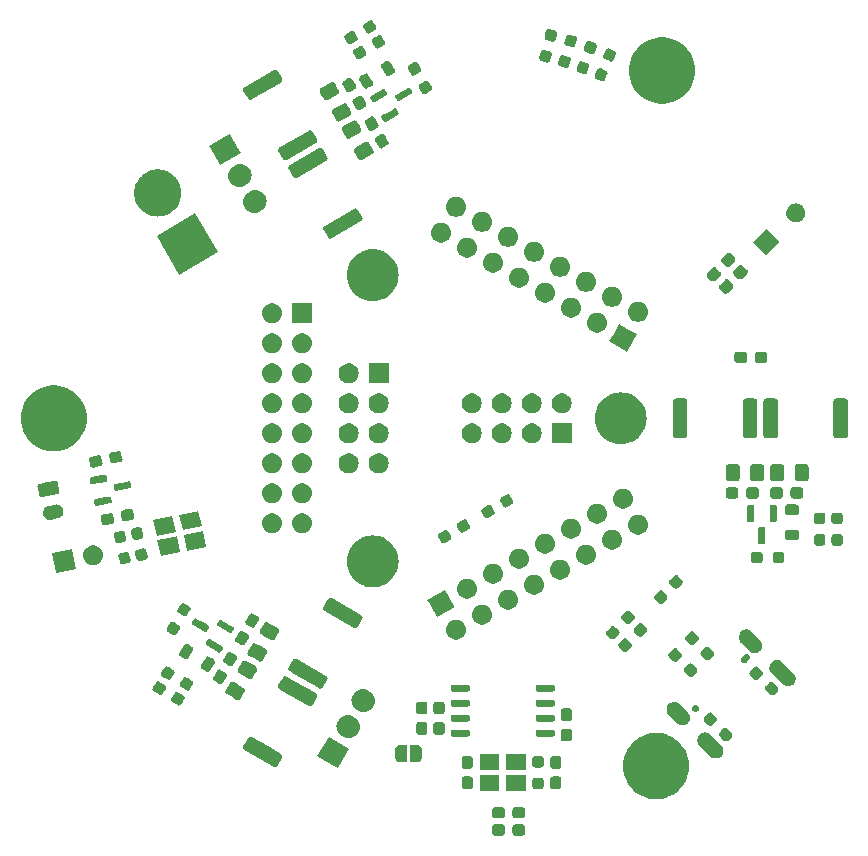
<source format=gbs>
G04 #@! TF.GenerationSoftware,KiCad,Pcbnew,8.0.1-rc1*
G04 #@! TF.CreationDate,2024-04-12T00:39:34-07:00*
G04 #@! TF.ProjectId,Toolhead Board,546f6f6c-6865-4616-9420-426f6172642e,1*
G04 #@! TF.SameCoordinates,Original*
G04 #@! TF.FileFunction,Soldermask,Bot*
G04 #@! TF.FilePolarity,Negative*
%FSLAX46Y46*%
G04 Gerber Fmt 4.6, Leading zero omitted, Abs format (unit mm)*
G04 Created by KiCad (PCBNEW 8.0.1-rc1) date 2024-04-12 00:39:34*
%MOMM*%
%LPD*%
G01*
G04 APERTURE LIST*
G04 APERTURE END LIST*
G36*
X78951615Y-109385818D02*
G01*
X79000017Y-109391434D01*
X79016555Y-109398736D01*
X79038387Y-109403079D01*
X79061759Y-109418695D01*
X79081224Y-109427290D01*
X79094517Y-109440583D01*
X79115438Y-109454562D01*
X79129416Y-109475482D01*
X79142709Y-109488775D01*
X79151302Y-109508238D01*
X79166921Y-109531613D01*
X79171264Y-109553446D01*
X79178565Y-109569982D01*
X79184178Y-109618372D01*
X79185000Y-109622500D01*
X79185000Y-110097500D01*
X79184178Y-110101627D01*
X79178565Y-110150017D01*
X79171264Y-110166551D01*
X79166921Y-110188387D01*
X79151301Y-110211763D01*
X79142709Y-110231224D01*
X79129418Y-110244514D01*
X79115438Y-110265438D01*
X79094514Y-110279418D01*
X79081224Y-110292709D01*
X79061763Y-110301301D01*
X79038387Y-110316921D01*
X79016551Y-110321264D01*
X79000017Y-110328565D01*
X78951629Y-110334178D01*
X78947500Y-110335000D01*
X78347500Y-110335000D01*
X78343373Y-110334179D01*
X78294982Y-110328565D01*
X78278446Y-110321264D01*
X78256613Y-110316921D01*
X78233238Y-110301302D01*
X78213775Y-110292709D01*
X78200482Y-110279416D01*
X78179562Y-110265438D01*
X78165583Y-110244517D01*
X78152290Y-110231224D01*
X78143695Y-110211759D01*
X78128079Y-110188387D01*
X78123736Y-110166555D01*
X78116434Y-110150017D01*
X78110818Y-110101616D01*
X78110000Y-110097500D01*
X78110000Y-109622500D01*
X78110818Y-109618385D01*
X78116434Y-109569982D01*
X78123736Y-109553442D01*
X78128079Y-109531613D01*
X78143694Y-109508242D01*
X78152290Y-109488775D01*
X78165585Y-109475479D01*
X78179562Y-109454562D01*
X78200479Y-109440585D01*
X78213775Y-109427290D01*
X78233242Y-109418694D01*
X78256613Y-109403079D01*
X78278442Y-109398736D01*
X78294982Y-109391434D01*
X78343384Y-109385818D01*
X78347500Y-109385000D01*
X78947500Y-109385000D01*
X78951615Y-109385818D01*
G37*
G36*
X80676615Y-109385818D02*
G01*
X80725017Y-109391434D01*
X80741555Y-109398736D01*
X80763387Y-109403079D01*
X80786759Y-109418695D01*
X80806224Y-109427290D01*
X80819517Y-109440583D01*
X80840438Y-109454562D01*
X80854416Y-109475482D01*
X80867709Y-109488775D01*
X80876302Y-109508238D01*
X80891921Y-109531613D01*
X80896264Y-109553446D01*
X80903565Y-109569982D01*
X80909178Y-109618372D01*
X80910000Y-109622500D01*
X80910000Y-110097500D01*
X80909178Y-110101627D01*
X80903565Y-110150017D01*
X80896264Y-110166551D01*
X80891921Y-110188387D01*
X80876301Y-110211763D01*
X80867709Y-110231224D01*
X80854418Y-110244514D01*
X80840438Y-110265438D01*
X80819514Y-110279418D01*
X80806224Y-110292709D01*
X80786763Y-110301301D01*
X80763387Y-110316921D01*
X80741551Y-110321264D01*
X80725017Y-110328565D01*
X80676629Y-110334178D01*
X80672500Y-110335000D01*
X80072500Y-110335000D01*
X80068373Y-110334179D01*
X80019982Y-110328565D01*
X80003446Y-110321264D01*
X79981613Y-110316921D01*
X79958238Y-110301302D01*
X79938775Y-110292709D01*
X79925482Y-110279416D01*
X79904562Y-110265438D01*
X79890583Y-110244517D01*
X79877290Y-110231224D01*
X79868695Y-110211759D01*
X79853079Y-110188387D01*
X79848736Y-110166555D01*
X79841434Y-110150017D01*
X79835818Y-110101616D01*
X79835000Y-110097500D01*
X79835000Y-109622500D01*
X79835818Y-109618385D01*
X79841434Y-109569982D01*
X79848736Y-109553442D01*
X79853079Y-109531613D01*
X79868694Y-109508242D01*
X79877290Y-109488775D01*
X79890585Y-109475479D01*
X79904562Y-109454562D01*
X79925479Y-109440585D01*
X79938775Y-109427290D01*
X79958242Y-109418694D01*
X79981613Y-109403079D01*
X80003442Y-109398736D01*
X80019982Y-109391434D01*
X80068384Y-109385818D01*
X80072500Y-109385000D01*
X80672500Y-109385000D01*
X80676615Y-109385818D01*
G37*
G36*
X78951615Y-107925818D02*
G01*
X79000017Y-107931434D01*
X79016555Y-107938736D01*
X79038387Y-107943079D01*
X79061759Y-107958695D01*
X79081224Y-107967290D01*
X79094517Y-107980583D01*
X79115438Y-107994562D01*
X79129416Y-108015482D01*
X79142709Y-108028775D01*
X79151302Y-108048238D01*
X79166921Y-108071613D01*
X79171264Y-108093446D01*
X79178565Y-108109982D01*
X79184178Y-108158372D01*
X79185000Y-108162500D01*
X79185000Y-108637500D01*
X79184178Y-108641627D01*
X79178565Y-108690017D01*
X79171264Y-108706551D01*
X79166921Y-108728387D01*
X79151301Y-108751763D01*
X79142709Y-108771224D01*
X79129418Y-108784514D01*
X79115438Y-108805438D01*
X79094514Y-108819418D01*
X79081224Y-108832709D01*
X79061763Y-108841301D01*
X79038387Y-108856921D01*
X79016551Y-108861264D01*
X79000017Y-108868565D01*
X78951629Y-108874178D01*
X78947500Y-108875000D01*
X78347500Y-108875000D01*
X78343373Y-108874179D01*
X78294982Y-108868565D01*
X78278446Y-108861264D01*
X78256613Y-108856921D01*
X78233238Y-108841302D01*
X78213775Y-108832709D01*
X78200482Y-108819416D01*
X78179562Y-108805438D01*
X78165583Y-108784517D01*
X78152290Y-108771224D01*
X78143695Y-108751759D01*
X78128079Y-108728387D01*
X78123736Y-108706555D01*
X78116434Y-108690017D01*
X78110818Y-108641616D01*
X78110000Y-108637500D01*
X78110000Y-108162500D01*
X78110818Y-108158385D01*
X78116434Y-108109982D01*
X78123736Y-108093442D01*
X78128079Y-108071613D01*
X78143694Y-108048242D01*
X78152290Y-108028775D01*
X78165585Y-108015479D01*
X78179562Y-107994562D01*
X78200479Y-107980585D01*
X78213775Y-107967290D01*
X78233242Y-107958694D01*
X78256613Y-107943079D01*
X78278442Y-107938736D01*
X78294982Y-107931434D01*
X78343384Y-107925818D01*
X78347500Y-107925000D01*
X78947500Y-107925000D01*
X78951615Y-107925818D01*
G37*
G36*
X80676615Y-107925818D02*
G01*
X80725017Y-107931434D01*
X80741555Y-107938736D01*
X80763387Y-107943079D01*
X80786759Y-107958695D01*
X80806224Y-107967290D01*
X80819517Y-107980583D01*
X80840438Y-107994562D01*
X80854416Y-108015482D01*
X80867709Y-108028775D01*
X80876302Y-108048238D01*
X80891921Y-108071613D01*
X80896264Y-108093446D01*
X80903565Y-108109982D01*
X80909178Y-108158372D01*
X80910000Y-108162500D01*
X80910000Y-108637500D01*
X80909178Y-108641627D01*
X80903565Y-108690017D01*
X80896264Y-108706551D01*
X80891921Y-108728387D01*
X80876301Y-108751763D01*
X80867709Y-108771224D01*
X80854418Y-108784514D01*
X80840438Y-108805438D01*
X80819514Y-108819418D01*
X80806224Y-108832709D01*
X80786763Y-108841301D01*
X80763387Y-108856921D01*
X80741551Y-108861264D01*
X80725017Y-108868565D01*
X80676629Y-108874178D01*
X80672500Y-108875000D01*
X80072500Y-108875000D01*
X80068373Y-108874179D01*
X80019982Y-108868565D01*
X80003446Y-108861264D01*
X79981613Y-108856921D01*
X79958238Y-108841302D01*
X79938775Y-108832709D01*
X79925482Y-108819416D01*
X79904562Y-108805438D01*
X79890583Y-108784517D01*
X79877290Y-108771224D01*
X79868695Y-108751759D01*
X79853079Y-108728387D01*
X79848736Y-108706555D01*
X79841434Y-108690017D01*
X79835818Y-108641616D01*
X79835000Y-108637500D01*
X79835000Y-108162500D01*
X79835818Y-108158385D01*
X79841434Y-108109982D01*
X79848736Y-108093442D01*
X79853079Y-108071613D01*
X79868694Y-108048242D01*
X79877290Y-108028775D01*
X79890585Y-108015479D01*
X79904562Y-107994562D01*
X79925479Y-107980585D01*
X79938775Y-107967290D01*
X79958242Y-107958694D01*
X79981613Y-107943079D01*
X80003442Y-107938736D01*
X80019982Y-107931434D01*
X80068384Y-107925818D01*
X80072500Y-107925000D01*
X80672500Y-107925000D01*
X80676615Y-107925818D01*
G37*
G36*
X92486215Y-101687402D02*
G01*
X92803049Y-101762493D01*
X93109023Y-101873859D01*
X93400000Y-102019993D01*
X93672044Y-102198919D01*
X93921477Y-102408218D01*
X94144924Y-102645059D01*
X94339366Y-102906239D01*
X94502171Y-103188226D01*
X94631139Y-103487208D01*
X94724526Y-103799140D01*
X94781067Y-104119804D01*
X94800000Y-104444864D01*
X94781067Y-104769924D01*
X94724526Y-105090588D01*
X94631139Y-105402520D01*
X94502171Y-105701502D01*
X94339366Y-105983489D01*
X94144924Y-106244669D01*
X93921477Y-106481510D01*
X93672044Y-106690809D01*
X93400000Y-106869735D01*
X93109023Y-107015869D01*
X92803049Y-107127235D01*
X92486215Y-107202326D01*
X92162806Y-107240127D01*
X91837194Y-107240127D01*
X91513785Y-107202326D01*
X91196951Y-107127235D01*
X90890977Y-107015869D01*
X90600000Y-106869735D01*
X90327956Y-106690809D01*
X90078523Y-106481510D01*
X89855076Y-106244669D01*
X89660634Y-105983489D01*
X89497829Y-105701502D01*
X89368861Y-105402520D01*
X89275474Y-105090588D01*
X89218933Y-104769924D01*
X89200000Y-104444864D01*
X89218933Y-104119804D01*
X89275474Y-103799140D01*
X89368861Y-103487208D01*
X89497829Y-103188226D01*
X89660634Y-102906239D01*
X89855076Y-102645059D01*
X90078523Y-102408218D01*
X90327956Y-102198919D01*
X90600000Y-102019993D01*
X90890977Y-101873859D01*
X91196951Y-101762493D01*
X91513785Y-101687402D01*
X91837194Y-101649601D01*
X92162806Y-101649601D01*
X92486215Y-101687402D01*
G37*
G36*
X78700000Y-106550000D02*
G01*
X77050000Y-106550000D01*
X77050000Y-105200000D01*
X78700000Y-105200000D01*
X78700000Y-106550000D01*
G37*
G36*
X80950000Y-106550000D02*
G01*
X79300000Y-106550000D01*
X79300000Y-105200000D01*
X80950000Y-105200000D01*
X80950000Y-106550000D01*
G37*
G36*
X76241615Y-105325818D02*
G01*
X76290017Y-105331434D01*
X76306555Y-105338736D01*
X76328387Y-105343079D01*
X76351759Y-105358695D01*
X76371224Y-105367290D01*
X76384517Y-105380583D01*
X76405438Y-105394562D01*
X76419416Y-105415482D01*
X76432709Y-105428775D01*
X76441302Y-105448238D01*
X76456921Y-105471613D01*
X76461264Y-105493446D01*
X76468565Y-105509982D01*
X76474178Y-105558372D01*
X76475000Y-105562500D01*
X76475000Y-106162500D01*
X76474178Y-106166627D01*
X76468565Y-106215017D01*
X76461264Y-106231551D01*
X76456921Y-106253387D01*
X76441301Y-106276763D01*
X76432709Y-106296224D01*
X76419418Y-106309514D01*
X76405438Y-106330438D01*
X76384514Y-106344418D01*
X76371224Y-106357709D01*
X76351763Y-106366301D01*
X76328387Y-106381921D01*
X76306551Y-106386264D01*
X76290017Y-106393565D01*
X76241629Y-106399178D01*
X76237500Y-106400000D01*
X75762500Y-106400000D01*
X75758373Y-106399179D01*
X75709982Y-106393565D01*
X75693446Y-106386264D01*
X75671613Y-106381921D01*
X75648238Y-106366302D01*
X75628775Y-106357709D01*
X75615482Y-106344416D01*
X75594562Y-106330438D01*
X75580583Y-106309517D01*
X75567290Y-106296224D01*
X75558695Y-106276759D01*
X75543079Y-106253387D01*
X75538736Y-106231555D01*
X75531434Y-106215017D01*
X75525818Y-106166616D01*
X75525000Y-106162500D01*
X75525000Y-105562500D01*
X75525818Y-105558385D01*
X75531434Y-105509982D01*
X75538736Y-105493442D01*
X75543079Y-105471613D01*
X75558694Y-105448242D01*
X75567290Y-105428775D01*
X75580585Y-105415479D01*
X75594562Y-105394562D01*
X75615479Y-105380585D01*
X75628775Y-105367290D01*
X75648242Y-105358694D01*
X75671613Y-105343079D01*
X75693442Y-105338736D01*
X75709982Y-105331434D01*
X75758384Y-105325818D01*
X75762500Y-105325000D01*
X76237500Y-105325000D01*
X76241615Y-105325818D01*
G37*
G36*
X82241615Y-105425818D02*
G01*
X82290017Y-105431434D01*
X82306555Y-105438736D01*
X82328387Y-105443079D01*
X82351759Y-105458695D01*
X82371224Y-105467290D01*
X82384517Y-105480583D01*
X82405438Y-105494562D01*
X82419416Y-105515482D01*
X82432709Y-105528775D01*
X82441302Y-105548238D01*
X82456921Y-105571613D01*
X82461264Y-105593446D01*
X82468565Y-105609982D01*
X82474178Y-105658372D01*
X82475000Y-105662500D01*
X82475000Y-106162500D01*
X82474178Y-106166627D01*
X82468565Y-106215017D01*
X82461264Y-106231551D01*
X82456921Y-106253387D01*
X82441301Y-106276763D01*
X82432709Y-106296224D01*
X82419418Y-106309514D01*
X82405438Y-106330438D01*
X82384514Y-106344418D01*
X82371224Y-106357709D01*
X82351763Y-106366301D01*
X82328387Y-106381921D01*
X82306551Y-106386264D01*
X82290017Y-106393565D01*
X82241629Y-106399178D01*
X82237500Y-106400000D01*
X81762500Y-106400000D01*
X81758373Y-106399179D01*
X81709982Y-106393565D01*
X81693446Y-106386264D01*
X81671613Y-106381921D01*
X81648238Y-106366302D01*
X81628775Y-106357709D01*
X81615482Y-106344416D01*
X81594562Y-106330438D01*
X81580583Y-106309517D01*
X81567290Y-106296224D01*
X81558695Y-106276759D01*
X81543079Y-106253387D01*
X81538736Y-106231555D01*
X81531434Y-106215017D01*
X81525818Y-106166616D01*
X81525000Y-106162500D01*
X81525000Y-105662500D01*
X81525818Y-105658385D01*
X81531434Y-105609982D01*
X81538736Y-105593442D01*
X81543079Y-105571613D01*
X81558694Y-105548242D01*
X81567290Y-105528775D01*
X81580585Y-105515479D01*
X81594562Y-105494562D01*
X81615479Y-105480585D01*
X81628775Y-105467290D01*
X81648242Y-105458694D01*
X81671613Y-105443079D01*
X81693442Y-105438736D01*
X81709982Y-105431434D01*
X81758384Y-105425818D01*
X81762500Y-105425000D01*
X82237500Y-105425000D01*
X82241615Y-105425818D01*
G37*
G36*
X83741615Y-105325818D02*
G01*
X83790017Y-105331434D01*
X83806555Y-105338736D01*
X83828387Y-105343079D01*
X83851759Y-105358695D01*
X83871224Y-105367290D01*
X83884517Y-105380583D01*
X83905438Y-105394562D01*
X83919416Y-105415482D01*
X83932709Y-105428775D01*
X83941302Y-105448238D01*
X83956921Y-105471613D01*
X83961264Y-105493446D01*
X83968565Y-105509982D01*
X83974178Y-105558372D01*
X83975000Y-105562500D01*
X83975000Y-106162500D01*
X83974178Y-106166627D01*
X83968565Y-106215017D01*
X83961264Y-106231551D01*
X83956921Y-106253387D01*
X83941301Y-106276763D01*
X83932709Y-106296224D01*
X83919418Y-106309514D01*
X83905438Y-106330438D01*
X83884514Y-106344418D01*
X83871224Y-106357709D01*
X83851763Y-106366301D01*
X83828387Y-106381921D01*
X83806551Y-106386264D01*
X83790017Y-106393565D01*
X83741629Y-106399178D01*
X83737500Y-106400000D01*
X83262500Y-106400000D01*
X83258373Y-106399179D01*
X83209982Y-106393565D01*
X83193446Y-106386264D01*
X83171613Y-106381921D01*
X83148238Y-106366302D01*
X83128775Y-106357709D01*
X83115482Y-106344416D01*
X83094562Y-106330438D01*
X83080583Y-106309517D01*
X83067290Y-106296224D01*
X83058695Y-106276759D01*
X83043079Y-106253387D01*
X83038736Y-106231555D01*
X83031434Y-106215017D01*
X83025818Y-106166616D01*
X83025000Y-106162500D01*
X83025000Y-105562500D01*
X83025818Y-105558385D01*
X83031434Y-105509982D01*
X83038736Y-105493442D01*
X83043079Y-105471613D01*
X83058694Y-105448242D01*
X83067290Y-105428775D01*
X83080585Y-105415479D01*
X83094562Y-105394562D01*
X83115479Y-105380585D01*
X83128775Y-105367290D01*
X83148242Y-105358694D01*
X83171613Y-105343079D01*
X83193442Y-105338736D01*
X83209982Y-105331434D01*
X83258384Y-105325818D01*
X83262500Y-105325000D01*
X83737500Y-105325000D01*
X83741615Y-105325818D01*
G37*
G36*
X78700000Y-104800000D02*
G01*
X77050000Y-104800000D01*
X77050000Y-103450000D01*
X78700000Y-103450000D01*
X78700000Y-104800000D01*
G37*
G36*
X80950000Y-104800000D02*
G01*
X79300000Y-104800000D01*
X79300000Y-103450000D01*
X80950000Y-103450000D01*
X80950000Y-104800000D01*
G37*
G36*
X76241615Y-103600818D02*
G01*
X76290017Y-103606434D01*
X76306555Y-103613736D01*
X76328387Y-103618079D01*
X76351759Y-103633695D01*
X76371224Y-103642290D01*
X76384517Y-103655583D01*
X76405438Y-103669562D01*
X76419416Y-103690482D01*
X76432709Y-103703775D01*
X76441302Y-103723238D01*
X76456921Y-103746613D01*
X76461264Y-103768446D01*
X76468565Y-103784982D01*
X76474178Y-103833372D01*
X76475000Y-103837500D01*
X76475000Y-104437500D01*
X76474178Y-104441627D01*
X76468565Y-104490017D01*
X76461264Y-104506551D01*
X76456921Y-104528387D01*
X76441301Y-104551763D01*
X76432709Y-104571224D01*
X76419418Y-104584514D01*
X76405438Y-104605438D01*
X76384514Y-104619418D01*
X76371224Y-104632709D01*
X76351763Y-104641301D01*
X76328387Y-104656921D01*
X76306551Y-104661264D01*
X76290017Y-104668565D01*
X76241629Y-104674178D01*
X76237500Y-104675000D01*
X75762500Y-104675000D01*
X75758373Y-104674179D01*
X75709982Y-104668565D01*
X75693446Y-104661264D01*
X75671613Y-104656921D01*
X75648238Y-104641302D01*
X75628775Y-104632709D01*
X75615482Y-104619416D01*
X75594562Y-104605438D01*
X75580583Y-104584517D01*
X75567290Y-104571224D01*
X75558695Y-104551759D01*
X75543079Y-104528387D01*
X75538736Y-104506555D01*
X75531434Y-104490017D01*
X75525818Y-104441616D01*
X75525000Y-104437500D01*
X75525000Y-103837500D01*
X75525818Y-103833385D01*
X75531434Y-103784982D01*
X75538736Y-103768442D01*
X75543079Y-103746613D01*
X75558694Y-103723242D01*
X75567290Y-103703775D01*
X75580585Y-103690479D01*
X75594562Y-103669562D01*
X75615479Y-103655585D01*
X75628775Y-103642290D01*
X75648242Y-103633694D01*
X75671613Y-103618079D01*
X75693442Y-103613736D01*
X75709982Y-103606434D01*
X75758384Y-103600818D01*
X75762500Y-103600000D01*
X76237500Y-103600000D01*
X76241615Y-103600818D01*
G37*
G36*
X83741615Y-103600818D02*
G01*
X83790017Y-103606434D01*
X83806555Y-103613736D01*
X83828387Y-103618079D01*
X83851759Y-103633695D01*
X83871224Y-103642290D01*
X83884517Y-103655583D01*
X83905438Y-103669562D01*
X83919416Y-103690482D01*
X83932709Y-103703775D01*
X83941302Y-103723238D01*
X83956921Y-103746613D01*
X83961264Y-103768446D01*
X83968565Y-103784982D01*
X83974178Y-103833372D01*
X83975000Y-103837500D01*
X83975000Y-104437500D01*
X83974178Y-104441627D01*
X83968565Y-104490017D01*
X83961264Y-104506551D01*
X83956921Y-104528387D01*
X83941301Y-104551763D01*
X83932709Y-104571224D01*
X83919418Y-104584514D01*
X83905438Y-104605438D01*
X83884514Y-104619418D01*
X83871224Y-104632709D01*
X83851763Y-104641301D01*
X83828387Y-104656921D01*
X83806551Y-104661264D01*
X83790017Y-104668565D01*
X83741629Y-104674178D01*
X83737500Y-104675000D01*
X83262500Y-104675000D01*
X83258373Y-104674179D01*
X83209982Y-104668565D01*
X83193446Y-104661264D01*
X83171613Y-104656921D01*
X83148238Y-104641302D01*
X83128775Y-104632709D01*
X83115482Y-104619416D01*
X83094562Y-104605438D01*
X83080583Y-104584517D01*
X83067290Y-104571224D01*
X83058695Y-104551759D01*
X83043079Y-104528387D01*
X83038736Y-104506555D01*
X83031434Y-104490017D01*
X83025818Y-104441616D01*
X83025000Y-104437500D01*
X83025000Y-103837500D01*
X83025818Y-103833385D01*
X83031434Y-103784982D01*
X83038736Y-103768442D01*
X83043079Y-103746613D01*
X83058694Y-103723242D01*
X83067290Y-103703775D01*
X83080585Y-103690479D01*
X83094562Y-103669562D01*
X83115479Y-103655585D01*
X83128775Y-103642290D01*
X83148242Y-103633694D01*
X83171613Y-103618079D01*
X83193442Y-103613736D01*
X83209982Y-103606434D01*
X83258384Y-103600818D01*
X83262500Y-103600000D01*
X83737500Y-103600000D01*
X83741615Y-103600818D01*
G37*
G36*
X64870069Y-102317709D02*
G01*
X65999546Y-102969812D01*
X65999549Y-102969815D01*
X66003881Y-102972316D01*
X65728090Y-103450000D01*
X65053885Y-104617759D01*
X65053881Y-104617762D01*
X65051381Y-104622094D01*
X63998415Y-104014163D01*
X63323665Y-103624597D01*
X63323662Y-103624594D01*
X63319331Y-103622094D01*
X63321831Y-103617762D01*
X63321833Y-103617759D01*
X64269326Y-101976650D01*
X64269334Y-101976640D01*
X64271831Y-101972316D01*
X64870069Y-102317709D01*
G37*
G36*
X82241615Y-103600818D02*
G01*
X82290017Y-103606434D01*
X82306555Y-103613736D01*
X82328387Y-103618079D01*
X82351759Y-103633695D01*
X82371224Y-103642290D01*
X82384517Y-103655583D01*
X82405438Y-103669562D01*
X82419416Y-103690482D01*
X82432709Y-103703775D01*
X82441302Y-103723238D01*
X82456921Y-103746613D01*
X82461264Y-103768446D01*
X82468565Y-103784982D01*
X82474178Y-103833372D01*
X82475000Y-103837500D01*
X82475000Y-104337500D01*
X82474178Y-104341627D01*
X82468565Y-104390017D01*
X82461264Y-104406551D01*
X82456921Y-104428387D01*
X82441301Y-104451763D01*
X82432709Y-104471224D01*
X82419418Y-104484514D01*
X82405438Y-104505438D01*
X82384514Y-104519418D01*
X82371224Y-104532709D01*
X82351763Y-104541301D01*
X82328387Y-104556921D01*
X82306551Y-104561264D01*
X82290017Y-104568565D01*
X82241629Y-104574178D01*
X82237500Y-104575000D01*
X81762500Y-104575000D01*
X81758373Y-104574179D01*
X81709982Y-104568565D01*
X81693446Y-104561264D01*
X81671613Y-104556921D01*
X81648238Y-104541302D01*
X81628775Y-104532709D01*
X81615482Y-104519416D01*
X81594562Y-104505438D01*
X81580583Y-104484517D01*
X81567290Y-104471224D01*
X81558695Y-104451759D01*
X81543079Y-104428387D01*
X81538736Y-104406555D01*
X81531434Y-104390017D01*
X81525818Y-104341616D01*
X81525000Y-104337500D01*
X81525000Y-103837500D01*
X81525818Y-103833385D01*
X81531434Y-103784982D01*
X81538736Y-103768442D01*
X81543079Y-103746613D01*
X81558694Y-103723242D01*
X81567290Y-103703775D01*
X81580585Y-103690479D01*
X81594562Y-103669562D01*
X81615479Y-103655585D01*
X81628775Y-103642290D01*
X81648242Y-103633694D01*
X81671613Y-103618079D01*
X81693442Y-103613736D01*
X81709982Y-103606434D01*
X81758384Y-103600818D01*
X81762500Y-103600000D01*
X82237500Y-103600000D01*
X82241615Y-103600818D01*
G37*
G36*
X57644279Y-101970875D02*
G01*
X57673545Y-101968957D01*
X57695537Y-101976422D01*
X57714569Y-101978482D01*
X57761924Y-101998957D01*
X57765914Y-102000312D01*
X59268106Y-102867603D01*
X60231536Y-103423839D01*
X60231540Y-103423842D01*
X60234086Y-103425312D01*
X60237240Y-103428078D01*
X60278664Y-103458863D01*
X60289963Y-103474314D01*
X60307425Y-103489628D01*
X60320396Y-103515932D01*
X60333772Y-103534223D01*
X60338954Y-103553563D01*
X60350568Y-103577114D01*
X60352285Y-103603317D01*
X60357467Y-103622655D01*
X60355029Y-103645179D01*
X60356948Y-103674450D01*
X60349481Y-103696446D01*
X60347422Y-103715474D01*
X60326950Y-103762818D01*
X60325593Y-103766819D01*
X59963093Y-104394687D01*
X59960320Y-104397848D01*
X59929541Y-104439265D01*
X59914092Y-104450562D01*
X59898777Y-104468026D01*
X59872469Y-104480999D01*
X59854181Y-104494373D01*
X59834842Y-104499554D01*
X59811291Y-104511169D01*
X59785086Y-104512886D01*
X59765749Y-104518068D01*
X59743225Y-104515630D01*
X59713955Y-104517549D01*
X59691958Y-104510082D01*
X59672930Y-104508023D01*
X59625581Y-104487550D01*
X59621586Y-104486194D01*
X57289910Y-103140000D01*
X57155963Y-103062666D01*
X57155960Y-103062664D01*
X57153414Y-103061194D01*
X57150257Y-103058425D01*
X57108835Y-103027642D01*
X57097536Y-103012190D01*
X57080075Y-102996878D01*
X57067103Y-102970574D01*
X57053727Y-102952282D01*
X57048544Y-102932939D01*
X57036932Y-102909392D01*
X57035214Y-102883192D01*
X57030032Y-102863850D01*
X57032470Y-102841320D01*
X57030552Y-102812056D01*
X57038017Y-102790064D01*
X57040077Y-102771031D01*
X57060554Y-102723671D01*
X57061907Y-102719687D01*
X57241734Y-102408218D01*
X57422934Y-102094368D01*
X57422939Y-102094359D01*
X57424407Y-102091819D01*
X57427168Y-102088670D01*
X57457958Y-102047240D01*
X57473411Y-102035939D01*
X57488723Y-102018480D01*
X57515023Y-102005510D01*
X57533318Y-101992132D01*
X57552662Y-101986948D01*
X57576209Y-101975337D01*
X57602407Y-101973619D01*
X57621750Y-101968437D01*
X57644279Y-101970875D01*
G37*
G36*
X70893536Y-102636464D02*
G01*
X70895000Y-102640000D01*
X70895000Y-104140000D01*
X70893536Y-104143536D01*
X70890000Y-104145000D01*
X70879896Y-104145000D01*
X70400104Y-104145000D01*
X70390000Y-104145000D01*
X70386464Y-104143536D01*
X70385164Y-104140397D01*
X70382717Y-104139911D01*
X70318843Y-104139911D01*
X70317434Y-104139708D01*
X70249647Y-104119804D01*
X70184369Y-104100637D01*
X70184366Y-104100635D01*
X70180883Y-104099613D01*
X70179589Y-104099022D01*
X70059867Y-104022081D01*
X70058791Y-104021149D01*
X70056416Y-104018408D01*
X70056410Y-104018403D01*
X69967974Y-103916341D01*
X69967973Y-103916339D01*
X69965594Y-103913594D01*
X69964825Y-103912397D01*
X69963317Y-103909096D01*
X69963313Y-103909089D01*
X69907216Y-103786254D01*
X69907212Y-103786241D01*
X69905706Y-103782943D01*
X69905305Y-103781578D01*
X69897924Y-103730241D01*
X69885309Y-103642511D01*
X69885308Y-103642501D01*
X69885051Y-103640712D01*
X69885000Y-103640000D01*
X69885000Y-103140000D01*
X69885051Y-103139288D01*
X69885308Y-103137499D01*
X69885309Y-103137488D01*
X69904788Y-103002018D01*
X69905305Y-102998422D01*
X69905706Y-102997057D01*
X69907211Y-102993760D01*
X69907216Y-102993745D01*
X69963313Y-102870910D01*
X69963319Y-102870900D01*
X69964825Y-102867603D01*
X69965594Y-102866406D01*
X69967970Y-102863663D01*
X69967974Y-102863658D01*
X70056410Y-102761596D01*
X70056419Y-102761587D01*
X70058791Y-102758851D01*
X70059867Y-102757919D01*
X70062915Y-102755959D01*
X70062920Y-102755956D01*
X70176535Y-102682940D01*
X70176538Y-102682938D01*
X70179589Y-102680978D01*
X70180883Y-102680387D01*
X70184360Y-102679365D01*
X70184369Y-102679362D01*
X70313947Y-102641315D01*
X70313952Y-102641314D01*
X70317434Y-102640292D01*
X70318843Y-102640089D01*
X70382717Y-102640089D01*
X70385164Y-102639602D01*
X70386464Y-102636464D01*
X70390000Y-102635000D01*
X70890000Y-102635000D01*
X70893536Y-102636464D01*
G37*
G36*
X71693536Y-102636464D02*
G01*
X71694835Y-102639602D01*
X71697283Y-102640089D01*
X71757524Y-102640089D01*
X71761157Y-102640089D01*
X71762566Y-102640292D01*
X71766048Y-102641314D01*
X71766052Y-102641315D01*
X71895630Y-102679362D01*
X71895636Y-102679365D01*
X71899117Y-102680387D01*
X71900411Y-102680978D01*
X71903463Y-102682939D01*
X71903464Y-102682940D01*
X71999464Y-102744636D01*
X72020133Y-102757919D01*
X72021209Y-102758851D01*
X72023583Y-102761590D01*
X72023589Y-102761596D01*
X72112025Y-102863658D01*
X72114406Y-102866406D01*
X72115175Y-102867603D01*
X72116683Y-102870905D01*
X72116686Y-102870910D01*
X72172783Y-102993745D01*
X72172785Y-102993754D01*
X72174294Y-102997057D01*
X72174695Y-102998422D01*
X72194949Y-103139288D01*
X72195000Y-103140000D01*
X72195000Y-103640000D01*
X72194949Y-103640712D01*
X72174695Y-103781578D01*
X72174294Y-103782943D01*
X72172784Y-103786247D01*
X72172783Y-103786254D01*
X72116686Y-103909089D01*
X72115175Y-103912397D01*
X72114406Y-103913594D01*
X72063214Y-103972672D01*
X72023589Y-104018403D01*
X72023586Y-104018405D01*
X72021209Y-104021149D01*
X72020133Y-104022081D01*
X71900411Y-104099022D01*
X71899117Y-104099613D01*
X71762566Y-104139708D01*
X71761157Y-104139911D01*
X71757524Y-104139911D01*
X71697283Y-104139911D01*
X71694835Y-104140397D01*
X71693536Y-104143536D01*
X71690000Y-104145000D01*
X71679896Y-104145000D01*
X71200104Y-104145000D01*
X71190000Y-104145000D01*
X71186464Y-104143536D01*
X71185000Y-104140000D01*
X71185000Y-102640000D01*
X71186464Y-102636464D01*
X71190000Y-102635000D01*
X71690000Y-102635000D01*
X71693536Y-102636464D01*
G37*
G36*
X96317037Y-101615743D02*
G01*
X96434760Y-101664505D01*
X96540708Y-101735297D01*
X97507210Y-102697373D01*
X97550047Y-102744636D01*
X97620839Y-102850584D01*
X97669602Y-102968307D01*
X97694461Y-103093281D01*
X97694461Y-103220703D01*
X97669602Y-103345677D01*
X97620839Y-103463400D01*
X97550047Y-103569348D01*
X97459946Y-103659449D01*
X97353998Y-103730241D01*
X97236275Y-103779004D01*
X97111301Y-103803863D01*
X96983879Y-103803863D01*
X96858905Y-103779004D01*
X96741182Y-103730241D01*
X96635234Y-103659449D01*
X95668733Y-102697373D01*
X95625895Y-102650110D01*
X95555103Y-102544162D01*
X95506341Y-102426439D01*
X95481482Y-102301465D01*
X95481482Y-102174043D01*
X95506341Y-102049069D01*
X95555103Y-101931346D01*
X95625895Y-101825398D01*
X95715996Y-101735297D01*
X95821944Y-101664505D01*
X95939667Y-101615743D01*
X96064641Y-101590884D01*
X96192063Y-101590884D01*
X96317037Y-101615743D01*
G37*
G36*
X84621615Y-101285818D02*
G01*
X84670017Y-101291434D01*
X84686555Y-101298736D01*
X84708387Y-101303079D01*
X84731759Y-101318695D01*
X84751224Y-101327290D01*
X84764517Y-101340583D01*
X84785438Y-101354562D01*
X84799416Y-101375482D01*
X84812709Y-101388775D01*
X84821302Y-101408238D01*
X84836921Y-101431613D01*
X84841264Y-101453446D01*
X84848565Y-101469982D01*
X84854178Y-101518372D01*
X84855000Y-101522500D01*
X84855000Y-102122500D01*
X84854178Y-102126627D01*
X84848565Y-102175017D01*
X84841264Y-102191551D01*
X84836921Y-102213387D01*
X84821301Y-102236763D01*
X84812709Y-102256224D01*
X84799418Y-102269514D01*
X84785438Y-102290438D01*
X84764514Y-102304418D01*
X84751224Y-102317709D01*
X84731763Y-102326301D01*
X84708387Y-102341921D01*
X84686551Y-102346264D01*
X84670017Y-102353565D01*
X84621629Y-102359178D01*
X84617500Y-102360000D01*
X84142500Y-102360000D01*
X84138373Y-102359179D01*
X84089982Y-102353565D01*
X84073446Y-102346264D01*
X84051613Y-102341921D01*
X84028238Y-102326302D01*
X84008775Y-102317709D01*
X83995482Y-102304416D01*
X83974562Y-102290438D01*
X83960583Y-102269517D01*
X83947290Y-102256224D01*
X83938695Y-102236759D01*
X83923079Y-102213387D01*
X83918736Y-102191555D01*
X83911434Y-102175017D01*
X83905818Y-102126616D01*
X83905000Y-102122500D01*
X83905000Y-101522500D01*
X83905818Y-101518385D01*
X83911434Y-101469982D01*
X83918736Y-101453442D01*
X83923079Y-101431613D01*
X83938694Y-101408242D01*
X83947290Y-101388775D01*
X83960585Y-101375479D01*
X83974562Y-101354562D01*
X83995479Y-101340585D01*
X84008775Y-101327290D01*
X84028242Y-101318694D01*
X84051613Y-101303079D01*
X84073442Y-101298736D01*
X84089982Y-101291434D01*
X84138384Y-101285818D01*
X84142500Y-101285000D01*
X84617500Y-101285000D01*
X84621615Y-101285818D01*
G37*
G36*
X97899581Y-101195525D02*
G01*
X97918382Y-101195525D01*
X97938224Y-101203212D01*
X97965791Y-101208696D01*
X97984297Y-101221061D01*
X98001157Y-101227593D01*
X98039348Y-101257844D01*
X98042842Y-101260179D01*
X98137225Y-101354562D01*
X98394316Y-101611652D01*
X98394319Y-101611656D01*
X98396395Y-101613732D01*
X98398722Y-101617214D01*
X98428980Y-101655416D01*
X98435511Y-101672274D01*
X98447878Y-101690783D01*
X98453361Y-101718350D01*
X98461049Y-101738192D01*
X98461049Y-101756992D01*
X98465958Y-101781670D01*
X98461049Y-101806347D01*
X98461049Y-101825147D01*
X98453362Y-101844987D01*
X98447878Y-101872557D01*
X98435510Y-101891066D01*
X98428980Y-101907923D01*
X98398734Y-101946106D01*
X98396395Y-101949608D01*
X98060520Y-102285483D01*
X98057030Y-102287814D01*
X98018835Y-102318068D01*
X98001978Y-102324598D01*
X97983469Y-102336966D01*
X97955901Y-102342449D01*
X97936060Y-102350137D01*
X97917259Y-102350137D01*
X97892582Y-102355046D01*
X97867905Y-102350137D01*
X97849104Y-102350137D01*
X97829262Y-102342449D01*
X97801695Y-102336966D01*
X97783186Y-102324599D01*
X97766328Y-102318068D01*
X97728139Y-102287818D01*
X97724644Y-102285483D01*
X97486401Y-102047240D01*
X97373169Y-101934009D01*
X97373165Y-101934004D01*
X97371091Y-101931930D01*
X97368765Y-101928448D01*
X97338505Y-101890245D01*
X97331973Y-101873385D01*
X97319608Y-101854879D01*
X97314123Y-101827311D01*
X97306437Y-101807469D01*
X97306437Y-101788669D01*
X97301528Y-101763992D01*
X97306437Y-101739314D01*
X97306437Y-101720514D01*
X97314124Y-101700670D01*
X97319608Y-101673105D01*
X97331972Y-101654599D01*
X97338505Y-101637738D01*
X97368760Y-101599541D01*
X97371091Y-101596054D01*
X97452889Y-101514256D01*
X97704886Y-101262257D01*
X97704895Y-101262249D01*
X97706966Y-101260179D01*
X97710440Y-101257857D01*
X97748650Y-101227593D01*
X97765511Y-101221060D01*
X97784017Y-101208696D01*
X97811582Y-101203212D01*
X97831426Y-101195525D01*
X97850227Y-101195525D01*
X97874904Y-101190616D01*
X97899581Y-101195525D01*
G37*
G36*
X66106762Y-100146132D02*
G01*
X66283575Y-100206154D01*
X66448994Y-100296362D01*
X66527553Y-100347015D01*
X66667939Y-100470130D01*
X66781608Y-100618267D01*
X66864194Y-100785735D01*
X66912520Y-100966094D01*
X66924732Y-101152418D01*
X66900360Y-101337543D01*
X66840339Y-101514356D01*
X66746977Y-101676061D01*
X66623863Y-101816447D01*
X66475725Y-101930116D01*
X66308258Y-102012701D01*
X66127899Y-102061028D01*
X65941575Y-102073240D01*
X65756450Y-102048868D01*
X65579637Y-101988847D01*
X65414218Y-101898638D01*
X65335659Y-101847985D01*
X65195273Y-101724871D01*
X65081604Y-101576733D01*
X64999019Y-101409266D01*
X64950692Y-101228906D01*
X64938480Y-101042583D01*
X64962852Y-100857458D01*
X65022874Y-100680645D01*
X65116235Y-100518939D01*
X65239349Y-100378553D01*
X65387487Y-100264884D01*
X65554954Y-100182299D01*
X65735314Y-100133972D01*
X65921637Y-100121760D01*
X66106762Y-100146132D01*
G37*
G36*
X76107403Y-101366418D02*
G01*
X76156066Y-101398934D01*
X76188582Y-101447597D01*
X76200000Y-101505000D01*
X76200000Y-101805000D01*
X76188582Y-101862403D01*
X76156066Y-101911066D01*
X76107403Y-101943582D01*
X76050000Y-101955000D01*
X74750000Y-101955000D01*
X74692597Y-101943582D01*
X74643934Y-101911066D01*
X74611418Y-101862403D01*
X74600000Y-101805000D01*
X74600000Y-101505000D01*
X74611418Y-101447597D01*
X74643934Y-101398934D01*
X74692597Y-101366418D01*
X74750000Y-101355000D01*
X76050000Y-101355000D01*
X76107403Y-101366418D01*
G37*
G36*
X83307403Y-101366418D02*
G01*
X83356066Y-101398934D01*
X83388582Y-101447597D01*
X83400000Y-101505000D01*
X83400000Y-101805000D01*
X83388582Y-101862403D01*
X83356066Y-101911066D01*
X83307403Y-101943582D01*
X83250000Y-101955000D01*
X81950000Y-101955000D01*
X81892597Y-101943582D01*
X81843934Y-101911066D01*
X81811418Y-101862403D01*
X81800000Y-101805000D01*
X81800000Y-101505000D01*
X81811418Y-101447597D01*
X81843934Y-101398934D01*
X81892597Y-101366418D01*
X81950000Y-101355000D01*
X83250000Y-101355000D01*
X83307403Y-101366418D01*
G37*
G36*
X72401615Y-100715818D02*
G01*
X72450017Y-100721434D01*
X72466555Y-100728736D01*
X72488387Y-100733079D01*
X72511759Y-100748695D01*
X72531224Y-100757290D01*
X72544517Y-100770583D01*
X72565438Y-100784562D01*
X72579416Y-100805482D01*
X72592709Y-100818775D01*
X72601302Y-100838238D01*
X72616921Y-100861613D01*
X72621264Y-100883446D01*
X72628565Y-100899982D01*
X72634178Y-100948372D01*
X72635000Y-100952500D01*
X72635000Y-101552500D01*
X72634178Y-101556627D01*
X72628565Y-101605017D01*
X72621264Y-101621551D01*
X72616921Y-101643387D01*
X72601301Y-101666763D01*
X72592709Y-101686224D01*
X72579418Y-101699514D01*
X72565438Y-101720438D01*
X72544514Y-101734418D01*
X72531224Y-101747709D01*
X72511763Y-101756301D01*
X72488387Y-101771921D01*
X72466551Y-101776264D01*
X72450017Y-101783565D01*
X72401629Y-101789178D01*
X72397500Y-101790000D01*
X71922500Y-101790000D01*
X71918373Y-101789179D01*
X71869982Y-101783565D01*
X71853446Y-101776264D01*
X71831613Y-101771921D01*
X71808238Y-101756302D01*
X71788775Y-101747709D01*
X71775482Y-101734416D01*
X71754562Y-101720438D01*
X71740583Y-101699517D01*
X71727290Y-101686224D01*
X71718695Y-101666759D01*
X71703079Y-101643387D01*
X71698736Y-101621555D01*
X71691434Y-101605017D01*
X71685818Y-101556616D01*
X71685000Y-101552500D01*
X71685000Y-100952500D01*
X71685818Y-100948385D01*
X71691434Y-100899982D01*
X71698736Y-100883442D01*
X71703079Y-100861613D01*
X71718694Y-100838242D01*
X71727290Y-100818775D01*
X71740585Y-100805479D01*
X71754562Y-100784562D01*
X71775479Y-100770585D01*
X71788775Y-100757290D01*
X71808242Y-100748694D01*
X71831613Y-100733079D01*
X71853442Y-100728736D01*
X71869982Y-100721434D01*
X71918384Y-100715818D01*
X71922500Y-100715000D01*
X72397500Y-100715000D01*
X72401615Y-100715818D01*
G37*
G36*
X73861615Y-100715818D02*
G01*
X73910017Y-100721434D01*
X73926555Y-100728736D01*
X73948387Y-100733079D01*
X73971759Y-100748695D01*
X73991224Y-100757290D01*
X74004517Y-100770583D01*
X74025438Y-100784562D01*
X74039416Y-100805482D01*
X74052709Y-100818775D01*
X74061302Y-100838238D01*
X74076921Y-100861613D01*
X74081264Y-100883446D01*
X74088565Y-100899982D01*
X74094178Y-100948372D01*
X74095000Y-100952500D01*
X74095000Y-101552500D01*
X74094178Y-101556627D01*
X74088565Y-101605017D01*
X74081264Y-101621551D01*
X74076921Y-101643387D01*
X74061301Y-101666763D01*
X74052709Y-101686224D01*
X74039418Y-101699514D01*
X74025438Y-101720438D01*
X74004514Y-101734418D01*
X73991224Y-101747709D01*
X73971763Y-101756301D01*
X73948387Y-101771921D01*
X73926551Y-101776264D01*
X73910017Y-101783565D01*
X73861629Y-101789178D01*
X73857500Y-101790000D01*
X73382500Y-101790000D01*
X73378373Y-101789179D01*
X73329982Y-101783565D01*
X73313446Y-101776264D01*
X73291613Y-101771921D01*
X73268238Y-101756302D01*
X73248775Y-101747709D01*
X73235482Y-101734416D01*
X73214562Y-101720438D01*
X73200583Y-101699517D01*
X73187290Y-101686224D01*
X73178695Y-101666759D01*
X73163079Y-101643387D01*
X73158736Y-101621555D01*
X73151434Y-101605017D01*
X73145818Y-101556616D01*
X73145000Y-101552500D01*
X73145000Y-100952500D01*
X73145818Y-100948385D01*
X73151434Y-100899982D01*
X73158736Y-100883442D01*
X73163079Y-100861613D01*
X73178694Y-100838242D01*
X73187290Y-100818775D01*
X73200585Y-100805479D01*
X73214562Y-100784562D01*
X73235479Y-100770585D01*
X73248775Y-100757290D01*
X73268242Y-100748694D01*
X73291613Y-100733079D01*
X73313442Y-100728736D01*
X73329982Y-100721434D01*
X73378384Y-100715818D01*
X73382500Y-100715000D01*
X73857500Y-100715000D01*
X73861615Y-100715818D01*
G37*
G36*
X96609111Y-99905055D02*
G01*
X96627912Y-99905055D01*
X96647754Y-99912742D01*
X96675321Y-99918226D01*
X96693827Y-99930591D01*
X96710687Y-99937123D01*
X96748878Y-99967374D01*
X96752372Y-99969709D01*
X96847662Y-100064999D01*
X97103846Y-100321182D01*
X97103849Y-100321186D01*
X97105925Y-100323262D01*
X97108252Y-100326744D01*
X97138510Y-100364946D01*
X97145041Y-100381804D01*
X97157408Y-100400313D01*
X97162891Y-100427880D01*
X97170579Y-100447722D01*
X97170579Y-100466522D01*
X97175488Y-100491200D01*
X97170579Y-100515877D01*
X97170579Y-100534677D01*
X97162892Y-100554517D01*
X97157408Y-100582087D01*
X97145040Y-100600596D01*
X97138510Y-100617453D01*
X97108264Y-100655636D01*
X97105925Y-100659138D01*
X96770050Y-100995013D01*
X96766560Y-100997344D01*
X96728365Y-101027598D01*
X96711508Y-101034128D01*
X96692999Y-101046496D01*
X96665431Y-101051979D01*
X96645590Y-101059667D01*
X96626789Y-101059667D01*
X96602112Y-101064576D01*
X96577435Y-101059667D01*
X96558634Y-101059667D01*
X96538792Y-101051979D01*
X96511225Y-101046496D01*
X96492716Y-101034129D01*
X96475858Y-101027598D01*
X96437669Y-100997348D01*
X96434174Y-100995013D01*
X96172240Y-100733079D01*
X96082699Y-100643539D01*
X96082695Y-100643534D01*
X96080621Y-100641460D01*
X96078295Y-100637978D01*
X96048035Y-100599775D01*
X96041503Y-100582915D01*
X96029138Y-100564409D01*
X96023653Y-100536841D01*
X96015967Y-100516999D01*
X96015967Y-100498199D01*
X96011058Y-100473522D01*
X96015967Y-100448844D01*
X96015967Y-100430044D01*
X96023654Y-100410200D01*
X96029138Y-100382635D01*
X96041502Y-100364129D01*
X96048035Y-100347268D01*
X96078290Y-100309071D01*
X96080621Y-100305584D01*
X96151205Y-100235000D01*
X96414416Y-99971787D01*
X96414425Y-99971779D01*
X96416496Y-99969709D01*
X96419970Y-99967387D01*
X96458180Y-99937123D01*
X96475041Y-99930590D01*
X96493547Y-99918226D01*
X96521112Y-99912742D01*
X96540956Y-99905055D01*
X96559757Y-99905055D01*
X96584434Y-99900146D01*
X96609111Y-99905055D01*
G37*
G36*
X93718419Y-99017126D02*
G01*
X93836142Y-99065888D01*
X93942090Y-99136680D01*
X94696459Y-99886624D01*
X94739297Y-99933887D01*
X94810089Y-100039835D01*
X94858852Y-100157558D01*
X94883711Y-100282532D01*
X94883711Y-100409954D01*
X94858852Y-100534928D01*
X94810089Y-100652651D01*
X94739297Y-100758599D01*
X94649196Y-100848700D01*
X94543248Y-100919492D01*
X94425525Y-100968255D01*
X94300551Y-100993114D01*
X94173129Y-100993114D01*
X94048155Y-100968255D01*
X93930432Y-100919492D01*
X93824484Y-100848700D01*
X93070115Y-100098756D01*
X93027277Y-100051493D01*
X92956485Y-99945545D01*
X92907723Y-99827822D01*
X92882864Y-99702848D01*
X92882864Y-99575426D01*
X92907723Y-99450452D01*
X92956485Y-99332729D01*
X93027277Y-99226781D01*
X93117378Y-99136680D01*
X93223326Y-99065888D01*
X93341049Y-99017126D01*
X93466023Y-98992267D01*
X93593445Y-98992267D01*
X93718419Y-99017126D01*
G37*
G36*
X76107403Y-100096418D02*
G01*
X76156066Y-100128934D01*
X76188582Y-100177597D01*
X76200000Y-100235000D01*
X76200000Y-100535000D01*
X76188582Y-100592403D01*
X76156066Y-100641066D01*
X76107403Y-100673582D01*
X76050000Y-100685000D01*
X74750000Y-100685000D01*
X74692597Y-100673582D01*
X74643934Y-100641066D01*
X74611418Y-100592403D01*
X74600000Y-100535000D01*
X74600000Y-100235000D01*
X74611418Y-100177597D01*
X74643934Y-100128934D01*
X74692597Y-100096418D01*
X74750000Y-100085000D01*
X76050000Y-100085000D01*
X76107403Y-100096418D01*
G37*
G36*
X83307403Y-100096418D02*
G01*
X83356066Y-100128934D01*
X83388582Y-100177597D01*
X83400000Y-100235000D01*
X83400000Y-100535000D01*
X83388582Y-100592403D01*
X83356066Y-100641066D01*
X83307403Y-100673582D01*
X83250000Y-100685000D01*
X81950000Y-100685000D01*
X81892597Y-100673582D01*
X81843934Y-100641066D01*
X81811418Y-100592403D01*
X81800000Y-100535000D01*
X81800000Y-100235000D01*
X81811418Y-100177597D01*
X81843934Y-100128934D01*
X81892597Y-100096418D01*
X81950000Y-100085000D01*
X83250000Y-100085000D01*
X83307403Y-100096418D01*
G37*
G36*
X84621615Y-99560818D02*
G01*
X84670017Y-99566434D01*
X84686555Y-99573736D01*
X84708387Y-99578079D01*
X84731759Y-99593695D01*
X84751224Y-99602290D01*
X84764517Y-99615583D01*
X84785438Y-99629562D01*
X84799416Y-99650482D01*
X84812709Y-99663775D01*
X84821302Y-99683238D01*
X84836921Y-99706613D01*
X84841264Y-99728446D01*
X84848565Y-99744982D01*
X84854178Y-99793372D01*
X84855000Y-99797500D01*
X84855000Y-100397500D01*
X84854178Y-100401627D01*
X84848565Y-100450017D01*
X84841264Y-100466551D01*
X84836921Y-100488387D01*
X84821301Y-100511763D01*
X84812709Y-100531224D01*
X84799418Y-100544514D01*
X84785438Y-100565438D01*
X84764514Y-100579418D01*
X84751224Y-100592709D01*
X84731763Y-100601301D01*
X84708387Y-100616921D01*
X84686551Y-100621264D01*
X84670017Y-100628565D01*
X84621629Y-100634178D01*
X84617500Y-100635000D01*
X84142500Y-100635000D01*
X84138373Y-100634179D01*
X84089982Y-100628565D01*
X84073446Y-100621264D01*
X84051613Y-100616921D01*
X84028238Y-100601302D01*
X84008775Y-100592709D01*
X83995482Y-100579416D01*
X83974562Y-100565438D01*
X83960583Y-100544517D01*
X83947290Y-100531224D01*
X83938695Y-100511759D01*
X83923079Y-100488387D01*
X83918736Y-100466555D01*
X83911434Y-100450017D01*
X83905818Y-100401616D01*
X83905000Y-100397500D01*
X83905000Y-99797500D01*
X83905818Y-99793385D01*
X83911434Y-99744982D01*
X83918736Y-99728442D01*
X83923079Y-99706613D01*
X83938694Y-99683242D01*
X83947290Y-99663775D01*
X83960585Y-99650479D01*
X83974562Y-99629562D01*
X83995479Y-99615585D01*
X84008775Y-99602290D01*
X84028242Y-99593694D01*
X84051613Y-99578079D01*
X84073442Y-99573736D01*
X84089982Y-99566434D01*
X84138384Y-99560818D01*
X84142500Y-99560000D01*
X84617500Y-99560000D01*
X84621615Y-99560818D01*
G37*
G36*
X72401615Y-98990818D02*
G01*
X72450017Y-98996434D01*
X72466555Y-99003736D01*
X72488387Y-99008079D01*
X72511759Y-99023695D01*
X72531224Y-99032290D01*
X72544517Y-99045583D01*
X72565438Y-99059562D01*
X72579416Y-99080482D01*
X72592709Y-99093775D01*
X72601302Y-99113238D01*
X72616921Y-99136613D01*
X72621264Y-99158446D01*
X72628565Y-99174982D01*
X72634178Y-99223372D01*
X72635000Y-99227500D01*
X72635000Y-99827500D01*
X72634178Y-99831627D01*
X72628565Y-99880017D01*
X72621264Y-99896551D01*
X72616921Y-99918387D01*
X72601301Y-99941763D01*
X72592709Y-99961224D01*
X72579418Y-99974514D01*
X72565438Y-99995438D01*
X72544514Y-100009418D01*
X72531224Y-100022709D01*
X72511763Y-100031301D01*
X72488387Y-100046921D01*
X72466551Y-100051264D01*
X72450017Y-100058565D01*
X72401629Y-100064178D01*
X72397500Y-100065000D01*
X71922500Y-100065000D01*
X71918373Y-100064179D01*
X71869982Y-100058565D01*
X71853446Y-100051264D01*
X71831613Y-100046921D01*
X71808238Y-100031302D01*
X71788775Y-100022709D01*
X71775482Y-100009416D01*
X71754562Y-99995438D01*
X71740583Y-99974517D01*
X71727290Y-99961224D01*
X71718695Y-99941759D01*
X71703079Y-99918387D01*
X71698736Y-99896555D01*
X71691434Y-99880017D01*
X71685818Y-99831616D01*
X71685000Y-99827500D01*
X71685000Y-99227500D01*
X71685818Y-99223385D01*
X71691434Y-99174982D01*
X71698736Y-99158442D01*
X71703079Y-99136613D01*
X71718694Y-99113242D01*
X71727290Y-99093775D01*
X71740585Y-99080479D01*
X71754562Y-99059562D01*
X71775479Y-99045585D01*
X71788775Y-99032290D01*
X71808242Y-99023694D01*
X71831613Y-99008079D01*
X71853442Y-99003736D01*
X71869982Y-98996434D01*
X71918384Y-98990818D01*
X71922500Y-98990000D01*
X72397500Y-98990000D01*
X72401615Y-98990818D01*
G37*
G36*
X73861615Y-98990818D02*
G01*
X73910017Y-98996434D01*
X73926555Y-99003736D01*
X73948387Y-99008079D01*
X73971759Y-99023695D01*
X73991224Y-99032290D01*
X74004517Y-99045583D01*
X74025438Y-99059562D01*
X74039416Y-99080482D01*
X74052709Y-99093775D01*
X74061302Y-99113238D01*
X74076921Y-99136613D01*
X74081264Y-99158446D01*
X74088565Y-99174982D01*
X74094178Y-99223372D01*
X74095000Y-99227500D01*
X74095000Y-99827500D01*
X74094178Y-99831627D01*
X74088565Y-99880017D01*
X74081264Y-99896551D01*
X74076921Y-99918387D01*
X74061301Y-99941763D01*
X74052709Y-99961224D01*
X74039418Y-99974514D01*
X74025438Y-99995438D01*
X74004514Y-100009418D01*
X73991224Y-100022709D01*
X73971763Y-100031301D01*
X73948387Y-100046921D01*
X73926551Y-100051264D01*
X73910017Y-100058565D01*
X73861629Y-100064178D01*
X73857500Y-100065000D01*
X73382500Y-100065000D01*
X73378373Y-100064179D01*
X73329982Y-100058565D01*
X73313446Y-100051264D01*
X73291613Y-100046921D01*
X73268238Y-100031302D01*
X73248775Y-100022709D01*
X73235482Y-100009416D01*
X73214562Y-99995438D01*
X73200583Y-99974517D01*
X73187290Y-99961224D01*
X73178695Y-99941759D01*
X73163079Y-99918387D01*
X73158736Y-99896555D01*
X73151434Y-99880017D01*
X73145818Y-99831616D01*
X73145000Y-99827500D01*
X73145000Y-99227500D01*
X73145818Y-99223385D01*
X73151434Y-99174982D01*
X73158736Y-99158442D01*
X73163079Y-99136613D01*
X73178694Y-99113242D01*
X73187290Y-99093775D01*
X73200585Y-99080479D01*
X73214562Y-99059562D01*
X73235479Y-99045585D01*
X73248775Y-99032290D01*
X73268242Y-99023694D01*
X73291613Y-99008079D01*
X73313442Y-99003736D01*
X73329982Y-98996434D01*
X73378384Y-98990818D01*
X73382500Y-98990000D01*
X73857500Y-98990000D01*
X73861615Y-98990818D01*
G37*
G36*
X67376762Y-97946428D02*
G01*
X67553575Y-98006450D01*
X67718994Y-98096658D01*
X67797553Y-98147311D01*
X67937939Y-98270426D01*
X68051608Y-98418563D01*
X68134194Y-98586031D01*
X68182520Y-98766390D01*
X68194732Y-98952714D01*
X68170360Y-99137839D01*
X68110339Y-99314652D01*
X68016977Y-99476357D01*
X67893863Y-99616743D01*
X67745725Y-99730412D01*
X67578258Y-99812997D01*
X67397899Y-99861324D01*
X67211575Y-99873536D01*
X67026450Y-99849164D01*
X66849637Y-99789143D01*
X66684218Y-99698934D01*
X66605659Y-99648281D01*
X66465273Y-99525167D01*
X66351604Y-99377029D01*
X66269019Y-99209562D01*
X66220692Y-99029202D01*
X66208480Y-98842879D01*
X66232852Y-98657754D01*
X66292874Y-98480941D01*
X66386235Y-98319235D01*
X66509349Y-98178849D01*
X66657487Y-98065180D01*
X66824954Y-97982595D01*
X67005314Y-97934268D01*
X67191637Y-97922056D01*
X67376762Y-97946428D01*
G37*
G36*
X95354102Y-99276519D02*
G01*
X95381414Y-99276519D01*
X95402456Y-99284177D01*
X95421830Y-99287246D01*
X95449189Y-99301186D01*
X95479320Y-99312153D01*
X95492629Y-99323320D01*
X95505284Y-99329769D01*
X95531206Y-99355691D01*
X95559133Y-99379125D01*
X95565270Y-99389755D01*
X95571511Y-99395996D01*
X95591326Y-99434884D01*
X95611228Y-99469355D01*
X95612465Y-99476370D01*
X95614034Y-99479450D01*
X95623089Y-99536628D01*
X95629320Y-99571961D01*
X95623089Y-99607296D01*
X95614034Y-99664471D01*
X95612465Y-99667549D01*
X95611228Y-99674567D01*
X95591321Y-99709045D01*
X95571511Y-99747925D01*
X95565272Y-99754163D01*
X95559133Y-99764797D01*
X95531200Y-99788235D01*
X95505284Y-99814152D01*
X95492632Y-99820598D01*
X95479320Y-99831769D01*
X95449182Y-99842737D01*
X95421830Y-99856675D01*
X95402460Y-99859742D01*
X95381414Y-99867403D01*
X95354095Y-99867403D01*
X95329320Y-99871327D01*
X95304544Y-99867403D01*
X95277226Y-99867403D01*
X95256179Y-99859742D01*
X95236809Y-99856675D01*
X95209454Y-99842736D01*
X95179320Y-99831769D01*
X95166009Y-99820599D01*
X95153355Y-99814152D01*
X95127433Y-99788230D01*
X95099507Y-99764797D01*
X95093369Y-99754166D01*
X95087128Y-99747925D01*
X95067309Y-99709030D01*
X95047412Y-99674567D01*
X95046175Y-99667552D01*
X95044605Y-99664471D01*
X95035540Y-99607241D01*
X95029320Y-99571961D01*
X95035540Y-99536684D01*
X95044605Y-99479450D01*
X95046175Y-99476367D01*
X95047412Y-99469355D01*
X95067305Y-99434899D01*
X95087128Y-99395996D01*
X95093370Y-99389753D01*
X95099507Y-99379125D01*
X95127426Y-99355697D01*
X95153355Y-99329769D01*
X95166012Y-99323319D01*
X95179320Y-99312153D01*
X95209447Y-99301187D01*
X95236809Y-99287246D01*
X95256184Y-99284177D01*
X95277226Y-99276519D01*
X95304538Y-99276519D01*
X95329320Y-99272594D01*
X95354102Y-99276519D01*
G37*
G36*
X76107403Y-98826418D02*
G01*
X76156066Y-98858934D01*
X76188582Y-98907597D01*
X76200000Y-98965000D01*
X76200000Y-99265000D01*
X76188582Y-99322403D01*
X76156066Y-99371066D01*
X76107403Y-99403582D01*
X76050000Y-99415000D01*
X74750000Y-99415000D01*
X74692597Y-99403582D01*
X74643934Y-99371066D01*
X74611418Y-99322403D01*
X74600000Y-99265000D01*
X74600000Y-98965000D01*
X74611418Y-98907597D01*
X74643934Y-98858934D01*
X74692597Y-98826418D01*
X74750000Y-98815000D01*
X76050000Y-98815000D01*
X76107403Y-98826418D01*
G37*
G36*
X83307403Y-98826418D02*
G01*
X83356066Y-98858934D01*
X83388582Y-98907597D01*
X83400000Y-98965000D01*
X83400000Y-99265000D01*
X83388582Y-99322403D01*
X83356066Y-99371066D01*
X83307403Y-99403582D01*
X83250000Y-99415000D01*
X81950000Y-99415000D01*
X81892597Y-99403582D01*
X81843934Y-99371066D01*
X81811418Y-99322403D01*
X81800000Y-99265000D01*
X81800000Y-98965000D01*
X81811418Y-98907597D01*
X81843934Y-98858934D01*
X81892597Y-98826418D01*
X81950000Y-98815000D01*
X83250000Y-98815000D01*
X83307403Y-98826418D01*
G37*
G36*
X60606779Y-96839675D02*
G01*
X60636045Y-96837757D01*
X60658037Y-96845222D01*
X60677069Y-96847282D01*
X60724424Y-96867757D01*
X60728414Y-96869112D01*
X62313076Y-97784017D01*
X63194036Y-98292639D01*
X63194040Y-98292642D01*
X63196586Y-98294112D01*
X63199740Y-98296878D01*
X63241164Y-98327663D01*
X63252463Y-98343114D01*
X63269925Y-98358428D01*
X63282896Y-98384732D01*
X63296272Y-98403023D01*
X63301454Y-98422363D01*
X63313068Y-98445914D01*
X63314785Y-98472117D01*
X63319967Y-98491455D01*
X63317529Y-98513979D01*
X63319448Y-98543250D01*
X63311981Y-98565246D01*
X63309922Y-98584274D01*
X63289450Y-98631618D01*
X63288093Y-98635619D01*
X62925593Y-99263487D01*
X62922820Y-99266648D01*
X62892041Y-99308065D01*
X62876592Y-99319362D01*
X62861277Y-99336826D01*
X62834969Y-99349799D01*
X62816681Y-99363173D01*
X62797342Y-99368354D01*
X62773791Y-99379969D01*
X62747586Y-99381686D01*
X62728249Y-99386868D01*
X62705725Y-99384430D01*
X62676455Y-99386349D01*
X62654458Y-99378882D01*
X62635430Y-99376823D01*
X62588081Y-99356350D01*
X62584086Y-99354994D01*
X60356596Y-98068952D01*
X60118463Y-97931466D01*
X60118460Y-97931464D01*
X60115914Y-97929994D01*
X60112757Y-97927225D01*
X60071335Y-97896442D01*
X60060036Y-97880990D01*
X60042575Y-97865678D01*
X60029603Y-97839374D01*
X60016227Y-97821082D01*
X60011044Y-97801739D01*
X59999432Y-97778192D01*
X59997714Y-97751992D01*
X59992532Y-97732650D01*
X59994970Y-97710120D01*
X59993052Y-97680856D01*
X60000517Y-97658864D01*
X60002577Y-97639831D01*
X60023054Y-97592471D01*
X60024407Y-97588487D01*
X60186734Y-97307328D01*
X60385434Y-96963168D01*
X60385439Y-96963159D01*
X60386907Y-96960619D01*
X60389668Y-96957470D01*
X60420458Y-96916040D01*
X60435911Y-96904739D01*
X60451223Y-96887280D01*
X60477523Y-96874310D01*
X60495818Y-96860932D01*
X60515162Y-96855748D01*
X60538709Y-96844137D01*
X60564907Y-96842419D01*
X60584250Y-96837237D01*
X60606779Y-96839675D01*
G37*
G36*
X51412128Y-98191878D02*
G01*
X51440174Y-98190041D01*
X51461251Y-98197195D01*
X51479224Y-98199141D01*
X51523945Y-98218477D01*
X51527924Y-98219828D01*
X51615562Y-98270426D01*
X51958390Y-98468357D01*
X51958396Y-98468361D01*
X51960936Y-98469828D01*
X51964082Y-98472587D01*
X52003201Y-98501659D01*
X52013872Y-98516252D01*
X52030607Y-98530928D01*
X52043038Y-98556136D01*
X52055598Y-98573311D01*
X52060463Y-98591469D01*
X52071594Y-98614039D01*
X52073239Y-98639149D01*
X52078105Y-98657307D01*
X52075815Y-98678460D01*
X52077654Y-98706509D01*
X52070500Y-98727583D01*
X52068555Y-98745559D01*
X52049220Y-98790272D01*
X52047867Y-98794259D01*
X51910440Y-99032290D01*
X51811840Y-99203071D01*
X51811836Y-99203075D01*
X51810367Y-99205621D01*
X51807601Y-99208774D01*
X51778536Y-99247885D01*
X51763945Y-99258554D01*
X51749267Y-99275292D01*
X51724050Y-99287727D01*
X51706881Y-99300283D01*
X51688728Y-99305147D01*
X51666156Y-99316279D01*
X51641043Y-99317924D01*
X51622887Y-99322790D01*
X51601736Y-99320500D01*
X51573686Y-99322339D01*
X51552605Y-99315182D01*
X51534635Y-99313238D01*
X51489921Y-99293904D01*
X51485936Y-99292552D01*
X51215842Y-99136613D01*
X51055469Y-99044022D01*
X51055465Y-99044019D01*
X51052924Y-99042552D01*
X51049775Y-99039790D01*
X51010658Y-99010720D01*
X50999986Y-98996126D01*
X50983253Y-98981452D01*
X50970821Y-98956244D01*
X50958261Y-98939068D01*
X50953394Y-98920907D01*
X50942266Y-98898341D01*
X50940620Y-98873234D01*
X50935754Y-98855072D01*
X50938043Y-98833912D01*
X50936206Y-98805871D01*
X50943358Y-98784801D01*
X50945304Y-98766820D01*
X50964644Y-98722092D01*
X50965993Y-98718121D01*
X50972697Y-98706509D01*
X51202019Y-98309308D01*
X51202029Y-98309293D01*
X51203493Y-98306759D01*
X51206247Y-98303618D01*
X51235323Y-98264494D01*
X51249918Y-98253820D01*
X51264593Y-98237088D01*
X51289802Y-98224655D01*
X51306978Y-98212096D01*
X51325137Y-98207230D01*
X51347704Y-98196101D01*
X51372809Y-98194455D01*
X51390972Y-98189589D01*
X51412128Y-98191878D01*
G37*
G36*
X56109635Y-97308971D02*
G01*
X56138893Y-97307054D01*
X56160877Y-97314516D01*
X56179917Y-97316577D01*
X56227284Y-97337058D01*
X56231262Y-97338409D01*
X56426580Y-97451176D01*
X57051440Y-97811938D01*
X57051446Y-97811942D01*
X57053986Y-97813409D01*
X57057132Y-97816168D01*
X57098563Y-97846958D01*
X57109863Y-97862412D01*
X57127325Y-97877725D01*
X57140297Y-97904029D01*
X57153671Y-97922319D01*
X57158852Y-97941657D01*
X57170468Y-97965211D01*
X57172185Y-97991413D01*
X57177367Y-98010752D01*
X57174929Y-98033281D01*
X57176847Y-98062547D01*
X57169382Y-98084535D01*
X57167323Y-98103570D01*
X57146845Y-98150926D01*
X57145492Y-98154915D01*
X56928401Y-98530928D01*
X56820326Y-98718121D01*
X56807992Y-98739483D01*
X56805227Y-98742635D01*
X56774442Y-98784060D01*
X56758988Y-98795360D01*
X56743676Y-98812821D01*
X56717371Y-98825792D01*
X56699081Y-98839168D01*
X56679741Y-98844350D01*
X56656191Y-98855964D01*
X56629989Y-98857681D01*
X56610648Y-98862864D01*
X56588117Y-98860425D01*
X56558855Y-98862344D01*
X56536866Y-98854879D01*
X56517830Y-98852820D01*
X56470469Y-98832341D01*
X56466486Y-98830989D01*
X55984659Y-98552806D01*
X55646307Y-98357459D01*
X55646303Y-98357456D01*
X55643762Y-98355989D01*
X55640613Y-98353227D01*
X55599184Y-98322439D01*
X55587883Y-98306985D01*
X55570423Y-98291673D01*
X55557451Y-98265369D01*
X55544076Y-98247078D01*
X55538893Y-98227737D01*
X55527280Y-98204187D01*
X55525563Y-98177987D01*
X55520380Y-98158645D01*
X55522818Y-98136110D01*
X55520901Y-98106851D01*
X55528363Y-98084866D01*
X55530424Y-98065827D01*
X55550907Y-98018455D01*
X55552256Y-98014483D01*
X55553727Y-98011935D01*
X55888284Y-97432461D01*
X55888293Y-97432448D01*
X55889756Y-97429915D01*
X55892509Y-97426775D01*
X55923305Y-97385337D01*
X55938763Y-97374032D01*
X55954072Y-97356577D01*
X55980369Y-97343608D01*
X55998666Y-97330229D01*
X56018011Y-97325045D01*
X56041557Y-97313434D01*
X56067752Y-97311716D01*
X56087099Y-97306533D01*
X56109635Y-97308971D01*
G37*
G36*
X101788669Y-97306437D02*
G01*
X101807470Y-97306437D01*
X101827312Y-97314124D01*
X101854879Y-97319608D01*
X101873385Y-97331973D01*
X101890245Y-97338505D01*
X101928436Y-97368756D01*
X101931930Y-97371091D01*
X102022565Y-97461726D01*
X102283404Y-97722564D01*
X102283407Y-97722568D01*
X102285483Y-97724644D01*
X102287810Y-97728126D01*
X102318068Y-97766328D01*
X102324599Y-97783186D01*
X102336966Y-97801695D01*
X102342449Y-97829262D01*
X102350137Y-97849104D01*
X102350137Y-97867904D01*
X102355046Y-97892582D01*
X102350137Y-97917259D01*
X102350137Y-97936059D01*
X102342450Y-97955899D01*
X102336966Y-97983469D01*
X102324598Y-98001978D01*
X102318068Y-98018835D01*
X102287822Y-98057018D01*
X102285483Y-98060520D01*
X101949608Y-98396395D01*
X101946118Y-98398726D01*
X101907923Y-98428980D01*
X101891066Y-98435510D01*
X101872557Y-98447878D01*
X101844989Y-98453361D01*
X101825148Y-98461049D01*
X101806347Y-98461049D01*
X101781670Y-98465958D01*
X101756993Y-98461049D01*
X101738192Y-98461049D01*
X101718350Y-98453361D01*
X101690783Y-98447878D01*
X101672274Y-98435511D01*
X101655416Y-98428980D01*
X101617227Y-98398730D01*
X101613732Y-98396395D01*
X101349999Y-98132662D01*
X101262257Y-98044921D01*
X101262253Y-98044916D01*
X101260179Y-98042842D01*
X101257853Y-98039360D01*
X101227593Y-98001157D01*
X101221061Y-97984297D01*
X101208696Y-97965791D01*
X101203211Y-97938223D01*
X101195525Y-97918381D01*
X101195525Y-97899581D01*
X101190616Y-97874904D01*
X101195525Y-97850226D01*
X101195525Y-97831426D01*
X101203212Y-97811582D01*
X101208696Y-97784017D01*
X101221060Y-97765511D01*
X101227593Y-97748650D01*
X101257848Y-97710453D01*
X101260179Y-97706966D01*
X101333201Y-97633944D01*
X101593974Y-97373169D01*
X101593983Y-97373161D01*
X101596054Y-97371091D01*
X101599528Y-97368769D01*
X101637738Y-97338505D01*
X101654599Y-97331972D01*
X101673105Y-97319608D01*
X101700670Y-97314124D01*
X101720514Y-97306437D01*
X101739315Y-97306437D01*
X101763992Y-97301528D01*
X101788669Y-97306437D01*
G37*
G36*
X49831632Y-97279378D02*
G01*
X49859678Y-97277541D01*
X49880755Y-97284695D01*
X49898728Y-97286641D01*
X49943449Y-97305977D01*
X49947428Y-97307328D01*
X50062422Y-97373720D01*
X50377894Y-97555857D01*
X50377900Y-97555861D01*
X50380440Y-97557328D01*
X50383586Y-97560087D01*
X50422705Y-97589159D01*
X50433376Y-97603752D01*
X50450111Y-97618428D01*
X50462542Y-97643636D01*
X50475102Y-97660811D01*
X50479967Y-97678969D01*
X50491098Y-97701539D01*
X50492743Y-97726649D01*
X50497609Y-97744807D01*
X50495319Y-97765960D01*
X50497158Y-97794009D01*
X50490004Y-97815083D01*
X50488059Y-97833059D01*
X50468724Y-97877772D01*
X50467371Y-97881759D01*
X50343299Y-98096658D01*
X50231344Y-98290571D01*
X50231340Y-98290575D01*
X50229871Y-98293121D01*
X50227105Y-98296274D01*
X50198040Y-98335385D01*
X50183449Y-98346054D01*
X50168771Y-98362792D01*
X50143554Y-98375227D01*
X50126385Y-98387783D01*
X50108232Y-98392647D01*
X50085660Y-98403779D01*
X50060547Y-98405424D01*
X50042391Y-98410290D01*
X50021240Y-98408000D01*
X49993190Y-98409839D01*
X49972109Y-98402682D01*
X49954139Y-98400738D01*
X49909425Y-98381404D01*
X49905440Y-98380052D01*
X49586828Y-98196101D01*
X49474973Y-98131522D01*
X49474969Y-98131519D01*
X49472428Y-98130052D01*
X49469279Y-98127290D01*
X49430162Y-98098220D01*
X49419490Y-98083626D01*
X49402757Y-98068952D01*
X49390325Y-98043744D01*
X49377765Y-98026568D01*
X49372898Y-98008407D01*
X49361770Y-97985841D01*
X49360124Y-97960734D01*
X49355258Y-97942572D01*
X49357547Y-97921412D01*
X49355710Y-97893371D01*
X49362862Y-97872301D01*
X49364808Y-97854320D01*
X49384148Y-97809592D01*
X49385497Y-97805621D01*
X49401333Y-97778192D01*
X49621523Y-97396808D01*
X49621533Y-97396793D01*
X49622997Y-97394259D01*
X49625751Y-97391118D01*
X49654827Y-97351994D01*
X49669422Y-97341320D01*
X49684097Y-97324588D01*
X49709306Y-97312155D01*
X49726482Y-97299596D01*
X49744641Y-97294730D01*
X49767208Y-97283601D01*
X49792313Y-97281955D01*
X49810476Y-97277089D01*
X49831632Y-97279378D01*
G37*
G36*
X76107403Y-97556418D02*
G01*
X76156066Y-97588934D01*
X76188582Y-97637597D01*
X76200000Y-97695000D01*
X76200000Y-97995000D01*
X76188582Y-98052403D01*
X76156066Y-98101066D01*
X76107403Y-98133582D01*
X76050000Y-98145000D01*
X74750000Y-98145000D01*
X74692597Y-98133582D01*
X74643934Y-98101066D01*
X74611418Y-98052403D01*
X74600000Y-97995000D01*
X74600000Y-97695000D01*
X74611418Y-97637597D01*
X74643934Y-97588934D01*
X74692597Y-97556418D01*
X74750000Y-97545000D01*
X76050000Y-97545000D01*
X76107403Y-97556418D01*
G37*
G36*
X83307403Y-97556418D02*
G01*
X83356066Y-97588934D01*
X83388582Y-97637597D01*
X83400000Y-97695000D01*
X83400000Y-97995000D01*
X83388582Y-98052403D01*
X83356066Y-98101066D01*
X83307403Y-98133582D01*
X83250000Y-98145000D01*
X81950000Y-98145000D01*
X81892597Y-98133582D01*
X81843934Y-98101066D01*
X81811418Y-98052403D01*
X81800000Y-97995000D01*
X81800000Y-97695000D01*
X81811418Y-97637597D01*
X81843934Y-97588934D01*
X81892597Y-97556418D01*
X81950000Y-97545000D01*
X83250000Y-97545000D01*
X83307403Y-97556418D01*
G37*
G36*
X52142128Y-96927481D02*
G01*
X52170174Y-96925644D01*
X52191251Y-96932798D01*
X52209224Y-96934744D01*
X52253945Y-96954080D01*
X52257924Y-96955431D01*
X52362519Y-97015819D01*
X52688390Y-97203960D01*
X52688396Y-97203964D01*
X52690936Y-97205431D01*
X52694082Y-97208190D01*
X52733201Y-97237262D01*
X52743872Y-97251855D01*
X52760607Y-97266531D01*
X52773038Y-97291739D01*
X52785598Y-97308914D01*
X52790463Y-97327072D01*
X52801594Y-97349642D01*
X52803239Y-97374752D01*
X52808105Y-97392910D01*
X52805815Y-97414063D01*
X52807654Y-97442112D01*
X52800500Y-97463186D01*
X52798555Y-97481162D01*
X52779220Y-97525875D01*
X52777867Y-97529862D01*
X52625362Y-97794009D01*
X52541840Y-97938674D01*
X52541836Y-97938678D01*
X52540367Y-97941224D01*
X52537601Y-97944377D01*
X52508536Y-97983488D01*
X52493945Y-97994157D01*
X52479267Y-98010895D01*
X52454050Y-98023330D01*
X52436881Y-98035886D01*
X52418728Y-98040750D01*
X52396156Y-98051882D01*
X52371043Y-98053527D01*
X52352887Y-98058393D01*
X52331736Y-98056103D01*
X52303686Y-98057942D01*
X52282605Y-98050785D01*
X52264635Y-98048841D01*
X52219921Y-98029507D01*
X52215936Y-98028155D01*
X51934518Y-97865678D01*
X51785469Y-97779625D01*
X51785465Y-97779622D01*
X51782924Y-97778155D01*
X51779775Y-97775393D01*
X51740658Y-97746323D01*
X51729986Y-97731729D01*
X51713253Y-97717055D01*
X51700821Y-97691847D01*
X51688261Y-97674671D01*
X51683394Y-97656510D01*
X51672266Y-97633944D01*
X51670620Y-97608837D01*
X51665754Y-97590675D01*
X51668043Y-97569515D01*
X51666206Y-97541474D01*
X51673358Y-97520404D01*
X51675304Y-97502423D01*
X51694644Y-97457695D01*
X51695993Y-97453724D01*
X51709739Y-97429915D01*
X51932019Y-97044911D01*
X51932029Y-97044896D01*
X51933493Y-97042362D01*
X51936247Y-97039221D01*
X51965323Y-97000097D01*
X51979918Y-96989423D01*
X51994593Y-96972691D01*
X52019802Y-96960258D01*
X52036978Y-96947699D01*
X52055137Y-96942833D01*
X52077704Y-96931704D01*
X52102809Y-96930058D01*
X52120972Y-96925192D01*
X52142128Y-96927481D01*
G37*
G36*
X61469279Y-95345781D02*
G01*
X61498545Y-95343863D01*
X61520537Y-95351328D01*
X61539569Y-95353388D01*
X61586924Y-95373863D01*
X61590914Y-95375218D01*
X63068639Y-96228383D01*
X64056536Y-96798745D01*
X64056540Y-96798748D01*
X64059086Y-96800218D01*
X64062240Y-96802984D01*
X64103664Y-96833769D01*
X64114963Y-96849220D01*
X64132425Y-96864534D01*
X64145396Y-96890838D01*
X64158772Y-96909129D01*
X64163954Y-96928469D01*
X64175568Y-96952020D01*
X64177285Y-96978223D01*
X64182467Y-96997561D01*
X64180029Y-97020085D01*
X64181948Y-97049356D01*
X64174481Y-97071352D01*
X64172422Y-97090380D01*
X64151950Y-97137724D01*
X64150593Y-97141725D01*
X63788093Y-97769593D01*
X63785320Y-97772754D01*
X63754541Y-97814171D01*
X63739092Y-97825468D01*
X63723777Y-97842932D01*
X63697469Y-97855905D01*
X63679181Y-97869279D01*
X63659842Y-97874460D01*
X63636291Y-97886075D01*
X63610086Y-97887792D01*
X63590749Y-97892974D01*
X63568225Y-97890536D01*
X63538955Y-97892455D01*
X63516958Y-97884988D01*
X63497930Y-97882929D01*
X63450581Y-97862456D01*
X63446586Y-97861100D01*
X61321781Y-96634343D01*
X60980963Y-96437572D01*
X60980960Y-96437570D01*
X60978414Y-96436100D01*
X60975257Y-96433331D01*
X60933835Y-96402548D01*
X60922536Y-96387096D01*
X60905075Y-96371784D01*
X60892103Y-96345480D01*
X60878727Y-96327188D01*
X60873544Y-96307845D01*
X60861932Y-96284298D01*
X60860214Y-96258098D01*
X60855032Y-96238756D01*
X60857470Y-96216226D01*
X60855552Y-96186962D01*
X60863017Y-96164970D01*
X60865077Y-96145937D01*
X60885554Y-96098577D01*
X60886907Y-96094593D01*
X61085394Y-95750803D01*
X61247934Y-95469274D01*
X61247939Y-95469265D01*
X61249407Y-95466725D01*
X61252168Y-95463576D01*
X61282958Y-95422146D01*
X61298411Y-95410845D01*
X61313723Y-95393386D01*
X61340023Y-95380416D01*
X61358318Y-95367038D01*
X61377662Y-95361854D01*
X61401209Y-95350243D01*
X61427407Y-95348525D01*
X61446750Y-95343343D01*
X61469279Y-95345781D01*
G37*
G36*
X102426439Y-95506341D02*
G01*
X102544162Y-95555103D01*
X102650110Y-95625895D01*
X103616612Y-96587971D01*
X103659449Y-96635234D01*
X103730241Y-96741182D01*
X103779004Y-96858905D01*
X103803863Y-96983879D01*
X103803863Y-97111301D01*
X103779004Y-97236275D01*
X103730241Y-97353998D01*
X103659449Y-97459946D01*
X103569348Y-97550047D01*
X103463400Y-97620839D01*
X103345677Y-97669602D01*
X103220703Y-97694461D01*
X103093281Y-97694461D01*
X102968307Y-97669602D01*
X102850584Y-97620839D01*
X102744636Y-97550047D01*
X101778135Y-96587971D01*
X101735297Y-96540708D01*
X101664505Y-96434760D01*
X101615743Y-96317037D01*
X101590884Y-96192063D01*
X101590884Y-96064641D01*
X101615743Y-95939667D01*
X101664505Y-95821944D01*
X101735297Y-95715996D01*
X101825398Y-95625895D01*
X101931346Y-95555103D01*
X102049069Y-95506341D01*
X102174043Y-95481482D01*
X102301465Y-95481482D01*
X102426439Y-95506341D01*
G37*
G36*
X55017746Y-96266771D02*
G01*
X55045789Y-96264934D01*
X55066860Y-96272086D01*
X55084839Y-96274032D01*
X55129561Y-96293370D01*
X55133539Y-96294720D01*
X55242381Y-96357560D01*
X55542351Y-96530747D01*
X55542355Y-96530750D01*
X55544901Y-96532220D01*
X55548054Y-96534985D01*
X55587165Y-96564051D01*
X55597835Y-96578643D01*
X55614572Y-96593321D01*
X55627006Y-96618534D01*
X55639563Y-96635706D01*
X55644427Y-96653860D01*
X55655559Y-96676432D01*
X55657204Y-96701543D01*
X55662070Y-96719700D01*
X55659780Y-96740850D01*
X55661619Y-96768901D01*
X55654462Y-96789982D01*
X55652518Y-96807951D01*
X55633186Y-96852661D01*
X55631832Y-96856651D01*
X55331832Y-97376267D01*
X55329060Y-97379426D01*
X55300000Y-97418531D01*
X55285411Y-97429198D01*
X55270732Y-97445938D01*
X55245517Y-97458372D01*
X55228348Y-97470928D01*
X55210192Y-97475792D01*
X55187621Y-97486924D01*
X55162509Y-97488569D01*
X55144352Y-97493435D01*
X55123198Y-97491145D01*
X55095151Y-97492984D01*
X55074075Y-97485830D01*
X55056100Y-97483885D01*
X55011384Y-97464550D01*
X55007401Y-97463198D01*
X54616068Y-97237262D01*
X54598588Y-97227170D01*
X54598585Y-97227168D01*
X54596039Y-97225698D01*
X54592883Y-97222930D01*
X54553774Y-97193866D01*
X54543103Y-97179273D01*
X54526368Y-97164597D01*
X54513934Y-97139384D01*
X54501376Y-97122211D01*
X54496510Y-97104054D01*
X54485381Y-97081486D01*
X54483735Y-97056378D01*
X54478869Y-97038217D01*
X54481158Y-97017060D01*
X54479321Y-96989017D01*
X54486475Y-96967940D01*
X54488421Y-96949966D01*
X54507758Y-96905241D01*
X54509108Y-96901267D01*
X54528820Y-96867125D01*
X54807637Y-96384197D01*
X54807641Y-96384190D01*
X54809108Y-96381651D01*
X54811867Y-96378504D01*
X54840939Y-96339386D01*
X54855532Y-96328714D01*
X54870208Y-96311980D01*
X54895415Y-96299549D01*
X54912591Y-96286989D01*
X54930752Y-96282122D01*
X54953319Y-96270994D01*
X54978424Y-96269348D01*
X54996587Y-96264482D01*
X55017746Y-96266771D01*
G37*
G36*
X100498199Y-96015967D02*
G01*
X100517000Y-96015967D01*
X100536842Y-96023654D01*
X100564409Y-96029138D01*
X100582915Y-96041503D01*
X100599775Y-96048035D01*
X100637966Y-96078286D01*
X100641460Y-96080621D01*
X100747801Y-96186962D01*
X100992934Y-96432094D01*
X100992937Y-96432098D01*
X100995013Y-96434174D01*
X100997340Y-96437656D01*
X101027598Y-96475858D01*
X101034129Y-96492716D01*
X101046496Y-96511225D01*
X101051979Y-96538792D01*
X101059667Y-96558634D01*
X101059667Y-96577434D01*
X101064576Y-96602112D01*
X101059667Y-96626789D01*
X101059667Y-96645589D01*
X101051980Y-96665429D01*
X101046496Y-96692999D01*
X101034128Y-96711508D01*
X101027598Y-96728365D01*
X100997352Y-96766548D01*
X100995013Y-96770050D01*
X100659138Y-97105925D01*
X100655648Y-97108256D01*
X100617453Y-97138510D01*
X100600596Y-97145040D01*
X100582087Y-97157408D01*
X100554519Y-97162891D01*
X100534678Y-97170579D01*
X100515877Y-97170579D01*
X100491200Y-97175488D01*
X100466523Y-97170579D01*
X100447722Y-97170579D01*
X100427880Y-97162891D01*
X100400313Y-97157408D01*
X100381804Y-97145041D01*
X100364946Y-97138510D01*
X100326757Y-97108260D01*
X100323262Y-97105925D01*
X100061474Y-96844137D01*
X99971787Y-96754451D01*
X99971783Y-96754446D01*
X99969709Y-96752372D01*
X99967383Y-96748890D01*
X99937123Y-96710687D01*
X99930591Y-96693827D01*
X99918226Y-96675321D01*
X99912741Y-96647753D01*
X99905055Y-96627911D01*
X99905055Y-96609111D01*
X99900146Y-96584434D01*
X99905055Y-96559756D01*
X99905055Y-96540956D01*
X99912742Y-96521112D01*
X99918226Y-96493547D01*
X99930590Y-96475041D01*
X99937123Y-96458180D01*
X99967378Y-96419983D01*
X99969709Y-96416496D01*
X100049257Y-96336948D01*
X100303504Y-96082699D01*
X100303513Y-96082691D01*
X100305584Y-96080621D01*
X100309058Y-96078299D01*
X100347268Y-96048035D01*
X100364129Y-96041502D01*
X100382635Y-96029138D01*
X100410200Y-96023654D01*
X100430044Y-96015967D01*
X100448845Y-96015967D01*
X100473522Y-96011058D01*
X100498199Y-96015967D01*
G37*
G36*
X50561632Y-96014981D02*
G01*
X50589678Y-96013144D01*
X50610755Y-96020298D01*
X50628728Y-96022244D01*
X50673449Y-96041580D01*
X50677428Y-96042931D01*
X50766909Y-96094593D01*
X51107894Y-96291460D01*
X51107900Y-96291464D01*
X51110440Y-96292931D01*
X51113586Y-96295690D01*
X51152705Y-96324762D01*
X51163376Y-96339355D01*
X51180111Y-96354031D01*
X51192542Y-96379239D01*
X51205102Y-96396414D01*
X51209967Y-96414572D01*
X51221098Y-96437142D01*
X51222743Y-96462252D01*
X51227609Y-96480410D01*
X51225319Y-96501563D01*
X51227158Y-96529612D01*
X51220004Y-96550686D01*
X51218059Y-96568662D01*
X51198724Y-96613375D01*
X51197371Y-96617362D01*
X51041534Y-96887280D01*
X50961344Y-97026174D01*
X50961340Y-97026178D01*
X50959871Y-97028724D01*
X50957105Y-97031877D01*
X50928040Y-97070988D01*
X50913449Y-97081657D01*
X50898771Y-97098395D01*
X50873554Y-97110830D01*
X50856385Y-97123386D01*
X50838232Y-97128250D01*
X50815660Y-97139382D01*
X50790547Y-97141027D01*
X50772391Y-97145893D01*
X50751240Y-97143603D01*
X50723190Y-97145442D01*
X50702109Y-97138285D01*
X50684139Y-97136341D01*
X50639425Y-97117007D01*
X50635440Y-97115655D01*
X50352016Y-96952020D01*
X50204973Y-96867125D01*
X50204969Y-96867122D01*
X50202428Y-96865655D01*
X50199279Y-96862893D01*
X50160162Y-96833823D01*
X50149490Y-96819229D01*
X50132757Y-96804555D01*
X50120325Y-96779347D01*
X50107765Y-96762171D01*
X50102898Y-96744010D01*
X50091770Y-96721444D01*
X50090124Y-96696337D01*
X50085258Y-96678175D01*
X50087547Y-96657015D01*
X50085710Y-96628974D01*
X50092862Y-96607904D01*
X50094808Y-96589923D01*
X50114148Y-96545195D01*
X50115497Y-96541224D01*
X50122201Y-96529612D01*
X50351523Y-96132411D01*
X50351533Y-96132396D01*
X50352997Y-96129862D01*
X50355751Y-96126721D01*
X50384827Y-96087597D01*
X50399422Y-96076923D01*
X50414097Y-96060191D01*
X50439306Y-96047758D01*
X50456482Y-96035199D01*
X50474641Y-96030333D01*
X50497208Y-96019204D01*
X50522313Y-96017558D01*
X50540476Y-96012692D01*
X50561632Y-96014981D01*
G37*
G36*
X57147135Y-95511969D02*
G01*
X57176393Y-95510052D01*
X57198377Y-95517514D01*
X57217417Y-95519575D01*
X57264784Y-95540056D01*
X57268762Y-95541407D01*
X57466141Y-95655364D01*
X58088940Y-96014936D01*
X58088946Y-96014940D01*
X58091486Y-96016407D01*
X58094632Y-96019166D01*
X58136063Y-96049956D01*
X58147363Y-96065410D01*
X58164825Y-96080723D01*
X58177797Y-96107027D01*
X58191171Y-96125317D01*
X58196352Y-96144655D01*
X58207968Y-96168209D01*
X58209685Y-96194411D01*
X58214867Y-96213750D01*
X58212429Y-96236279D01*
X58214347Y-96265545D01*
X58206882Y-96287533D01*
X58204823Y-96306568D01*
X58184345Y-96353924D01*
X58182992Y-96357913D01*
X57969112Y-96728365D01*
X57851715Y-96931704D01*
X57845492Y-96942481D01*
X57842727Y-96945633D01*
X57811942Y-96987058D01*
X57796488Y-96998358D01*
X57781176Y-97015819D01*
X57754871Y-97028790D01*
X57736581Y-97042166D01*
X57717241Y-97047348D01*
X57693691Y-97058962D01*
X57667489Y-97060679D01*
X57648148Y-97065862D01*
X57625617Y-97063423D01*
X57596355Y-97065342D01*
X57574366Y-97057877D01*
X57555330Y-97055818D01*
X57507969Y-97035339D01*
X57503986Y-97033987D01*
X56944014Y-96710687D01*
X56683807Y-96560457D01*
X56683803Y-96560454D01*
X56681262Y-96558987D01*
X56678113Y-96556225D01*
X56636684Y-96525437D01*
X56625383Y-96509983D01*
X56607923Y-96494671D01*
X56594951Y-96468367D01*
X56581576Y-96450076D01*
X56576393Y-96430735D01*
X56564780Y-96407185D01*
X56563063Y-96380985D01*
X56557880Y-96361643D01*
X56560318Y-96339108D01*
X56558401Y-96309849D01*
X56565863Y-96287864D01*
X56567924Y-96268825D01*
X56588407Y-96221453D01*
X56589756Y-96217481D01*
X56604431Y-96192063D01*
X56925784Y-95635459D01*
X56925793Y-95635446D01*
X56927256Y-95632913D01*
X56930009Y-95629773D01*
X56960805Y-95588335D01*
X56976263Y-95577030D01*
X56991572Y-95559575D01*
X57017869Y-95546606D01*
X57036166Y-95533227D01*
X57055511Y-95528043D01*
X57079057Y-95516432D01*
X57105252Y-95514714D01*
X57124599Y-95509531D01*
X57147135Y-95511969D01*
G37*
G36*
X94929733Y-95750803D02*
G01*
X94948534Y-95750803D01*
X94968376Y-95758490D01*
X94995943Y-95763974D01*
X95014449Y-95776339D01*
X95031309Y-95782871D01*
X95069500Y-95813122D01*
X95072994Y-95815457D01*
X95177596Y-95920059D01*
X95424468Y-96166930D01*
X95424471Y-96166934D01*
X95426547Y-96169010D01*
X95428874Y-96172492D01*
X95459132Y-96210694D01*
X95465663Y-96227552D01*
X95478030Y-96246061D01*
X95483513Y-96273628D01*
X95491201Y-96293470D01*
X95491201Y-96312270D01*
X95496110Y-96336948D01*
X95491201Y-96361625D01*
X95491201Y-96380425D01*
X95483514Y-96400265D01*
X95478030Y-96427835D01*
X95465662Y-96446344D01*
X95459132Y-96463201D01*
X95428886Y-96501384D01*
X95426547Y-96504886D01*
X95090672Y-96840761D01*
X95087182Y-96843092D01*
X95048987Y-96873346D01*
X95032130Y-96879876D01*
X95013621Y-96892244D01*
X94986053Y-96897727D01*
X94966212Y-96905415D01*
X94947411Y-96905415D01*
X94922734Y-96910324D01*
X94898057Y-96905415D01*
X94879256Y-96905415D01*
X94859414Y-96897727D01*
X94831847Y-96892244D01*
X94813338Y-96879877D01*
X94796480Y-96873346D01*
X94758291Y-96843096D01*
X94754796Y-96840761D01*
X94498469Y-96584434D01*
X94403321Y-96489287D01*
X94403317Y-96489282D01*
X94401243Y-96487208D01*
X94398917Y-96483726D01*
X94368657Y-96445523D01*
X94362125Y-96428663D01*
X94349760Y-96410157D01*
X94344275Y-96382589D01*
X94336589Y-96362747D01*
X94336589Y-96343947D01*
X94331680Y-96319270D01*
X94336589Y-96294592D01*
X94336589Y-96275792D01*
X94344276Y-96255948D01*
X94349760Y-96228383D01*
X94362124Y-96209877D01*
X94368657Y-96193016D01*
X94398912Y-96154819D01*
X94401243Y-96151332D01*
X94471954Y-96080621D01*
X94735038Y-95817535D01*
X94735047Y-95817527D01*
X94737118Y-95815457D01*
X94740592Y-95813135D01*
X94778802Y-95782871D01*
X94795663Y-95776338D01*
X94814169Y-95763974D01*
X94841734Y-95758490D01*
X94861578Y-95750803D01*
X94880379Y-95750803D01*
X94905056Y-95745894D01*
X94929733Y-95750803D01*
G37*
G36*
X54159686Y-95183983D02*
G01*
X54164021Y-95186486D01*
X54534237Y-95400229D01*
X54534240Y-95400232D01*
X54538572Y-95402733D01*
X54602743Y-95459009D01*
X54640494Y-95535559D01*
X54646076Y-95620729D01*
X54618640Y-95701551D01*
X54317458Y-96223213D01*
X54266209Y-96311980D01*
X54237390Y-96361895D01*
X54181114Y-96426066D01*
X54104564Y-96463817D01*
X54019394Y-96469399D01*
X53938572Y-96441963D01*
X53735574Y-96324762D01*
X53564020Y-96225716D01*
X53564017Y-96225713D01*
X53559686Y-96223213D01*
X53495515Y-96166937D01*
X53457764Y-96090387D01*
X53452182Y-96005217D01*
X53479618Y-95924395D01*
X53503879Y-95882373D01*
X53858364Y-95268385D01*
X53858369Y-95268379D01*
X53860868Y-95264051D01*
X53917144Y-95199880D01*
X53993694Y-95162129D01*
X54078864Y-95156547D01*
X54159686Y-95183983D01*
G37*
G36*
X55880246Y-94772877D02*
G01*
X55908289Y-94771040D01*
X55929360Y-94778192D01*
X55947339Y-94780138D01*
X55992061Y-94799476D01*
X55996039Y-94800826D01*
X56131884Y-94879256D01*
X56404851Y-95036853D01*
X56404855Y-95036856D01*
X56407401Y-95038326D01*
X56410554Y-95041091D01*
X56449665Y-95070157D01*
X56460335Y-95084749D01*
X56477072Y-95099427D01*
X56489506Y-95124640D01*
X56502063Y-95141812D01*
X56506927Y-95159966D01*
X56518059Y-95182538D01*
X56519704Y-95207649D01*
X56524570Y-95225806D01*
X56522280Y-95246956D01*
X56524119Y-95275007D01*
X56516962Y-95296088D01*
X56515018Y-95314057D01*
X56495686Y-95358767D01*
X56494332Y-95362757D01*
X56194332Y-95882373D01*
X56191560Y-95885532D01*
X56162500Y-95924637D01*
X56147911Y-95935304D01*
X56133232Y-95952044D01*
X56108017Y-95964478D01*
X56090848Y-95977034D01*
X56072692Y-95981898D01*
X56050121Y-95993030D01*
X56025009Y-95994675D01*
X56006852Y-95999541D01*
X55985698Y-95997251D01*
X55957651Y-95999090D01*
X55936575Y-95991936D01*
X55918600Y-95989991D01*
X55873884Y-95970656D01*
X55869901Y-95969304D01*
X55491446Y-95750803D01*
X55461088Y-95733276D01*
X55461085Y-95733274D01*
X55458539Y-95731804D01*
X55455383Y-95729036D01*
X55416274Y-95699972D01*
X55405603Y-95685379D01*
X55388868Y-95670703D01*
X55376434Y-95645490D01*
X55363876Y-95628317D01*
X55359010Y-95610160D01*
X55347881Y-95587592D01*
X55346235Y-95562484D01*
X55341369Y-95544323D01*
X55343658Y-95523166D01*
X55341821Y-95495123D01*
X55348975Y-95474046D01*
X55350921Y-95456072D01*
X55370258Y-95411347D01*
X55371608Y-95407373D01*
X55375660Y-95400355D01*
X55670137Y-94890303D01*
X55670141Y-94890296D01*
X55671608Y-94887757D01*
X55674367Y-94884610D01*
X55703439Y-94845492D01*
X55718032Y-94834820D01*
X55732708Y-94818086D01*
X55757915Y-94805655D01*
X55775091Y-94793095D01*
X55793252Y-94788228D01*
X55815819Y-94777100D01*
X55840924Y-94775454D01*
X55859087Y-94770588D01*
X55880246Y-94772877D01*
G37*
G36*
X99775154Y-94963768D02*
G01*
X99842977Y-95002926D01*
X99898355Y-95058304D01*
X99937513Y-95126127D01*
X99957782Y-95201774D01*
X99957782Y-95280090D01*
X99937513Y-95355737D01*
X99898355Y-95423560D01*
X99695705Y-95629840D01*
X99666201Y-95655714D01*
X99598378Y-95694872D01*
X99522731Y-95715141D01*
X99444415Y-95715141D01*
X99368768Y-95694872D01*
X99300945Y-95655714D01*
X99245567Y-95600336D01*
X99206409Y-95532513D01*
X99186140Y-95456866D01*
X99186140Y-95378550D01*
X99206409Y-95302903D01*
X99245567Y-95235080D01*
X99448217Y-95028800D01*
X99477721Y-95002926D01*
X99545544Y-94963768D01*
X99621191Y-94943499D01*
X99699507Y-94943499D01*
X99775154Y-94963768D01*
G37*
G36*
X93639263Y-94460333D02*
G01*
X93658064Y-94460333D01*
X93677906Y-94468020D01*
X93705473Y-94473504D01*
X93723979Y-94485869D01*
X93740839Y-94492401D01*
X93779030Y-94522652D01*
X93782524Y-94524987D01*
X93879006Y-94621469D01*
X94133998Y-94876460D01*
X94134001Y-94876464D01*
X94136077Y-94878540D01*
X94138404Y-94882022D01*
X94168662Y-94920224D01*
X94175193Y-94937082D01*
X94187560Y-94955591D01*
X94193043Y-94983158D01*
X94200731Y-95003000D01*
X94200731Y-95021800D01*
X94205640Y-95046478D01*
X94200731Y-95071155D01*
X94200731Y-95089955D01*
X94193044Y-95109795D01*
X94187560Y-95137365D01*
X94175192Y-95155874D01*
X94168662Y-95172731D01*
X94138416Y-95210914D01*
X94136077Y-95214416D01*
X93800202Y-95550291D01*
X93796712Y-95552622D01*
X93758517Y-95582876D01*
X93741660Y-95589406D01*
X93723151Y-95601774D01*
X93695583Y-95607257D01*
X93675742Y-95614945D01*
X93656941Y-95614945D01*
X93632264Y-95619854D01*
X93607587Y-95614945D01*
X93588786Y-95614945D01*
X93568944Y-95607257D01*
X93541377Y-95601774D01*
X93522868Y-95589407D01*
X93506010Y-95582876D01*
X93467821Y-95552626D01*
X93464326Y-95550291D01*
X93209095Y-95295060D01*
X93112851Y-95198817D01*
X93112847Y-95198812D01*
X93110773Y-95196738D01*
X93108447Y-95193256D01*
X93078187Y-95155053D01*
X93071655Y-95138193D01*
X93059290Y-95119687D01*
X93053805Y-95092119D01*
X93046119Y-95072277D01*
X93046119Y-95053477D01*
X93041210Y-95028800D01*
X93046119Y-95004122D01*
X93046119Y-94985322D01*
X93053806Y-94965478D01*
X93059290Y-94937913D01*
X93071654Y-94919407D01*
X93078187Y-94902546D01*
X93108442Y-94864349D01*
X93110773Y-94860862D01*
X93194535Y-94777100D01*
X93444568Y-94527065D01*
X93444577Y-94527057D01*
X93446648Y-94524987D01*
X93450122Y-94522665D01*
X93488332Y-94492401D01*
X93505193Y-94485868D01*
X93523699Y-94473504D01*
X93551264Y-94468020D01*
X93571108Y-94460333D01*
X93589909Y-94460333D01*
X93614586Y-94455424D01*
X93639263Y-94460333D01*
G37*
G36*
X57989635Y-94052715D02*
G01*
X58018893Y-94050798D01*
X58040877Y-94058260D01*
X58059917Y-94060321D01*
X58107284Y-94080802D01*
X58111262Y-94082153D01*
X58359837Y-94225668D01*
X58931440Y-94555682D01*
X58931446Y-94555686D01*
X58933986Y-94557153D01*
X58937132Y-94559912D01*
X58978563Y-94590702D01*
X58989863Y-94606156D01*
X59007325Y-94621469D01*
X59020297Y-94647773D01*
X59033671Y-94666063D01*
X59038852Y-94685401D01*
X59050468Y-94708955D01*
X59052185Y-94735157D01*
X59057367Y-94754496D01*
X59054929Y-94777025D01*
X59056847Y-94806291D01*
X59049382Y-94828279D01*
X59047323Y-94847314D01*
X59026845Y-94894670D01*
X59025492Y-94898659D01*
X58805306Y-95280033D01*
X58690993Y-95478030D01*
X58687992Y-95483227D01*
X58685227Y-95486379D01*
X58654442Y-95527804D01*
X58638988Y-95539104D01*
X58623676Y-95556565D01*
X58597371Y-95569536D01*
X58579081Y-95582912D01*
X58559741Y-95588094D01*
X58536191Y-95599708D01*
X58509989Y-95601425D01*
X58490648Y-95606608D01*
X58468117Y-95604169D01*
X58438855Y-95606088D01*
X58416866Y-95598623D01*
X58397830Y-95596564D01*
X58350469Y-95576085D01*
X58346486Y-95574733D01*
X57758257Y-95235119D01*
X57526307Y-95101203D01*
X57526303Y-95101200D01*
X57523762Y-95099733D01*
X57520613Y-95096971D01*
X57479184Y-95066183D01*
X57467883Y-95050729D01*
X57450423Y-95035417D01*
X57437451Y-95009113D01*
X57424076Y-94990822D01*
X57418893Y-94971481D01*
X57407280Y-94947931D01*
X57405563Y-94921731D01*
X57400380Y-94902389D01*
X57402818Y-94879854D01*
X57400901Y-94850595D01*
X57408363Y-94828610D01*
X57410424Y-94809571D01*
X57430907Y-94762199D01*
X57432256Y-94758227D01*
X57444443Y-94737118D01*
X57768284Y-94176205D01*
X57768293Y-94176192D01*
X57769756Y-94173659D01*
X57772509Y-94170519D01*
X57803305Y-94129081D01*
X57818763Y-94117776D01*
X57834072Y-94100321D01*
X57860369Y-94087352D01*
X57878666Y-94073973D01*
X57898011Y-94068789D01*
X57921557Y-94057178D01*
X57947752Y-94055460D01*
X57967099Y-94050277D01*
X57989635Y-94052715D01*
G37*
G36*
X96343947Y-94336589D02*
G01*
X96362748Y-94336589D01*
X96382590Y-94344276D01*
X96410157Y-94349760D01*
X96428663Y-94362125D01*
X96445523Y-94368657D01*
X96483714Y-94398908D01*
X96487208Y-94401243D01*
X96578366Y-94492401D01*
X96838682Y-94752716D01*
X96838685Y-94752720D01*
X96840761Y-94754796D01*
X96843088Y-94758278D01*
X96873346Y-94796480D01*
X96879877Y-94813338D01*
X96892244Y-94831847D01*
X96897727Y-94859414D01*
X96905415Y-94879256D01*
X96905415Y-94898056D01*
X96910324Y-94922734D01*
X96905415Y-94947411D01*
X96905415Y-94966211D01*
X96897728Y-94986051D01*
X96892244Y-95013621D01*
X96879876Y-95032130D01*
X96873346Y-95048987D01*
X96843100Y-95087170D01*
X96840761Y-95090672D01*
X96504886Y-95426547D01*
X96501396Y-95428878D01*
X96463201Y-95459132D01*
X96446344Y-95465662D01*
X96427835Y-95478030D01*
X96400267Y-95483513D01*
X96380426Y-95491201D01*
X96361625Y-95491201D01*
X96336948Y-95496110D01*
X96312271Y-95491201D01*
X96293470Y-95491201D01*
X96273628Y-95483513D01*
X96246061Y-95478030D01*
X96227552Y-95465663D01*
X96210694Y-95459132D01*
X96172505Y-95428882D01*
X96169010Y-95426547D01*
X95905553Y-95163090D01*
X95817535Y-95075073D01*
X95817531Y-95075068D01*
X95815457Y-95072994D01*
X95813131Y-95069512D01*
X95782871Y-95031309D01*
X95776339Y-95014449D01*
X95763974Y-94995943D01*
X95758489Y-94968375D01*
X95750803Y-94948533D01*
X95750803Y-94929733D01*
X95745894Y-94905056D01*
X95750803Y-94880378D01*
X95750803Y-94861578D01*
X95758490Y-94841734D01*
X95763974Y-94814169D01*
X95776338Y-94795663D01*
X95782871Y-94778802D01*
X95813126Y-94740605D01*
X95815457Y-94737118D01*
X95886512Y-94666063D01*
X96149252Y-94403321D01*
X96149261Y-94403313D01*
X96151332Y-94401243D01*
X96154806Y-94398921D01*
X96193016Y-94368657D01*
X96209877Y-94362124D01*
X96228383Y-94349760D01*
X96255948Y-94344276D01*
X96275792Y-94336589D01*
X96294593Y-94336589D01*
X96319270Y-94331680D01*
X96343947Y-94336589D01*
G37*
G36*
X52319382Y-94121483D02*
G01*
X52346916Y-94137380D01*
X52693933Y-94337729D01*
X52693936Y-94337732D01*
X52698268Y-94340233D01*
X52762439Y-94396509D01*
X52800190Y-94473059D01*
X52805772Y-94558229D01*
X52778336Y-94639051D01*
X52464553Y-95182538D01*
X52411167Y-95275007D01*
X52397086Y-95299395D01*
X52340810Y-95363566D01*
X52264260Y-95401317D01*
X52179090Y-95406899D01*
X52098268Y-95379463D01*
X51905875Y-95268385D01*
X51723716Y-95163216D01*
X51723713Y-95163213D01*
X51719382Y-95160713D01*
X51655211Y-95104437D01*
X51617460Y-95027887D01*
X51611878Y-94942717D01*
X51639314Y-94861895D01*
X51656662Y-94831847D01*
X52018060Y-94205885D01*
X52018065Y-94205879D01*
X52020564Y-94201551D01*
X52076840Y-94137380D01*
X52153390Y-94099629D01*
X52238560Y-94094047D01*
X52319382Y-94121483D01*
G37*
G36*
X99827822Y-92907723D02*
G01*
X99945545Y-92956485D01*
X100051493Y-93027277D01*
X100805862Y-93777221D01*
X100848700Y-93824484D01*
X100919492Y-93930432D01*
X100968255Y-94048155D01*
X100993114Y-94173129D01*
X100993114Y-94300551D01*
X100968255Y-94425525D01*
X100919492Y-94543248D01*
X100848700Y-94649196D01*
X100758599Y-94739297D01*
X100652651Y-94810089D01*
X100534928Y-94858852D01*
X100409954Y-94883711D01*
X100282532Y-94883711D01*
X100157558Y-94858852D01*
X100039835Y-94810089D01*
X99933887Y-94739297D01*
X99179518Y-93989353D01*
X99136680Y-93942090D01*
X99065888Y-93836142D01*
X99017126Y-93718419D01*
X98992267Y-93593445D01*
X98992267Y-93466023D01*
X99017126Y-93341049D01*
X99065888Y-93223326D01*
X99136680Y-93117378D01*
X99226781Y-93027277D01*
X99332729Y-92956485D01*
X99450452Y-92907723D01*
X99575426Y-92882864D01*
X99702848Y-92882864D01*
X99827822Y-92907723D01*
G37*
G36*
X54219706Y-93717525D02*
G01*
X54944659Y-94136077D01*
X55232950Y-94302521D01*
X55232952Y-94302522D01*
X55237286Y-94305025D01*
X55281289Y-94343615D01*
X55307175Y-94396106D01*
X55311003Y-94454508D01*
X55292190Y-94509929D01*
X55142190Y-94769737D01*
X55103600Y-94813740D01*
X55051109Y-94839626D01*
X54992707Y-94843454D01*
X54937286Y-94824641D01*
X53919706Y-94237141D01*
X53875703Y-94198551D01*
X53849817Y-94146060D01*
X53845989Y-94087658D01*
X53864802Y-94032237D01*
X53867305Y-94027901D01*
X54012298Y-93776764D01*
X54012301Y-93776760D01*
X54014802Y-93772429D01*
X54053392Y-93728426D01*
X54105883Y-93702540D01*
X54164285Y-93698712D01*
X54219706Y-93717525D01*
G37*
G36*
X89414300Y-93629482D02*
G01*
X89433101Y-93629482D01*
X89452943Y-93637169D01*
X89480510Y-93642653D01*
X89499016Y-93655018D01*
X89515876Y-93661550D01*
X89554067Y-93691801D01*
X89557561Y-93694136D01*
X89645949Y-93782524D01*
X89891357Y-94027931D01*
X89891360Y-94027935D01*
X89893436Y-94030011D01*
X89895763Y-94033493D01*
X89926021Y-94071695D01*
X89932552Y-94088553D01*
X89944919Y-94107062D01*
X89950402Y-94134629D01*
X89958090Y-94154471D01*
X89958090Y-94173271D01*
X89962999Y-94197949D01*
X89958090Y-94222626D01*
X89958090Y-94241426D01*
X89950403Y-94261266D01*
X89944919Y-94288836D01*
X89932551Y-94307345D01*
X89926021Y-94324202D01*
X89895775Y-94362385D01*
X89893436Y-94365887D01*
X89539883Y-94719440D01*
X89536393Y-94721771D01*
X89498198Y-94752025D01*
X89481341Y-94758555D01*
X89462832Y-94770923D01*
X89435264Y-94776406D01*
X89415423Y-94784094D01*
X89396622Y-94784094D01*
X89371945Y-94789003D01*
X89347268Y-94784094D01*
X89328467Y-94784094D01*
X89308625Y-94776406D01*
X89281058Y-94770923D01*
X89262549Y-94758556D01*
X89245691Y-94752025D01*
X89207502Y-94721775D01*
X89204007Y-94719440D01*
X88957626Y-94473059D01*
X88870210Y-94385644D01*
X88870206Y-94385639D01*
X88868132Y-94383565D01*
X88865806Y-94380083D01*
X88835546Y-94341880D01*
X88829014Y-94325020D01*
X88816649Y-94306514D01*
X88811164Y-94278946D01*
X88803478Y-94259104D01*
X88803478Y-94240304D01*
X88798569Y-94215627D01*
X88803478Y-94190949D01*
X88803478Y-94172149D01*
X88811165Y-94152305D01*
X88816649Y-94124740D01*
X88829013Y-94106234D01*
X88835546Y-94089373D01*
X88865801Y-94051176D01*
X88868132Y-94047689D01*
X88951379Y-93964442D01*
X89219605Y-93696214D01*
X89219614Y-93696206D01*
X89221685Y-93694136D01*
X89225159Y-93691814D01*
X89263369Y-93661550D01*
X89280230Y-93655017D01*
X89298736Y-93642653D01*
X89326301Y-93637169D01*
X89346145Y-93629482D01*
X89364946Y-93629482D01*
X89389623Y-93624573D01*
X89414300Y-93629482D01*
G37*
G36*
X56889086Y-93005515D02*
G01*
X56917129Y-93003678D01*
X56938200Y-93010830D01*
X56956179Y-93012776D01*
X57000901Y-93032114D01*
X57004879Y-93033464D01*
X57127404Y-93104204D01*
X57413691Y-93269491D01*
X57413695Y-93269494D01*
X57416241Y-93270964D01*
X57419394Y-93273729D01*
X57458505Y-93302795D01*
X57469175Y-93317387D01*
X57485912Y-93332065D01*
X57498346Y-93357278D01*
X57510903Y-93374450D01*
X57515767Y-93392604D01*
X57526899Y-93415176D01*
X57528544Y-93440287D01*
X57533410Y-93458444D01*
X57531120Y-93479594D01*
X57532959Y-93507645D01*
X57525802Y-93528726D01*
X57523858Y-93546695D01*
X57504526Y-93591405D01*
X57503172Y-93595395D01*
X57203172Y-94115011D01*
X57200400Y-94118170D01*
X57171340Y-94157275D01*
X57156751Y-94167942D01*
X57142072Y-94184682D01*
X57116857Y-94197116D01*
X57099688Y-94209672D01*
X57081532Y-94214536D01*
X57058961Y-94225668D01*
X57033849Y-94227313D01*
X57015692Y-94232179D01*
X56994538Y-94229889D01*
X56966491Y-94231728D01*
X56945415Y-94224574D01*
X56927440Y-94222629D01*
X56882724Y-94203294D01*
X56878741Y-94201942D01*
X56577293Y-94027901D01*
X56469928Y-93965914D01*
X56469925Y-93965912D01*
X56467379Y-93964442D01*
X56464223Y-93961674D01*
X56425114Y-93932610D01*
X56414443Y-93918017D01*
X56397708Y-93903341D01*
X56385274Y-93878128D01*
X56372716Y-93860955D01*
X56367850Y-93842798D01*
X56356721Y-93820230D01*
X56355075Y-93795122D01*
X56350209Y-93776961D01*
X56352498Y-93755804D01*
X56350661Y-93727761D01*
X56357815Y-93706684D01*
X56359761Y-93688710D01*
X56379098Y-93643985D01*
X56380448Y-93640011D01*
X56395127Y-93614586D01*
X56678977Y-93122941D01*
X56678981Y-93122934D01*
X56680448Y-93120395D01*
X56683207Y-93117248D01*
X56712279Y-93078130D01*
X56726872Y-93067458D01*
X56741548Y-93050724D01*
X56766755Y-93038293D01*
X56783931Y-93025733D01*
X56802092Y-93020866D01*
X56824659Y-93009738D01*
X56849764Y-93008092D01*
X56867927Y-93003226D01*
X56889086Y-93005515D01*
G37*
G36*
X95053477Y-93046119D02*
G01*
X95072278Y-93046119D01*
X95092120Y-93053806D01*
X95119687Y-93059290D01*
X95138193Y-93071655D01*
X95155053Y-93078187D01*
X95193244Y-93108438D01*
X95196738Y-93110773D01*
X95309291Y-93223326D01*
X95548212Y-93462246D01*
X95548215Y-93462250D01*
X95550291Y-93464326D01*
X95552618Y-93467808D01*
X95582876Y-93506010D01*
X95589407Y-93522868D01*
X95601774Y-93541377D01*
X95607257Y-93568944D01*
X95614945Y-93588786D01*
X95614945Y-93607586D01*
X95619854Y-93632264D01*
X95614945Y-93656941D01*
X95614945Y-93675741D01*
X95607258Y-93695581D01*
X95601774Y-93723151D01*
X95589406Y-93741660D01*
X95582876Y-93758517D01*
X95552630Y-93796700D01*
X95550291Y-93800202D01*
X95214416Y-94136077D01*
X95210926Y-94138408D01*
X95172731Y-94168662D01*
X95155874Y-94175192D01*
X95137365Y-94187560D01*
X95109797Y-94193043D01*
X95089956Y-94200731D01*
X95071155Y-94200731D01*
X95046478Y-94205640D01*
X95021801Y-94200731D01*
X95003000Y-94200731D01*
X94983158Y-94193043D01*
X94955591Y-94187560D01*
X94937082Y-94175193D01*
X94920224Y-94168662D01*
X94882035Y-94138412D01*
X94878540Y-94136077D01*
X94645804Y-93903341D01*
X94527065Y-93784603D01*
X94527061Y-93784598D01*
X94524987Y-93782524D01*
X94522661Y-93779042D01*
X94492401Y-93740839D01*
X94485869Y-93723979D01*
X94473504Y-93705473D01*
X94468019Y-93677905D01*
X94460333Y-93658063D01*
X94460333Y-93639263D01*
X94455424Y-93614586D01*
X94460333Y-93589908D01*
X94460333Y-93571108D01*
X94468020Y-93551264D01*
X94473504Y-93523699D01*
X94485868Y-93505193D01*
X94492401Y-93488332D01*
X94522656Y-93450135D01*
X94524987Y-93446648D01*
X94607952Y-93363683D01*
X94858782Y-93112851D01*
X94858791Y-93112843D01*
X94860862Y-93110773D01*
X94864336Y-93108451D01*
X94902546Y-93078187D01*
X94919407Y-93071654D01*
X94937913Y-93059290D01*
X94965478Y-93053806D01*
X94985322Y-93046119D01*
X95004123Y-93046119D01*
X95028800Y-93041210D01*
X95053477Y-93046119D01*
G37*
G36*
X59027135Y-92255713D02*
G01*
X59056393Y-92253796D01*
X59078377Y-92261258D01*
X59097417Y-92263319D01*
X59144784Y-92283800D01*
X59148762Y-92285151D01*
X59324804Y-92386789D01*
X59968940Y-92758680D01*
X59968946Y-92758684D01*
X59971486Y-92760151D01*
X59974632Y-92762910D01*
X60016063Y-92793700D01*
X60027363Y-92809154D01*
X60044825Y-92824467D01*
X60057797Y-92850771D01*
X60071171Y-92869061D01*
X60076352Y-92888399D01*
X60087968Y-92911953D01*
X60089685Y-92938155D01*
X60094867Y-92957494D01*
X60092429Y-92980023D01*
X60094347Y-93009289D01*
X60086882Y-93031277D01*
X60084823Y-93050312D01*
X60064345Y-93097668D01*
X60062992Y-93101657D01*
X59844294Y-93480453D01*
X59739739Y-93661550D01*
X59725492Y-93686225D01*
X59722727Y-93689377D01*
X59691942Y-93730802D01*
X59676488Y-93742102D01*
X59661176Y-93759563D01*
X59634871Y-93772534D01*
X59616581Y-93785910D01*
X59597241Y-93791092D01*
X59573691Y-93802706D01*
X59547489Y-93804423D01*
X59528148Y-93809606D01*
X59505617Y-93807167D01*
X59476355Y-93809086D01*
X59454366Y-93801621D01*
X59435330Y-93799562D01*
X59387969Y-93779083D01*
X59383986Y-93777731D01*
X58869085Y-93480453D01*
X58563807Y-93304201D01*
X58563803Y-93304198D01*
X58561262Y-93302731D01*
X58558113Y-93299969D01*
X58516684Y-93269181D01*
X58505383Y-93253727D01*
X58487923Y-93238415D01*
X58474951Y-93212111D01*
X58461576Y-93193820D01*
X58456393Y-93174479D01*
X58444780Y-93150929D01*
X58443063Y-93124729D01*
X58437880Y-93105387D01*
X58440318Y-93082852D01*
X58438401Y-93053593D01*
X58445863Y-93031608D01*
X58447924Y-93012569D01*
X58468407Y-92965197D01*
X58469756Y-92961225D01*
X58498203Y-92911953D01*
X58805784Y-92379203D01*
X58805793Y-92379190D01*
X58807256Y-92376657D01*
X58810009Y-92373517D01*
X58840805Y-92332079D01*
X58856263Y-92320774D01*
X58871572Y-92303319D01*
X58897869Y-92290350D01*
X58916166Y-92276971D01*
X58935511Y-92271787D01*
X58959057Y-92260176D01*
X58985252Y-92258458D01*
X59004599Y-92253275D01*
X59027135Y-92255713D01*
G37*
G36*
X75333698Y-92094637D02*
G01*
X75496034Y-92166913D01*
X75639795Y-92271362D01*
X75758698Y-92403418D01*
X75847548Y-92557309D01*
X75902459Y-92726310D01*
X75921034Y-92903035D01*
X75902459Y-93079760D01*
X75847548Y-93248761D01*
X75758698Y-93402652D01*
X75639795Y-93534708D01*
X75496034Y-93639157D01*
X75333698Y-93711433D01*
X75159883Y-93748379D01*
X74982185Y-93748379D01*
X74808370Y-93711433D01*
X74646034Y-93639157D01*
X74502273Y-93534708D01*
X74383370Y-93402652D01*
X74294520Y-93248761D01*
X74239609Y-93079760D01*
X74221034Y-92903035D01*
X74239609Y-92726310D01*
X74294520Y-92557309D01*
X74383370Y-92403418D01*
X74502273Y-92271362D01*
X74646034Y-92166913D01*
X74808370Y-92094637D01*
X74982185Y-92057691D01*
X75159883Y-92057691D01*
X75333698Y-92094637D01*
G37*
G36*
X88353640Y-92568822D02*
G01*
X88372441Y-92568822D01*
X88392283Y-92576509D01*
X88419850Y-92581993D01*
X88438356Y-92594358D01*
X88455216Y-92600890D01*
X88493407Y-92631141D01*
X88496901Y-92633476D01*
X88589628Y-92726203D01*
X88830697Y-92967271D01*
X88830700Y-92967275D01*
X88832776Y-92969351D01*
X88835103Y-92972833D01*
X88865361Y-93011035D01*
X88871892Y-93027893D01*
X88884259Y-93046402D01*
X88889742Y-93073969D01*
X88897430Y-93093811D01*
X88897430Y-93112611D01*
X88902339Y-93137289D01*
X88897430Y-93161966D01*
X88897430Y-93180766D01*
X88889743Y-93200606D01*
X88884259Y-93228176D01*
X88871891Y-93246685D01*
X88865361Y-93263542D01*
X88835115Y-93301725D01*
X88832776Y-93305227D01*
X88479223Y-93658780D01*
X88475733Y-93661111D01*
X88437538Y-93691365D01*
X88420681Y-93697895D01*
X88402172Y-93710263D01*
X88374604Y-93715746D01*
X88354763Y-93723434D01*
X88335962Y-93723434D01*
X88311285Y-93728343D01*
X88286608Y-93723434D01*
X88267807Y-93723434D01*
X88247965Y-93715746D01*
X88220398Y-93710263D01*
X88201889Y-93697896D01*
X88185031Y-93691365D01*
X88146842Y-93661115D01*
X88143347Y-93658780D01*
X87899743Y-93415176D01*
X87809550Y-93324984D01*
X87809546Y-93324979D01*
X87807472Y-93322905D01*
X87805146Y-93319423D01*
X87774886Y-93281220D01*
X87768354Y-93264360D01*
X87755989Y-93245854D01*
X87750504Y-93218286D01*
X87742818Y-93198444D01*
X87742818Y-93179644D01*
X87737909Y-93154967D01*
X87742818Y-93130289D01*
X87742818Y-93111489D01*
X87750505Y-93091645D01*
X87755989Y-93064080D01*
X87768353Y-93045574D01*
X87774886Y-93028713D01*
X87805141Y-92990516D01*
X87807472Y-92987029D01*
X87891466Y-92903035D01*
X88158945Y-92635554D01*
X88158954Y-92635546D01*
X88161025Y-92633476D01*
X88164499Y-92631154D01*
X88202709Y-92600890D01*
X88219570Y-92594357D01*
X88238076Y-92581993D01*
X88265641Y-92576509D01*
X88285485Y-92568822D01*
X88304286Y-92568822D01*
X88328963Y-92563913D01*
X88353640Y-92568822D01*
G37*
G36*
X90704770Y-92339012D02*
G01*
X90723571Y-92339012D01*
X90743413Y-92346699D01*
X90770980Y-92352183D01*
X90789486Y-92364548D01*
X90806346Y-92371080D01*
X90844537Y-92401331D01*
X90848031Y-92403666D01*
X90933887Y-92489522D01*
X91181827Y-92737461D01*
X91181830Y-92737465D01*
X91183906Y-92739541D01*
X91186233Y-92743023D01*
X91216491Y-92781225D01*
X91223022Y-92798083D01*
X91235389Y-92816592D01*
X91240872Y-92844159D01*
X91248560Y-92864001D01*
X91248560Y-92882801D01*
X91253469Y-92907479D01*
X91248560Y-92932156D01*
X91248560Y-92950956D01*
X91240873Y-92970796D01*
X91235389Y-92998366D01*
X91223021Y-93016875D01*
X91216491Y-93033732D01*
X91186245Y-93071915D01*
X91183906Y-93075417D01*
X90830353Y-93428970D01*
X90826863Y-93431301D01*
X90788668Y-93461555D01*
X90771811Y-93468085D01*
X90753302Y-93480453D01*
X90725734Y-93485936D01*
X90705893Y-93493624D01*
X90687092Y-93493624D01*
X90662415Y-93498533D01*
X90637738Y-93493624D01*
X90618937Y-93493624D01*
X90599095Y-93485936D01*
X90571528Y-93480453D01*
X90553019Y-93468086D01*
X90536161Y-93461555D01*
X90497972Y-93431305D01*
X90494477Y-93428970D01*
X90244700Y-93179193D01*
X90160680Y-93095174D01*
X90160676Y-93095169D01*
X90158602Y-93093095D01*
X90156276Y-93089613D01*
X90126016Y-93051410D01*
X90119484Y-93034550D01*
X90107119Y-93016044D01*
X90101634Y-92988476D01*
X90093948Y-92968634D01*
X90093948Y-92949834D01*
X90089039Y-92925157D01*
X90093948Y-92900479D01*
X90093948Y-92881679D01*
X90101635Y-92861835D01*
X90107119Y-92834270D01*
X90119483Y-92815764D01*
X90126016Y-92798903D01*
X90156271Y-92760706D01*
X90158602Y-92757219D01*
X90238820Y-92677001D01*
X90510075Y-92405744D01*
X90510084Y-92405736D01*
X90512155Y-92403666D01*
X90515629Y-92401344D01*
X90553839Y-92371080D01*
X90570700Y-92364547D01*
X90589206Y-92352183D01*
X90616771Y-92346699D01*
X90636615Y-92339012D01*
X90655416Y-92339012D01*
X90680093Y-92334103D01*
X90704770Y-92339012D01*
G37*
G36*
X51035587Y-92224072D02*
G01*
X51063630Y-92222235D01*
X51084700Y-92229387D01*
X51102680Y-92231333D01*
X51147403Y-92250672D01*
X51151380Y-92252022D01*
X51208761Y-92285151D01*
X51560192Y-92488048D01*
X51560202Y-92488055D01*
X51562742Y-92489522D01*
X51565888Y-92492281D01*
X51605006Y-92521352D01*
X51615677Y-92535945D01*
X51632413Y-92550622D01*
X51644847Y-92575835D01*
X51657404Y-92593007D01*
X51662268Y-92611161D01*
X51673400Y-92633733D01*
X51675045Y-92658843D01*
X51679911Y-92677001D01*
X51677621Y-92698152D01*
X51679460Y-92726203D01*
X51672303Y-92747284D01*
X51670359Y-92765253D01*
X51651027Y-92809963D01*
X51649673Y-92813953D01*
X51399673Y-93246965D01*
X51396906Y-93250119D01*
X51367841Y-93289230D01*
X51353250Y-93299899D01*
X51338573Y-93316636D01*
X51313361Y-93329069D01*
X51296189Y-93341627D01*
X51278032Y-93346492D01*
X51255462Y-93357623D01*
X51230350Y-93359268D01*
X51212193Y-93364134D01*
X51191039Y-93361844D01*
X51162992Y-93363683D01*
X51141917Y-93356529D01*
X51123941Y-93354584D01*
X51079224Y-93335247D01*
X51075242Y-93333896D01*
X50907800Y-93237223D01*
X50666429Y-93097869D01*
X50666420Y-93097863D01*
X50663880Y-93096396D01*
X50660731Y-93093634D01*
X50621615Y-93064565D01*
X50610943Y-93049972D01*
X50594209Y-93035296D01*
X50581775Y-93010083D01*
X50569217Y-92992910D01*
X50564351Y-92974753D01*
X50553222Y-92952185D01*
X50551576Y-92927077D01*
X50546710Y-92908916D01*
X50548999Y-92887759D01*
X50547162Y-92859715D01*
X50554316Y-92838638D01*
X50556262Y-92820664D01*
X50575599Y-92775939D01*
X50576949Y-92771965D01*
X50584619Y-92758680D01*
X50825478Y-92341498D01*
X50825485Y-92341488D01*
X50826949Y-92338953D01*
X50829703Y-92335811D01*
X50858780Y-92296687D01*
X50873375Y-92286013D01*
X50888049Y-92269282D01*
X50913253Y-92256852D01*
X50930432Y-92244290D01*
X50948594Y-92239423D01*
X50971160Y-92228295D01*
X50996265Y-92226649D01*
X51014428Y-92221783D01*
X51035587Y-92224072D01*
G37*
G36*
X55169706Y-92072077D02*
G01*
X55873442Y-92478379D01*
X56182950Y-92657073D01*
X56182952Y-92657074D01*
X56187286Y-92659577D01*
X56231289Y-92698167D01*
X56257175Y-92750658D01*
X56261003Y-92809060D01*
X56242190Y-92864481D01*
X56092190Y-93124289D01*
X56053600Y-93168292D01*
X56001109Y-93194178D01*
X55942707Y-93198006D01*
X55887286Y-93179193D01*
X54916258Y-92618570D01*
X54874041Y-92594196D01*
X54874040Y-92594195D01*
X54869706Y-92591693D01*
X54825703Y-92553103D01*
X54799817Y-92500612D01*
X54795989Y-92442210D01*
X54814802Y-92386789D01*
X54817305Y-92382453D01*
X54962298Y-92131316D01*
X54962301Y-92131312D01*
X54964802Y-92126981D01*
X55003392Y-92082978D01*
X55055883Y-92057092D01*
X55114285Y-92053264D01*
X55169706Y-92072077D01*
G37*
G36*
X53070908Y-91957301D02*
G01*
X53783843Y-92368914D01*
X54084152Y-92542297D01*
X54084154Y-92542298D01*
X54088488Y-92544801D01*
X54132491Y-92583391D01*
X54158377Y-92635882D01*
X54162205Y-92694284D01*
X54143392Y-92749705D01*
X53993392Y-93009513D01*
X53954802Y-93053516D01*
X53902311Y-93079402D01*
X53843909Y-93083230D01*
X53788488Y-93064417D01*
X52811502Y-92500354D01*
X52775243Y-92479420D01*
X52775242Y-92479419D01*
X52770908Y-92476917D01*
X52726905Y-92438327D01*
X52701019Y-92385836D01*
X52697191Y-92327434D01*
X52716004Y-92272013D01*
X52718507Y-92267677D01*
X52863500Y-92016540D01*
X52863503Y-92016536D01*
X52866004Y-92012205D01*
X52904594Y-91968202D01*
X52957085Y-91942316D01*
X53015487Y-91938488D01*
X53070908Y-91957301D01*
G37*
G36*
X64431779Y-90214581D02*
G01*
X64461045Y-90212663D01*
X64483037Y-90220128D01*
X64502069Y-90222188D01*
X64549424Y-90242663D01*
X64553414Y-90244018D01*
X66034137Y-91098914D01*
X67019036Y-91667545D01*
X67019040Y-91667548D01*
X67021586Y-91669018D01*
X67024740Y-91671784D01*
X67066164Y-91702569D01*
X67077463Y-91718020D01*
X67094925Y-91733334D01*
X67107896Y-91759638D01*
X67121272Y-91777929D01*
X67126454Y-91797269D01*
X67138068Y-91820820D01*
X67139785Y-91847023D01*
X67144967Y-91866361D01*
X67142529Y-91888885D01*
X67144448Y-91918156D01*
X67136981Y-91940152D01*
X67134922Y-91959180D01*
X67114450Y-92006524D01*
X67113093Y-92010525D01*
X66750593Y-92638393D01*
X66747820Y-92641554D01*
X66717041Y-92682971D01*
X66701592Y-92694268D01*
X66686277Y-92711732D01*
X66659969Y-92724705D01*
X66641681Y-92738079D01*
X66622342Y-92743260D01*
X66598791Y-92754875D01*
X66572586Y-92756592D01*
X66553249Y-92761774D01*
X66530725Y-92759336D01*
X66501455Y-92761255D01*
X66479458Y-92753788D01*
X66460430Y-92751729D01*
X66413081Y-92731256D01*
X66409086Y-92729900D01*
X64200548Y-91454800D01*
X63943463Y-91306372D01*
X63943460Y-91306370D01*
X63940914Y-91304900D01*
X63937757Y-91302131D01*
X63896335Y-91271348D01*
X63885036Y-91255896D01*
X63867575Y-91240584D01*
X63854603Y-91214280D01*
X63841227Y-91195988D01*
X63836044Y-91176645D01*
X63824432Y-91153098D01*
X63822714Y-91126898D01*
X63817532Y-91107556D01*
X63819970Y-91085026D01*
X63818052Y-91055762D01*
X63825517Y-91033770D01*
X63827577Y-91014737D01*
X63848054Y-90967377D01*
X63849407Y-90963393D01*
X63998556Y-90705059D01*
X64210434Y-90338074D01*
X64210439Y-90338065D01*
X64211907Y-90335525D01*
X64214668Y-90332376D01*
X64245458Y-90290946D01*
X64260911Y-90279645D01*
X64276223Y-90262186D01*
X64302523Y-90249216D01*
X64320818Y-90235838D01*
X64340162Y-90230654D01*
X64363709Y-90219043D01*
X64389907Y-90217325D01*
X64409250Y-90212143D01*
X64431779Y-90214581D01*
G37*
G36*
X57751586Y-91511621D02*
G01*
X57779629Y-91509784D01*
X57800700Y-91516936D01*
X57818679Y-91518882D01*
X57863401Y-91538220D01*
X57867379Y-91539570D01*
X58017948Y-91626501D01*
X58276191Y-91775597D01*
X58276195Y-91775600D01*
X58278741Y-91777070D01*
X58281894Y-91779835D01*
X58321005Y-91808901D01*
X58331675Y-91823493D01*
X58348412Y-91838171D01*
X58360846Y-91863384D01*
X58373403Y-91880556D01*
X58378267Y-91898710D01*
X58389399Y-91921282D01*
X58391044Y-91946393D01*
X58395910Y-91964550D01*
X58393620Y-91985700D01*
X58395459Y-92013751D01*
X58388302Y-92034832D01*
X58386358Y-92052801D01*
X58367026Y-92097511D01*
X58365672Y-92101501D01*
X58065672Y-92621117D01*
X58062900Y-92624276D01*
X58033840Y-92663381D01*
X58019251Y-92674048D01*
X58004572Y-92690788D01*
X57979357Y-92703222D01*
X57962188Y-92715778D01*
X57944032Y-92720642D01*
X57921461Y-92731774D01*
X57896349Y-92733419D01*
X57878192Y-92738285D01*
X57857038Y-92735995D01*
X57828991Y-92737834D01*
X57807915Y-92730680D01*
X57789940Y-92728735D01*
X57745224Y-92709400D01*
X57741241Y-92708048D01*
X57362743Y-92489522D01*
X57332428Y-92472020D01*
X57332425Y-92472018D01*
X57329879Y-92470548D01*
X57326723Y-92467780D01*
X57287614Y-92438716D01*
X57276943Y-92424123D01*
X57260208Y-92409447D01*
X57247774Y-92384234D01*
X57235216Y-92367061D01*
X57230350Y-92348904D01*
X57219221Y-92326336D01*
X57217575Y-92301228D01*
X57212709Y-92283067D01*
X57214998Y-92261910D01*
X57213161Y-92233867D01*
X57220315Y-92212790D01*
X57222261Y-92194816D01*
X57241598Y-92150091D01*
X57242948Y-92146117D01*
X57253996Y-92126981D01*
X57541477Y-91629047D01*
X57541481Y-91629040D01*
X57542948Y-91626501D01*
X57545707Y-91623354D01*
X57574779Y-91584236D01*
X57589372Y-91573564D01*
X57604048Y-91556830D01*
X57629255Y-91544399D01*
X57646431Y-91531839D01*
X57664592Y-91526972D01*
X57687159Y-91515844D01*
X57712264Y-91514198D01*
X57730427Y-91509332D01*
X57751586Y-91511621D01*
G37*
G36*
X77533403Y-90824637D02*
G01*
X77695739Y-90896913D01*
X77839500Y-91001362D01*
X77958403Y-91133418D01*
X78047253Y-91287309D01*
X78102164Y-91456310D01*
X78120739Y-91633035D01*
X78102164Y-91809760D01*
X78047253Y-91978761D01*
X77958403Y-92132652D01*
X77839500Y-92264708D01*
X77695739Y-92369157D01*
X77533403Y-92441433D01*
X77359588Y-92478379D01*
X77181890Y-92478379D01*
X77008075Y-92441433D01*
X76845739Y-92369157D01*
X76701978Y-92264708D01*
X76583075Y-92132652D01*
X76494225Y-91978761D01*
X76439314Y-91809760D01*
X76420739Y-91633035D01*
X76439314Y-91456310D01*
X76494225Y-91287309D01*
X76583075Y-91133418D01*
X76701978Y-91001362D01*
X76845739Y-90896913D01*
X77008075Y-90824637D01*
X77181890Y-90787691D01*
X77359588Y-90787691D01*
X77533403Y-90824637D01*
G37*
G36*
X89644110Y-91278352D02*
G01*
X89662911Y-91278352D01*
X89682753Y-91286039D01*
X89710320Y-91291523D01*
X89728826Y-91303888D01*
X89745686Y-91310420D01*
X89783877Y-91340671D01*
X89787371Y-91343006D01*
X89899165Y-91454800D01*
X90121167Y-91676801D01*
X90121170Y-91676805D01*
X90123246Y-91678881D01*
X90125573Y-91682363D01*
X90155831Y-91720565D01*
X90162362Y-91737423D01*
X90174729Y-91755932D01*
X90180212Y-91783499D01*
X90187900Y-91803341D01*
X90187900Y-91822141D01*
X90192809Y-91846819D01*
X90187900Y-91871496D01*
X90187900Y-91890296D01*
X90180213Y-91910136D01*
X90174729Y-91937706D01*
X90162361Y-91956215D01*
X90155831Y-91973072D01*
X90125585Y-92011255D01*
X90123246Y-92014757D01*
X89769693Y-92368310D01*
X89766203Y-92370641D01*
X89728008Y-92400895D01*
X89711151Y-92407425D01*
X89692642Y-92419793D01*
X89665074Y-92425276D01*
X89645233Y-92432964D01*
X89626432Y-92432964D01*
X89601755Y-92437873D01*
X89577078Y-92432964D01*
X89558277Y-92432964D01*
X89538435Y-92425276D01*
X89510868Y-92419793D01*
X89492359Y-92407426D01*
X89475501Y-92400895D01*
X89437312Y-92370645D01*
X89433817Y-92368310D01*
X89192488Y-92126981D01*
X89100020Y-92034514D01*
X89100016Y-92034509D01*
X89097942Y-92032435D01*
X89095616Y-92028953D01*
X89065356Y-91990750D01*
X89058824Y-91973890D01*
X89046459Y-91955384D01*
X89040974Y-91927816D01*
X89033288Y-91907974D01*
X89033288Y-91889174D01*
X89028379Y-91864497D01*
X89033288Y-91839819D01*
X89033288Y-91821019D01*
X89040975Y-91801175D01*
X89046459Y-91773610D01*
X89058823Y-91755104D01*
X89065356Y-91738243D01*
X89095611Y-91700046D01*
X89097942Y-91696559D01*
X89168000Y-91626501D01*
X89449415Y-91345084D01*
X89449424Y-91345076D01*
X89451495Y-91343006D01*
X89454969Y-91340684D01*
X89493179Y-91310420D01*
X89510040Y-91303887D01*
X89528546Y-91291523D01*
X89556111Y-91286039D01*
X89575955Y-91278352D01*
X89594756Y-91278352D01*
X89619433Y-91273443D01*
X89644110Y-91278352D01*
G37*
G36*
X74900437Y-90907552D02*
G01*
X74954598Y-91001362D01*
X74962156Y-91014452D01*
X73489912Y-91864452D01*
X72822609Y-90708648D01*
X72642412Y-90396539D01*
X72642411Y-90396536D01*
X72639912Y-90392208D01*
X73555521Y-89863581D01*
X74107824Y-89544708D01*
X74107828Y-89544706D01*
X74112156Y-89542208D01*
X74900437Y-90907552D01*
G37*
G36*
X51948087Y-90643576D02*
G01*
X51976130Y-90641739D01*
X51997200Y-90648891D01*
X52015180Y-90650837D01*
X52059903Y-90670176D01*
X52063880Y-90671526D01*
X52093775Y-90688786D01*
X52472692Y-90907552D01*
X52472702Y-90907559D01*
X52475242Y-90909026D01*
X52478388Y-90911785D01*
X52517506Y-90940856D01*
X52528177Y-90955449D01*
X52544913Y-90970126D01*
X52557347Y-90995339D01*
X52569904Y-91012511D01*
X52574768Y-91030665D01*
X52585900Y-91053237D01*
X52587545Y-91078347D01*
X52592411Y-91096505D01*
X52590121Y-91117656D01*
X52591960Y-91145707D01*
X52584803Y-91166788D01*
X52582859Y-91184757D01*
X52563527Y-91229467D01*
X52562173Y-91233457D01*
X52312173Y-91666469D01*
X52309406Y-91669623D01*
X52280341Y-91708734D01*
X52265750Y-91719403D01*
X52251073Y-91736140D01*
X52225861Y-91748573D01*
X52208689Y-91761131D01*
X52190532Y-91765996D01*
X52167962Y-91777127D01*
X52142850Y-91778772D01*
X52124693Y-91783638D01*
X52103539Y-91781348D01*
X52075492Y-91783187D01*
X52054417Y-91776033D01*
X52036441Y-91774088D01*
X51991724Y-91754751D01*
X51987742Y-91753400D01*
X51820300Y-91656727D01*
X51578929Y-91517373D01*
X51578920Y-91517367D01*
X51576380Y-91515900D01*
X51573231Y-91513138D01*
X51534115Y-91484069D01*
X51523443Y-91469476D01*
X51506709Y-91454800D01*
X51494275Y-91429587D01*
X51481717Y-91412414D01*
X51476851Y-91394257D01*
X51465722Y-91371689D01*
X51464076Y-91346581D01*
X51459210Y-91328420D01*
X51461499Y-91307263D01*
X51459662Y-91279219D01*
X51466816Y-91258142D01*
X51468762Y-91240168D01*
X51488099Y-91195443D01*
X51489449Y-91191469D01*
X51501171Y-91171166D01*
X51737978Y-90761002D01*
X51737985Y-90760992D01*
X51739449Y-90758457D01*
X51742203Y-90755315D01*
X51771280Y-90716191D01*
X51785875Y-90705517D01*
X51800549Y-90688786D01*
X51825753Y-90676356D01*
X51842932Y-90663794D01*
X51861094Y-90658927D01*
X51883660Y-90647799D01*
X51908765Y-90646153D01*
X51926928Y-90641287D01*
X51948087Y-90643576D01*
G37*
G36*
X79733107Y-89554637D02*
G01*
X79895443Y-89626913D01*
X80039204Y-89731362D01*
X80158107Y-89863418D01*
X80246957Y-90017309D01*
X80301868Y-90186310D01*
X80320443Y-90363035D01*
X80301868Y-90539760D01*
X80246957Y-90708761D01*
X80158107Y-90862652D01*
X80039204Y-90994708D01*
X79895443Y-91099157D01*
X79733107Y-91171433D01*
X79559292Y-91208379D01*
X79381594Y-91208379D01*
X79207779Y-91171433D01*
X79045443Y-91099157D01*
X78901682Y-90994708D01*
X78782779Y-90862652D01*
X78693929Y-90708761D01*
X78639018Y-90539760D01*
X78620443Y-90363035D01*
X78639018Y-90186310D01*
X78693929Y-90017309D01*
X78782779Y-89863418D01*
X78901682Y-89731362D01*
X79045443Y-89626913D01*
X79207779Y-89554637D01*
X79381594Y-89517691D01*
X79559292Y-89517691D01*
X79733107Y-89554637D01*
G37*
G36*
X92419504Y-89563618D02*
G01*
X92438305Y-89563618D01*
X92458147Y-89571305D01*
X92485714Y-89576789D01*
X92504220Y-89589154D01*
X92521080Y-89595686D01*
X92559271Y-89625937D01*
X92562765Y-89628272D01*
X92658993Y-89724500D01*
X92896561Y-89962067D01*
X92896564Y-89962071D01*
X92898640Y-89964147D01*
X92900967Y-89967629D01*
X92931225Y-90005831D01*
X92937756Y-90022689D01*
X92950123Y-90041198D01*
X92955606Y-90068765D01*
X92963294Y-90088607D01*
X92963294Y-90107407D01*
X92968203Y-90132085D01*
X92963294Y-90156762D01*
X92963294Y-90175562D01*
X92955607Y-90195402D01*
X92950123Y-90222972D01*
X92937755Y-90241481D01*
X92931225Y-90258338D01*
X92900979Y-90296521D01*
X92898640Y-90300023D01*
X92545087Y-90653576D01*
X92541597Y-90655907D01*
X92503402Y-90686161D01*
X92486545Y-90692691D01*
X92468036Y-90705059D01*
X92440468Y-90710542D01*
X92420627Y-90718230D01*
X92401826Y-90718230D01*
X92377149Y-90723139D01*
X92352472Y-90718230D01*
X92333671Y-90718230D01*
X92313829Y-90710542D01*
X92286262Y-90705059D01*
X92267753Y-90692692D01*
X92250895Y-90686161D01*
X92212706Y-90655911D01*
X92209211Y-90653576D01*
X92041273Y-90485638D01*
X91875414Y-90319780D01*
X91875410Y-90319775D01*
X91873336Y-90317701D01*
X91871010Y-90314219D01*
X91840750Y-90276016D01*
X91834218Y-90259156D01*
X91821853Y-90240650D01*
X91816368Y-90213082D01*
X91808682Y-90193240D01*
X91808682Y-90174440D01*
X91803773Y-90149763D01*
X91808682Y-90125085D01*
X91808682Y-90106285D01*
X91816369Y-90086441D01*
X91821853Y-90058876D01*
X91834217Y-90040370D01*
X91840750Y-90023509D01*
X91871005Y-89985312D01*
X91873336Y-89981825D01*
X91953995Y-89901166D01*
X92224809Y-89630350D01*
X92224818Y-89630342D01*
X92226889Y-89628272D01*
X92230363Y-89625950D01*
X92268573Y-89595686D01*
X92285434Y-89589153D01*
X92303940Y-89576789D01*
X92331505Y-89571305D01*
X92351349Y-89563618D01*
X92370150Y-89563618D01*
X92394827Y-89558709D01*
X92419504Y-89563618D01*
G37*
G36*
X76263403Y-88624932D02*
G01*
X76425739Y-88697208D01*
X76569500Y-88801657D01*
X76688403Y-88933713D01*
X76777253Y-89087604D01*
X76832164Y-89256605D01*
X76850739Y-89433330D01*
X76832164Y-89610055D01*
X76777253Y-89779056D01*
X76688403Y-89932947D01*
X76569500Y-90065003D01*
X76425739Y-90169452D01*
X76263403Y-90241728D01*
X76089588Y-90278674D01*
X75911890Y-90278674D01*
X75738075Y-90241728D01*
X75575739Y-90169452D01*
X75431978Y-90065003D01*
X75313075Y-89932947D01*
X75224225Y-89779056D01*
X75169314Y-89610055D01*
X75150739Y-89433330D01*
X75169314Y-89256605D01*
X75224225Y-89087604D01*
X75313075Y-88933713D01*
X75431978Y-88801657D01*
X75575739Y-88697208D01*
X75738075Y-88624932D01*
X75911890Y-88587986D01*
X76089588Y-88587986D01*
X76263403Y-88624932D01*
G37*
G36*
X81932812Y-88284637D02*
G01*
X82095148Y-88356913D01*
X82238909Y-88461362D01*
X82357812Y-88593418D01*
X82446662Y-88747309D01*
X82501573Y-88916310D01*
X82520148Y-89093035D01*
X82501573Y-89269760D01*
X82446662Y-89438761D01*
X82357812Y-89592652D01*
X82238909Y-89724708D01*
X82095148Y-89829157D01*
X81932812Y-89901433D01*
X81758997Y-89938379D01*
X81581299Y-89938379D01*
X81407484Y-89901433D01*
X81245148Y-89829157D01*
X81101387Y-89724708D01*
X80982484Y-89592652D01*
X80893634Y-89438761D01*
X80838723Y-89269760D01*
X80820148Y-89093035D01*
X80838723Y-88916310D01*
X80893634Y-88747309D01*
X80982484Y-88593418D01*
X81101387Y-88461362D01*
X81245148Y-88356913D01*
X81407484Y-88284637D01*
X81581299Y-88247691D01*
X81758997Y-88247691D01*
X81932812Y-88284637D01*
G37*
G36*
X93709974Y-88273148D02*
G01*
X93728775Y-88273148D01*
X93748617Y-88280835D01*
X93776184Y-88286319D01*
X93794690Y-88298684D01*
X93811550Y-88305216D01*
X93849741Y-88335467D01*
X93853235Y-88337802D01*
X93969933Y-88454500D01*
X94187031Y-88671597D01*
X94187034Y-88671601D01*
X94189110Y-88673677D01*
X94191437Y-88677159D01*
X94221695Y-88715361D01*
X94228226Y-88732219D01*
X94240593Y-88750728D01*
X94246076Y-88778295D01*
X94253764Y-88798137D01*
X94253764Y-88816937D01*
X94258673Y-88841615D01*
X94253764Y-88866292D01*
X94253764Y-88885092D01*
X94246077Y-88904932D01*
X94240593Y-88932502D01*
X94228225Y-88951011D01*
X94221695Y-88967868D01*
X94191449Y-89006051D01*
X94189110Y-89009553D01*
X93835557Y-89363106D01*
X93832067Y-89365437D01*
X93793872Y-89395691D01*
X93777015Y-89402221D01*
X93758506Y-89414589D01*
X93730938Y-89420072D01*
X93711097Y-89427760D01*
X93692296Y-89427760D01*
X93667619Y-89432669D01*
X93642942Y-89427760D01*
X93624141Y-89427760D01*
X93604299Y-89420072D01*
X93576732Y-89414589D01*
X93558223Y-89402222D01*
X93541365Y-89395691D01*
X93503176Y-89365441D01*
X93499681Y-89363106D01*
X93293364Y-89156789D01*
X93165884Y-89029310D01*
X93165880Y-89029305D01*
X93163806Y-89027231D01*
X93161480Y-89023749D01*
X93131220Y-88985546D01*
X93124688Y-88968686D01*
X93112323Y-88950180D01*
X93106838Y-88922612D01*
X93099152Y-88902770D01*
X93099152Y-88883970D01*
X93094243Y-88859293D01*
X93099152Y-88834615D01*
X93099152Y-88815815D01*
X93106839Y-88795971D01*
X93112323Y-88768406D01*
X93124687Y-88749900D01*
X93131220Y-88733039D01*
X93161475Y-88694842D01*
X93163806Y-88691355D01*
X93230229Y-88624932D01*
X93515279Y-88339880D01*
X93515288Y-88339872D01*
X93517359Y-88337802D01*
X93520833Y-88335480D01*
X93559043Y-88305216D01*
X93575904Y-88298683D01*
X93594410Y-88286319D01*
X93621975Y-88280835D01*
X93641819Y-88273148D01*
X93660620Y-88273148D01*
X93685297Y-88268239D01*
X93709974Y-88273148D01*
G37*
G36*
X68287158Y-84943177D02*
G01*
X68569402Y-84999319D01*
X68841904Y-85091821D01*
X69100000Y-85219100D01*
X69339275Y-85378979D01*
X69555635Y-85568721D01*
X69745377Y-85785081D01*
X69905256Y-86024356D01*
X70032535Y-86282452D01*
X70125037Y-86554954D01*
X70181179Y-86837198D01*
X70200000Y-87124356D01*
X70181179Y-87411514D01*
X70125037Y-87693758D01*
X70032535Y-87966260D01*
X69905256Y-88224356D01*
X69745377Y-88463631D01*
X69555635Y-88679991D01*
X69339275Y-88869733D01*
X69100000Y-89029612D01*
X68841904Y-89156891D01*
X68569402Y-89249393D01*
X68287158Y-89305535D01*
X68000000Y-89324356D01*
X67712842Y-89305535D01*
X67430598Y-89249393D01*
X67158096Y-89156891D01*
X66900000Y-89029612D01*
X66660725Y-88869733D01*
X66444365Y-88679991D01*
X66254623Y-88463631D01*
X66094744Y-88224356D01*
X65967465Y-87966260D01*
X65874963Y-87693758D01*
X65818821Y-87411514D01*
X65800000Y-87124356D01*
X65818821Y-86837198D01*
X65874963Y-86554954D01*
X65967465Y-86282452D01*
X66094744Y-86024356D01*
X66254623Y-85785081D01*
X66444365Y-85568721D01*
X66660725Y-85378979D01*
X66900000Y-85219100D01*
X67158096Y-85091821D01*
X67430598Y-84999319D01*
X67712842Y-84943177D01*
X68000000Y-84924356D01*
X68287158Y-84943177D01*
G37*
G36*
X78463107Y-87354932D02*
G01*
X78625443Y-87427208D01*
X78769204Y-87531657D01*
X78888107Y-87663713D01*
X78976957Y-87817604D01*
X79031868Y-87986605D01*
X79050443Y-88163330D01*
X79031868Y-88340055D01*
X78976957Y-88509056D01*
X78888107Y-88662947D01*
X78769204Y-88795003D01*
X78625443Y-88899452D01*
X78463107Y-88971728D01*
X78289292Y-89008674D01*
X78111594Y-89008674D01*
X77937779Y-88971728D01*
X77775443Y-88899452D01*
X77631682Y-88795003D01*
X77512779Y-88662947D01*
X77423929Y-88509056D01*
X77369018Y-88340055D01*
X77350443Y-88163330D01*
X77369018Y-87986605D01*
X77423929Y-87817604D01*
X77512779Y-87663713D01*
X77631682Y-87531657D01*
X77775443Y-87427208D01*
X77937779Y-87354932D01*
X78111594Y-87317986D01*
X78289292Y-87317986D01*
X78463107Y-87354932D01*
G37*
G36*
X84132516Y-87014637D02*
G01*
X84294852Y-87086913D01*
X84438613Y-87191362D01*
X84557516Y-87323418D01*
X84646366Y-87477309D01*
X84701277Y-87646310D01*
X84719852Y-87823035D01*
X84701277Y-87999760D01*
X84646366Y-88168761D01*
X84557516Y-88322652D01*
X84438613Y-88454708D01*
X84294852Y-88559157D01*
X84132516Y-88631433D01*
X83958701Y-88668379D01*
X83781003Y-88668379D01*
X83607188Y-88631433D01*
X83444852Y-88559157D01*
X83301091Y-88454708D01*
X83182188Y-88322652D01*
X83093338Y-88168761D01*
X83038427Y-87999760D01*
X83019852Y-87823035D01*
X83038427Y-87646310D01*
X83093338Y-87477309D01*
X83182188Y-87323418D01*
X83301091Y-87191362D01*
X83444852Y-87086913D01*
X83607188Y-87014637D01*
X83781003Y-86977691D01*
X83958701Y-86977691D01*
X84132516Y-87014637D01*
G37*
G36*
X42862995Y-87767667D02*
G01*
X41197123Y-88106593D01*
X41175387Y-87999760D01*
X41018082Y-87226582D01*
X40858197Y-86440721D01*
X40863099Y-86439723D01*
X40863101Y-86439723D01*
X42519163Y-86102793D01*
X42519163Y-86102792D01*
X42524069Y-86101795D01*
X42862995Y-87767667D01*
G37*
G36*
X80662812Y-86084932D02*
G01*
X80825148Y-86157208D01*
X80968909Y-86261657D01*
X81087812Y-86393713D01*
X81176662Y-86547604D01*
X81231573Y-86716605D01*
X81250148Y-86893330D01*
X81231573Y-87070055D01*
X81176662Y-87239056D01*
X81087812Y-87392947D01*
X80968909Y-87525003D01*
X80825148Y-87629452D01*
X80662812Y-87701728D01*
X80488997Y-87738674D01*
X80311299Y-87738674D01*
X80137484Y-87701728D01*
X79975148Y-87629452D01*
X79831387Y-87525003D01*
X79712484Y-87392947D01*
X79623634Y-87239056D01*
X79568723Y-87070055D01*
X79550148Y-86893330D01*
X79568723Y-86716605D01*
X79623634Y-86547604D01*
X79712484Y-86393713D01*
X79831387Y-86261657D01*
X79975148Y-86157208D01*
X80137484Y-86084932D01*
X80311299Y-86047986D01*
X80488997Y-86047986D01*
X80662812Y-86084932D01*
G37*
G36*
X44612269Y-85789401D02*
G01*
X44774605Y-85861677D01*
X44918366Y-85966126D01*
X45037269Y-86098182D01*
X45126119Y-86252073D01*
X45181030Y-86421074D01*
X45199605Y-86597799D01*
X45181030Y-86774524D01*
X45126119Y-86943525D01*
X45037269Y-87097416D01*
X44918366Y-87229472D01*
X44774605Y-87333921D01*
X44612269Y-87406197D01*
X44438454Y-87443143D01*
X44260756Y-87443143D01*
X44086941Y-87406197D01*
X43924605Y-87333921D01*
X43780844Y-87229472D01*
X43661941Y-87097416D01*
X43573091Y-86943525D01*
X43518180Y-86774524D01*
X43499605Y-86597799D01*
X43518180Y-86421074D01*
X43573091Y-86252073D01*
X43661941Y-86098182D01*
X43780844Y-85966126D01*
X43924605Y-85861677D01*
X44086941Y-85789401D01*
X44260756Y-85752455D01*
X44438454Y-85752455D01*
X44612269Y-85789401D01*
G37*
G36*
X86332221Y-85744637D02*
G01*
X86494557Y-85816913D01*
X86638318Y-85921362D01*
X86757221Y-86053418D01*
X86846071Y-86207309D01*
X86900982Y-86376310D01*
X86919557Y-86553035D01*
X86900982Y-86729760D01*
X86846071Y-86898761D01*
X86757221Y-87052652D01*
X86638318Y-87184708D01*
X86494557Y-87289157D01*
X86332221Y-87361433D01*
X86158406Y-87398379D01*
X85980708Y-87398379D01*
X85806893Y-87361433D01*
X85644557Y-87289157D01*
X85500796Y-87184708D01*
X85381893Y-87052652D01*
X85293043Y-86898761D01*
X85238132Y-86729760D01*
X85219557Y-86553035D01*
X85238132Y-86376310D01*
X85293043Y-86207309D01*
X85381893Y-86053418D01*
X85500796Y-85921362D01*
X85644557Y-85816913D01*
X85806893Y-85744637D01*
X85980708Y-85707691D01*
X86158406Y-85707691D01*
X86332221Y-85744637D01*
G37*
G36*
X47200227Y-86311350D02*
G01*
X47222477Y-86311253D01*
X47248484Y-86321892D01*
X47269276Y-86326435D01*
X47284956Y-86336813D01*
X47308245Y-86346341D01*
X47326114Y-86364055D01*
X47341792Y-86374432D01*
X47354095Y-86391793D01*
X47374056Y-86411581D01*
X47382663Y-86432106D01*
X47393116Y-86446857D01*
X47408267Y-86493165D01*
X47409892Y-86497039D01*
X47509576Y-86987001D01*
X47509594Y-86991204D01*
X47513741Y-87039746D01*
X47509882Y-87057406D01*
X47509980Y-87079668D01*
X47499335Y-87105686D01*
X47494795Y-87126472D01*
X47484418Y-87142148D01*
X47474892Y-87165436D01*
X47457178Y-87183304D01*
X47446802Y-87198982D01*
X47429441Y-87211284D01*
X47409652Y-87231247D01*
X47389123Y-87239855D01*
X47374375Y-87250307D01*
X47328071Y-87265457D01*
X47324194Y-87267083D01*
X46858730Y-87361783D01*
X46854525Y-87361801D01*
X46805980Y-87365949D01*
X46788316Y-87362089D01*
X46766063Y-87362187D01*
X46740051Y-87351545D01*
X46719263Y-87347004D01*
X46703585Y-87336627D01*
X46680295Y-87327099D01*
X46662424Y-87309383D01*
X46646747Y-87299007D01*
X46634443Y-87281645D01*
X46614484Y-87261859D01*
X46605877Y-87241334D01*
X46595423Y-87226582D01*
X46580269Y-87180267D01*
X46578648Y-87176401D01*
X46568489Y-87126472D01*
X46479550Y-86689320D01*
X46479549Y-86689318D01*
X46478964Y-86686439D01*
X46478945Y-86682246D01*
X46474798Y-86633693D01*
X46478657Y-86616028D01*
X46478560Y-86593772D01*
X46489201Y-86567760D01*
X46493744Y-86546967D01*
X46504123Y-86531284D01*
X46513648Y-86508004D01*
X46531356Y-86490140D01*
X46541737Y-86474457D01*
X46559104Y-86462149D01*
X46578888Y-86442193D01*
X46599410Y-86433587D01*
X46614164Y-86423132D01*
X46660483Y-86407976D01*
X46664346Y-86406357D01*
X46667222Y-86405771D01*
X46667228Y-86405770D01*
X47126928Y-86312243D01*
X47126930Y-86312242D01*
X47129810Y-86311657D01*
X47134000Y-86311638D01*
X47182559Y-86307490D01*
X47200227Y-86311350D01*
G37*
G36*
X100781615Y-86315818D02*
G01*
X100830017Y-86321434D01*
X100846555Y-86328736D01*
X100868387Y-86333079D01*
X100891759Y-86348695D01*
X100911224Y-86357290D01*
X100924517Y-86370583D01*
X100945438Y-86384562D01*
X100959416Y-86405482D01*
X100972709Y-86418775D01*
X100981302Y-86438238D01*
X100996921Y-86461613D01*
X101001264Y-86483446D01*
X101008565Y-86499982D01*
X101014178Y-86548372D01*
X101015000Y-86552500D01*
X101015000Y-87027500D01*
X101014178Y-87031627D01*
X101008565Y-87080017D01*
X101001264Y-87096551D01*
X100996921Y-87118387D01*
X100981301Y-87141763D01*
X100972709Y-87161224D01*
X100959418Y-87174514D01*
X100945438Y-87195438D01*
X100924514Y-87209418D01*
X100911224Y-87222709D01*
X100891763Y-87231301D01*
X100868387Y-87246921D01*
X100846551Y-87251264D01*
X100830017Y-87258565D01*
X100781629Y-87264178D01*
X100777500Y-87265000D01*
X100277500Y-87265000D01*
X100273373Y-87264179D01*
X100224982Y-87258565D01*
X100208446Y-87251264D01*
X100186613Y-87246921D01*
X100163238Y-87231302D01*
X100143775Y-87222709D01*
X100130482Y-87209416D01*
X100109562Y-87195438D01*
X100095583Y-87174517D01*
X100082290Y-87161224D01*
X100073695Y-87141759D01*
X100058079Y-87118387D01*
X100053736Y-87096555D01*
X100046434Y-87080017D01*
X100040818Y-87031616D01*
X100040000Y-87027500D01*
X100040000Y-86552500D01*
X100040818Y-86548385D01*
X100046434Y-86499982D01*
X100053736Y-86483442D01*
X100058079Y-86461613D01*
X100073694Y-86438242D01*
X100082290Y-86418775D01*
X100095585Y-86405479D01*
X100109562Y-86384562D01*
X100130479Y-86370585D01*
X100143775Y-86357290D01*
X100163242Y-86348694D01*
X100186613Y-86333079D01*
X100208442Y-86328736D01*
X100224982Y-86321434D01*
X100273384Y-86315818D01*
X100277500Y-86315000D01*
X100777500Y-86315000D01*
X100781615Y-86315818D01*
G37*
G36*
X102606615Y-86315818D02*
G01*
X102655017Y-86321434D01*
X102671555Y-86328736D01*
X102693387Y-86333079D01*
X102716759Y-86348695D01*
X102736224Y-86357290D01*
X102749517Y-86370583D01*
X102770438Y-86384562D01*
X102784416Y-86405482D01*
X102797709Y-86418775D01*
X102806302Y-86438238D01*
X102821921Y-86461613D01*
X102826264Y-86483446D01*
X102833565Y-86499982D01*
X102839178Y-86548372D01*
X102840000Y-86552500D01*
X102840000Y-87027500D01*
X102839178Y-87031627D01*
X102833565Y-87080017D01*
X102826264Y-87096551D01*
X102821921Y-87118387D01*
X102806301Y-87141763D01*
X102797709Y-87161224D01*
X102784418Y-87174514D01*
X102770438Y-87195438D01*
X102749514Y-87209418D01*
X102736224Y-87222709D01*
X102716763Y-87231301D01*
X102693387Y-87246921D01*
X102671551Y-87251264D01*
X102655017Y-87258565D01*
X102606629Y-87264178D01*
X102602500Y-87265000D01*
X102102500Y-87265000D01*
X102098373Y-87264179D01*
X102049982Y-87258565D01*
X102033446Y-87251264D01*
X102011613Y-87246921D01*
X101988238Y-87231302D01*
X101968775Y-87222709D01*
X101955482Y-87209416D01*
X101934562Y-87195438D01*
X101920583Y-87174517D01*
X101907290Y-87161224D01*
X101898695Y-87141759D01*
X101883079Y-87118387D01*
X101878736Y-87096555D01*
X101871434Y-87080017D01*
X101865818Y-87031616D01*
X101865000Y-87027500D01*
X101865000Y-86552500D01*
X101865818Y-86548385D01*
X101871434Y-86499982D01*
X101878736Y-86483442D01*
X101883079Y-86461613D01*
X101898694Y-86438242D01*
X101907290Y-86418775D01*
X101920585Y-86405479D01*
X101934562Y-86384562D01*
X101955479Y-86370585D01*
X101968775Y-86357290D01*
X101988242Y-86348694D01*
X102011613Y-86333079D01*
X102033442Y-86328736D01*
X102049982Y-86321434D01*
X102098384Y-86315818D01*
X102102500Y-86315000D01*
X102602500Y-86315000D01*
X102606615Y-86315818D01*
G37*
G36*
X48630917Y-86020273D02*
G01*
X48653167Y-86020176D01*
X48679174Y-86030815D01*
X48699966Y-86035358D01*
X48715646Y-86045736D01*
X48738935Y-86055264D01*
X48756804Y-86072978D01*
X48772482Y-86083355D01*
X48784785Y-86100716D01*
X48804746Y-86120504D01*
X48813353Y-86141029D01*
X48823806Y-86155780D01*
X48838957Y-86202088D01*
X48840582Y-86205962D01*
X48940266Y-86695924D01*
X48940284Y-86700127D01*
X48944431Y-86748669D01*
X48940572Y-86766329D01*
X48940670Y-86788591D01*
X48930025Y-86814609D01*
X48925485Y-86835395D01*
X48915108Y-86851071D01*
X48905582Y-86874359D01*
X48887868Y-86892227D01*
X48877492Y-86907905D01*
X48860131Y-86920207D01*
X48840342Y-86940170D01*
X48819813Y-86948778D01*
X48805065Y-86959230D01*
X48758761Y-86974380D01*
X48754884Y-86976006D01*
X48289420Y-87070706D01*
X48285215Y-87070724D01*
X48236670Y-87074872D01*
X48219006Y-87071012D01*
X48196753Y-87071110D01*
X48170741Y-87060468D01*
X48149953Y-87055927D01*
X48134275Y-87045550D01*
X48110985Y-87036022D01*
X48093114Y-87018306D01*
X48077437Y-87007930D01*
X48065133Y-86990568D01*
X48045174Y-86970782D01*
X48036567Y-86950257D01*
X48026113Y-86935505D01*
X48010959Y-86889190D01*
X48009338Y-86885324D01*
X47999549Y-86837214D01*
X47910240Y-86398243D01*
X47910239Y-86398241D01*
X47909654Y-86395362D01*
X47909635Y-86391169D01*
X47905488Y-86342616D01*
X47909347Y-86324951D01*
X47909250Y-86302695D01*
X47919891Y-86276683D01*
X47924434Y-86255890D01*
X47934813Y-86240207D01*
X47944338Y-86216927D01*
X47962046Y-86199063D01*
X47972427Y-86183380D01*
X47989794Y-86171072D01*
X48009578Y-86151116D01*
X48030100Y-86142510D01*
X48044854Y-86132055D01*
X48091173Y-86116899D01*
X48095036Y-86115280D01*
X48097912Y-86114694D01*
X48097918Y-86114693D01*
X48557618Y-86021166D01*
X48557620Y-86021165D01*
X48560500Y-86020580D01*
X48564690Y-86020561D01*
X48613249Y-86016413D01*
X48630917Y-86020273D01*
G37*
G36*
X51668181Y-86325549D02*
G01*
X50051305Y-86654506D01*
X49782159Y-85331607D01*
X51188710Y-85045441D01*
X51394128Y-85003648D01*
X51394129Y-85003647D01*
X51399035Y-85002650D01*
X51668181Y-86325549D01*
G37*
G36*
X82862516Y-84814932D02*
G01*
X83024852Y-84887208D01*
X83168613Y-84991657D01*
X83287516Y-85123713D01*
X83376366Y-85277604D01*
X83431277Y-85446605D01*
X83449852Y-85623330D01*
X83431277Y-85800055D01*
X83376366Y-85969056D01*
X83287516Y-86122947D01*
X83168613Y-86255003D01*
X83024852Y-86359452D01*
X82862516Y-86431728D01*
X82688701Y-86468674D01*
X82511003Y-86468674D01*
X82337188Y-86431728D01*
X82174852Y-86359452D01*
X82031091Y-86255003D01*
X81912188Y-86122947D01*
X81823338Y-85969056D01*
X81768427Y-85800055D01*
X81749852Y-85623330D01*
X81768427Y-85446605D01*
X81823338Y-85277604D01*
X81912188Y-85123713D01*
X82031091Y-84991657D01*
X82174852Y-84887208D01*
X82337188Y-84814932D01*
X82511003Y-84777986D01*
X82688701Y-84777986D01*
X82862516Y-84814932D01*
G37*
G36*
X53873011Y-85876971D02*
G01*
X52256135Y-86205928D01*
X51986989Y-84883029D01*
X53216649Y-84632852D01*
X53598958Y-84555070D01*
X53598959Y-84555069D01*
X53603865Y-84554072D01*
X53873011Y-85876971D01*
G37*
G36*
X88531925Y-84474637D02*
G01*
X88694261Y-84546913D01*
X88838022Y-84651362D01*
X88956925Y-84783418D01*
X89045775Y-84937309D01*
X89100686Y-85106310D01*
X89119261Y-85283035D01*
X89100686Y-85459760D01*
X89045775Y-85628761D01*
X88956925Y-85782652D01*
X88838022Y-85914708D01*
X88694261Y-86019157D01*
X88531925Y-86091433D01*
X88358110Y-86128379D01*
X88180412Y-86128379D01*
X88006597Y-86091433D01*
X87844261Y-86019157D01*
X87700500Y-85914708D01*
X87581597Y-85782652D01*
X87492747Y-85628761D01*
X87437836Y-85459760D01*
X87419261Y-85283035D01*
X87437836Y-85106310D01*
X87492747Y-84937309D01*
X87581597Y-84783418D01*
X87700500Y-84651362D01*
X87844261Y-84546913D01*
X88006597Y-84474637D01*
X88180412Y-84437691D01*
X88358110Y-84437691D01*
X88531925Y-84474637D01*
G37*
G36*
X106101615Y-84805818D02*
G01*
X106150017Y-84811434D01*
X106166555Y-84818736D01*
X106188387Y-84823079D01*
X106211759Y-84838695D01*
X106231224Y-84847290D01*
X106244517Y-84860583D01*
X106265438Y-84874562D01*
X106279416Y-84895482D01*
X106292709Y-84908775D01*
X106301302Y-84928238D01*
X106316921Y-84951613D01*
X106321264Y-84973446D01*
X106328565Y-84989982D01*
X106334178Y-85038372D01*
X106335000Y-85042500D01*
X106335000Y-85542500D01*
X106334178Y-85546627D01*
X106328565Y-85595017D01*
X106321264Y-85611551D01*
X106316921Y-85633387D01*
X106301301Y-85656763D01*
X106292709Y-85676224D01*
X106279418Y-85689514D01*
X106265438Y-85710438D01*
X106244514Y-85724418D01*
X106231224Y-85737709D01*
X106211763Y-85746301D01*
X106188387Y-85761921D01*
X106166551Y-85766264D01*
X106150017Y-85773565D01*
X106101629Y-85779178D01*
X106097500Y-85780000D01*
X105622500Y-85780000D01*
X105618373Y-85779179D01*
X105569982Y-85773565D01*
X105553446Y-85766264D01*
X105531613Y-85761921D01*
X105508238Y-85746302D01*
X105488775Y-85737709D01*
X105475482Y-85724416D01*
X105454562Y-85710438D01*
X105440583Y-85689517D01*
X105427290Y-85676224D01*
X105418695Y-85656759D01*
X105403079Y-85633387D01*
X105398736Y-85611555D01*
X105391434Y-85595017D01*
X105385818Y-85546616D01*
X105385000Y-85542500D01*
X105385000Y-85042500D01*
X105385818Y-85038385D01*
X105391434Y-84989982D01*
X105398736Y-84973442D01*
X105403079Y-84951613D01*
X105418694Y-84928242D01*
X105427290Y-84908775D01*
X105440585Y-84895479D01*
X105454562Y-84874562D01*
X105475479Y-84860585D01*
X105488775Y-84847290D01*
X105508242Y-84838694D01*
X105531613Y-84823079D01*
X105553442Y-84818736D01*
X105569982Y-84811434D01*
X105618384Y-84805818D01*
X105622500Y-84805000D01*
X106097500Y-84805000D01*
X106101615Y-84805818D01*
G37*
G36*
X107561615Y-84805818D02*
G01*
X107610017Y-84811434D01*
X107626555Y-84818736D01*
X107648387Y-84823079D01*
X107671759Y-84838695D01*
X107691224Y-84847290D01*
X107704517Y-84860583D01*
X107725438Y-84874562D01*
X107739416Y-84895482D01*
X107752709Y-84908775D01*
X107761302Y-84928238D01*
X107776921Y-84951613D01*
X107781264Y-84973446D01*
X107788565Y-84989982D01*
X107794178Y-85038372D01*
X107795000Y-85042500D01*
X107795000Y-85542500D01*
X107794178Y-85546627D01*
X107788565Y-85595017D01*
X107781264Y-85611551D01*
X107776921Y-85633387D01*
X107761301Y-85656763D01*
X107752709Y-85676224D01*
X107739418Y-85689514D01*
X107725438Y-85710438D01*
X107704514Y-85724418D01*
X107691224Y-85737709D01*
X107671763Y-85746301D01*
X107648387Y-85761921D01*
X107626551Y-85766264D01*
X107610017Y-85773565D01*
X107561629Y-85779178D01*
X107557500Y-85780000D01*
X107082500Y-85780000D01*
X107078373Y-85779179D01*
X107029982Y-85773565D01*
X107013446Y-85766264D01*
X106991613Y-85761921D01*
X106968238Y-85746302D01*
X106948775Y-85737709D01*
X106935482Y-85724416D01*
X106914562Y-85710438D01*
X106900583Y-85689517D01*
X106887290Y-85676224D01*
X106878695Y-85656759D01*
X106863079Y-85633387D01*
X106858736Y-85611555D01*
X106851434Y-85595017D01*
X106845818Y-85546616D01*
X106845000Y-85542500D01*
X106845000Y-85042500D01*
X106845818Y-85038385D01*
X106851434Y-84989982D01*
X106858736Y-84973442D01*
X106863079Y-84951613D01*
X106878694Y-84928242D01*
X106887290Y-84908775D01*
X106900585Y-84895479D01*
X106914562Y-84874562D01*
X106935479Y-84860585D01*
X106948775Y-84847290D01*
X106968242Y-84838694D01*
X106991613Y-84823079D01*
X107013442Y-84818736D01*
X107029982Y-84811434D01*
X107078384Y-84805818D01*
X107082500Y-84805000D01*
X107557500Y-84805000D01*
X107561615Y-84805818D01*
G37*
G36*
X101157403Y-84198918D02*
G01*
X101206066Y-84231434D01*
X101238582Y-84280097D01*
X101250000Y-84337500D01*
X101250000Y-85512500D01*
X101238582Y-85569903D01*
X101206066Y-85618566D01*
X101157403Y-85651082D01*
X101100000Y-85662500D01*
X100800000Y-85662500D01*
X100742597Y-85651082D01*
X100693934Y-85618566D01*
X100661418Y-85569903D01*
X100650000Y-85512500D01*
X100650000Y-84337500D01*
X100661418Y-84280097D01*
X100693934Y-84231434D01*
X100742597Y-84198918D01*
X100800000Y-84187500D01*
X101100000Y-84187500D01*
X101157403Y-84198918D01*
G37*
G36*
X74233870Y-84464515D02*
G01*
X74258978Y-84466161D01*
X74281546Y-84477290D01*
X74299703Y-84482156D01*
X74316876Y-84494714D01*
X74342089Y-84507148D01*
X74356763Y-84523881D01*
X74371358Y-84534554D01*
X74400420Y-84573662D01*
X74403189Y-84576819D01*
X74519333Y-84777986D01*
X74638854Y-84985003D01*
X74640689Y-84988181D01*
X74642032Y-84992139D01*
X74661376Y-85036878D01*
X74663321Y-85054854D01*
X74670476Y-85075931D01*
X74668637Y-85103979D01*
X74670927Y-85125132D01*
X74666061Y-85143289D01*
X74664416Y-85168401D01*
X74653285Y-85190971D01*
X74648420Y-85209128D01*
X74635861Y-85226301D01*
X74623429Y-85251512D01*
X74606694Y-85266187D01*
X74596024Y-85280780D01*
X74556921Y-85309837D01*
X74553758Y-85312612D01*
X74120746Y-85562612D01*
X74116771Y-85563961D01*
X74072047Y-85583298D01*
X74054077Y-85585242D01*
X74032996Y-85592399D01*
X74004945Y-85590560D01*
X73983794Y-85592850D01*
X73965636Y-85587984D01*
X73940526Y-85586339D01*
X73917954Y-85575207D01*
X73899800Y-85570343D01*
X73882628Y-85557786D01*
X73857415Y-85545352D01*
X73842738Y-85528616D01*
X73828145Y-85517945D01*
X73799081Y-85478835D01*
X73796315Y-85475681D01*
X73702167Y-85312612D01*
X73560280Y-85066858D01*
X73560277Y-85066851D01*
X73558815Y-85064319D01*
X73557473Y-85060366D01*
X73538127Y-85015621D01*
X73536181Y-84997641D01*
X73529028Y-84976569D01*
X73530865Y-84948525D01*
X73528576Y-84927367D01*
X73533442Y-84909204D01*
X73535088Y-84884099D01*
X73546216Y-84861533D01*
X73551083Y-84843371D01*
X73563645Y-84826191D01*
X73576075Y-84800988D01*
X73592804Y-84786316D01*
X73603479Y-84771719D01*
X73642595Y-84742650D01*
X73645746Y-84739888D01*
X73847822Y-84623219D01*
X74076218Y-84491354D01*
X74076221Y-84491352D01*
X74078758Y-84489888D01*
X74082717Y-84488544D01*
X74127456Y-84469201D01*
X74145431Y-84467255D01*
X74166508Y-84460101D01*
X74194552Y-84461938D01*
X74215709Y-84459649D01*
X74233870Y-84464515D01*
G37*
G36*
X46836381Y-84522988D02*
G01*
X46858631Y-84522891D01*
X46884638Y-84533530D01*
X46905430Y-84538073D01*
X46921110Y-84548451D01*
X46944399Y-84557979D01*
X46962268Y-84575693D01*
X46977946Y-84586070D01*
X46990249Y-84603431D01*
X47010210Y-84623219D01*
X47018817Y-84643744D01*
X47029270Y-84658495D01*
X47044421Y-84704803D01*
X47046046Y-84708677D01*
X47145730Y-85198639D01*
X47145748Y-85202842D01*
X47149895Y-85251384D01*
X47146036Y-85269044D01*
X47146134Y-85291306D01*
X47135489Y-85317324D01*
X47130949Y-85338110D01*
X47120572Y-85353786D01*
X47111046Y-85377074D01*
X47093332Y-85394942D01*
X47082956Y-85410620D01*
X47065595Y-85422922D01*
X47045806Y-85442885D01*
X47025277Y-85451493D01*
X47010529Y-85461945D01*
X46964225Y-85477095D01*
X46960348Y-85478721D01*
X46494884Y-85573421D01*
X46490679Y-85573439D01*
X46442134Y-85577587D01*
X46424470Y-85573727D01*
X46402217Y-85573825D01*
X46376205Y-85563183D01*
X46355417Y-85558642D01*
X46339739Y-85548265D01*
X46316449Y-85538737D01*
X46298578Y-85521021D01*
X46282901Y-85510645D01*
X46270597Y-85493283D01*
X46250638Y-85473497D01*
X46242031Y-85452972D01*
X46231577Y-85438220D01*
X46216423Y-85391905D01*
X46214802Y-85388039D01*
X46212975Y-85379063D01*
X46115704Y-84900958D01*
X46115703Y-84900956D01*
X46115118Y-84898077D01*
X46115099Y-84893884D01*
X46110952Y-84845331D01*
X46114811Y-84827666D01*
X46114714Y-84805410D01*
X46125355Y-84779398D01*
X46129898Y-84758605D01*
X46140277Y-84742922D01*
X46149802Y-84719642D01*
X46167510Y-84701778D01*
X46177891Y-84686095D01*
X46195258Y-84673787D01*
X46215042Y-84653831D01*
X46235564Y-84645225D01*
X46250318Y-84634770D01*
X46296637Y-84619614D01*
X46300500Y-84617995D01*
X46303376Y-84617409D01*
X46303382Y-84617408D01*
X46763082Y-84523881D01*
X46763084Y-84523880D01*
X46765964Y-84523295D01*
X46770154Y-84523276D01*
X46818713Y-84519128D01*
X46836381Y-84522988D01*
G37*
G36*
X103964962Y-84441651D02*
G01*
X104035930Y-84489070D01*
X104083349Y-84560038D01*
X104100000Y-84643750D01*
X104100000Y-85081250D01*
X104083349Y-85164962D01*
X104035930Y-85235930D01*
X103964962Y-85283349D01*
X103881250Y-85300000D01*
X103118750Y-85300000D01*
X103035038Y-85283349D01*
X102964070Y-85235930D01*
X102916651Y-85164962D01*
X102900000Y-85081250D01*
X102900000Y-84643750D01*
X102916651Y-84560038D01*
X102964070Y-84489070D01*
X103035038Y-84441651D01*
X103118750Y-84425000D01*
X103881250Y-84425000D01*
X103964962Y-84441651D01*
G37*
G36*
X48267071Y-84231911D02*
G01*
X48289321Y-84231814D01*
X48315328Y-84242453D01*
X48336120Y-84246996D01*
X48351800Y-84257374D01*
X48375089Y-84266902D01*
X48392958Y-84284616D01*
X48408636Y-84294993D01*
X48420939Y-84312354D01*
X48440900Y-84332142D01*
X48449507Y-84352667D01*
X48459960Y-84367418D01*
X48475111Y-84413726D01*
X48476736Y-84417600D01*
X48576420Y-84907562D01*
X48576438Y-84911765D01*
X48580585Y-84960307D01*
X48576726Y-84977967D01*
X48576824Y-85000229D01*
X48566179Y-85026247D01*
X48561639Y-85047033D01*
X48551262Y-85062709D01*
X48541736Y-85085997D01*
X48524022Y-85103865D01*
X48513646Y-85119543D01*
X48496285Y-85131845D01*
X48476496Y-85151808D01*
X48455967Y-85160416D01*
X48441219Y-85170868D01*
X48394915Y-85186018D01*
X48391038Y-85187644D01*
X47925574Y-85282344D01*
X47921369Y-85282362D01*
X47872824Y-85286510D01*
X47855160Y-85282650D01*
X47832907Y-85282748D01*
X47806895Y-85272106D01*
X47786107Y-85267565D01*
X47770429Y-85257188D01*
X47747139Y-85247660D01*
X47729268Y-85229944D01*
X47713591Y-85219568D01*
X47701287Y-85202206D01*
X47681328Y-85182420D01*
X47672721Y-85161895D01*
X47662267Y-85147143D01*
X47647113Y-85100828D01*
X47645492Y-85096962D01*
X47644466Y-85091922D01*
X47546394Y-84609881D01*
X47546393Y-84609879D01*
X47545808Y-84607000D01*
X47545789Y-84602807D01*
X47541642Y-84554254D01*
X47545501Y-84536589D01*
X47545404Y-84514333D01*
X47556045Y-84488321D01*
X47560588Y-84467528D01*
X47570967Y-84451845D01*
X47580492Y-84428565D01*
X47598200Y-84410701D01*
X47608581Y-84395018D01*
X47625948Y-84382710D01*
X47645732Y-84362754D01*
X47666254Y-84354148D01*
X47681008Y-84343693D01*
X47727327Y-84328537D01*
X47731190Y-84326918D01*
X47734066Y-84326332D01*
X47734072Y-84326331D01*
X48193772Y-84232804D01*
X48193774Y-84232803D01*
X48196654Y-84232218D01*
X48200844Y-84232199D01*
X48249403Y-84228051D01*
X48267071Y-84231911D01*
G37*
G36*
X85062221Y-83544932D02*
G01*
X85224557Y-83617208D01*
X85368318Y-83721657D01*
X85487221Y-83853713D01*
X85576071Y-84007604D01*
X85630982Y-84176605D01*
X85649557Y-84353330D01*
X85630982Y-84530055D01*
X85576071Y-84699056D01*
X85487221Y-84852947D01*
X85368318Y-84985003D01*
X85224557Y-85089452D01*
X85062221Y-85161728D01*
X84888406Y-85198674D01*
X84710708Y-85198674D01*
X84536893Y-85161728D01*
X84374557Y-85089452D01*
X84230796Y-84985003D01*
X84111893Y-84852947D01*
X84023043Y-84699056D01*
X83968132Y-84530055D01*
X83949557Y-84353330D01*
X83968132Y-84176605D01*
X84023043Y-84007604D01*
X84111893Y-83853713D01*
X84230796Y-83721657D01*
X84374557Y-83617208D01*
X84536893Y-83544932D01*
X84710708Y-83507986D01*
X84888406Y-83507986D01*
X85062221Y-83544932D01*
G37*
G36*
X51319287Y-84610681D02*
G01*
X49702411Y-84939638D01*
X49433265Y-83616739D01*
X50610137Y-83377301D01*
X51045234Y-83288780D01*
X51045235Y-83288779D01*
X51050141Y-83287782D01*
X51319287Y-84610681D01*
G37*
G36*
X90731630Y-83204637D02*
G01*
X90893966Y-83276913D01*
X91037727Y-83381362D01*
X91156630Y-83513418D01*
X91245480Y-83667309D01*
X91300391Y-83836310D01*
X91318966Y-84013035D01*
X91300391Y-84189760D01*
X91245480Y-84358761D01*
X91156630Y-84512652D01*
X91037727Y-84644708D01*
X90893966Y-84749157D01*
X90731630Y-84821433D01*
X90557815Y-84858379D01*
X90380117Y-84858379D01*
X90206302Y-84821433D01*
X90043966Y-84749157D01*
X89900205Y-84644708D01*
X89781302Y-84512652D01*
X89692452Y-84358761D01*
X89637541Y-84189760D01*
X89618966Y-84013035D01*
X89637541Y-83836310D01*
X89692452Y-83667309D01*
X89781302Y-83513418D01*
X89900205Y-83381362D01*
X90043966Y-83276913D01*
X90206302Y-83204637D01*
X90380117Y-83167691D01*
X90557815Y-83167691D01*
X90731630Y-83204637D01*
G37*
G36*
X59722664Y-83081602D02*
G01*
X59885000Y-83153878D01*
X60028761Y-83258327D01*
X60147664Y-83390383D01*
X60236514Y-83544274D01*
X60291425Y-83713275D01*
X60310000Y-83890000D01*
X60291425Y-84066725D01*
X60236514Y-84235726D01*
X60147664Y-84389617D01*
X60028761Y-84521673D01*
X59885000Y-84626122D01*
X59722664Y-84698398D01*
X59548849Y-84735344D01*
X59371151Y-84735344D01*
X59197336Y-84698398D01*
X59035000Y-84626122D01*
X58891239Y-84521673D01*
X58772336Y-84389617D01*
X58683486Y-84235726D01*
X58628575Y-84066725D01*
X58610000Y-83890000D01*
X58628575Y-83713275D01*
X58683486Y-83544274D01*
X58772336Y-83390383D01*
X58891239Y-83258327D01*
X59035000Y-83153878D01*
X59197336Y-83081602D01*
X59371151Y-83044656D01*
X59548849Y-83044656D01*
X59722664Y-83081602D01*
G37*
G36*
X62262664Y-83081602D02*
G01*
X62425000Y-83153878D01*
X62568761Y-83258327D01*
X62687664Y-83390383D01*
X62776514Y-83544274D01*
X62831425Y-83713275D01*
X62850000Y-83890000D01*
X62831425Y-84066725D01*
X62776514Y-84235726D01*
X62687664Y-84389617D01*
X62568761Y-84521673D01*
X62425000Y-84626122D01*
X62262664Y-84698398D01*
X62088849Y-84735344D01*
X61911151Y-84735344D01*
X61737336Y-84698398D01*
X61575000Y-84626122D01*
X61431239Y-84521673D01*
X61312336Y-84389617D01*
X61223486Y-84235726D01*
X61168575Y-84066725D01*
X61150000Y-83890000D01*
X61168575Y-83713275D01*
X61223486Y-83544274D01*
X61312336Y-83390383D01*
X61431239Y-83258327D01*
X61575000Y-83153878D01*
X61737336Y-83081602D01*
X61911151Y-83044656D01*
X62088849Y-83044656D01*
X62262664Y-83081602D01*
G37*
G36*
X75814366Y-83552015D02*
G01*
X75839474Y-83553661D01*
X75862042Y-83564790D01*
X75880199Y-83569656D01*
X75897372Y-83582214D01*
X75922585Y-83594648D01*
X75937261Y-83611382D01*
X75951854Y-83622054D01*
X75980916Y-83661162D01*
X75983685Y-83664319D01*
X76114980Y-83891728D01*
X76216906Y-84068270D01*
X76221185Y-84075681D01*
X76222528Y-84079639D01*
X76241872Y-84124378D01*
X76243817Y-84142354D01*
X76250972Y-84163431D01*
X76249133Y-84191479D01*
X76251423Y-84212632D01*
X76246557Y-84230789D01*
X76244912Y-84255901D01*
X76233781Y-84278471D01*
X76228916Y-84296628D01*
X76216357Y-84313801D01*
X76203925Y-84339012D01*
X76187190Y-84353687D01*
X76176520Y-84368280D01*
X76137417Y-84397337D01*
X76134254Y-84400112D01*
X75701242Y-84650112D01*
X75697267Y-84651461D01*
X75652543Y-84670798D01*
X75634573Y-84672742D01*
X75613492Y-84679899D01*
X75585441Y-84678060D01*
X75564290Y-84680350D01*
X75546132Y-84675484D01*
X75521022Y-84673839D01*
X75498450Y-84662707D01*
X75480296Y-84657843D01*
X75463124Y-84645286D01*
X75437911Y-84632852D01*
X75423234Y-84616116D01*
X75408641Y-84605445D01*
X75379577Y-84566335D01*
X75376811Y-84563181D01*
X75255653Y-84353330D01*
X75140776Y-84154358D01*
X75140773Y-84154351D01*
X75139311Y-84151819D01*
X75137969Y-84147866D01*
X75118623Y-84103121D01*
X75116677Y-84085141D01*
X75109524Y-84064069D01*
X75111361Y-84036025D01*
X75109072Y-84014867D01*
X75113938Y-83996704D01*
X75115584Y-83971599D01*
X75126712Y-83949033D01*
X75131579Y-83930871D01*
X75144141Y-83913691D01*
X75156571Y-83888488D01*
X75173300Y-83873816D01*
X75183975Y-83859219D01*
X75223091Y-83830150D01*
X75226242Y-83827388D01*
X75405708Y-83723773D01*
X75656714Y-83578854D01*
X75656717Y-83578852D01*
X75659254Y-83577388D01*
X75663213Y-83576044D01*
X75707952Y-83556701D01*
X75725927Y-83554755D01*
X75747004Y-83547601D01*
X75775048Y-83549438D01*
X75796205Y-83547149D01*
X75814366Y-83552015D01*
G37*
G36*
X53524117Y-84162103D02*
G01*
X51907241Y-84491060D01*
X51638095Y-83168161D01*
X52980341Y-82895078D01*
X53250064Y-82840202D01*
X53250065Y-82840201D01*
X53254971Y-82839204D01*
X53524117Y-84162103D01*
G37*
G36*
X45819161Y-83017413D02*
G01*
X45841415Y-83017316D01*
X45867427Y-83027957D01*
X45888215Y-83032499D01*
X45903891Y-83042875D01*
X45927184Y-83052404D01*
X45945055Y-83070120D01*
X45960731Y-83080496D01*
X45973033Y-83097855D01*
X45992995Y-83117645D01*
X46001602Y-83138171D01*
X46012054Y-83152920D01*
X46027202Y-83199218D01*
X46028831Y-83203103D01*
X46090916Y-83508265D01*
X46117209Y-83637500D01*
X46123530Y-83668567D01*
X46123548Y-83672759D01*
X46127696Y-83721315D01*
X46123836Y-83738978D01*
X46123934Y-83761234D01*
X46113291Y-83787248D01*
X46108750Y-83808035D01*
X46098374Y-83823710D01*
X46088846Y-83847002D01*
X46071130Y-83864872D01*
X46060756Y-83880547D01*
X46043398Y-83892847D01*
X46023606Y-83912813D01*
X46003075Y-83921422D01*
X45988328Y-83931873D01*
X45942035Y-83947018D01*
X45938148Y-83948649D01*
X45350193Y-84068270D01*
X45345987Y-84068288D01*
X45297444Y-84072435D01*
X45279784Y-84068576D01*
X45257527Y-84068674D01*
X45231510Y-84058030D01*
X45210726Y-84053490D01*
X45195051Y-84043115D01*
X45171758Y-84033586D01*
X45153885Y-84015868D01*
X45138210Y-84005493D01*
X45125907Y-83988133D01*
X45105947Y-83968345D01*
X45097339Y-83947819D01*
X45086887Y-83933069D01*
X45071736Y-83886763D01*
X45070111Y-83882887D01*
X45035955Y-83715003D01*
X44975997Y-83420304D01*
X44975996Y-83420294D01*
X44975412Y-83417423D01*
X44975393Y-83413242D01*
X44971245Y-83364674D01*
X44975105Y-83347005D01*
X44975008Y-83324756D01*
X44985648Y-83298747D01*
X44990191Y-83277954D01*
X45000570Y-83262272D01*
X45010096Y-83238988D01*
X45027806Y-83221122D01*
X45038185Y-83205442D01*
X45055549Y-83193136D01*
X45075336Y-83173177D01*
X45095860Y-83164570D01*
X45110613Y-83154116D01*
X45156921Y-83138964D01*
X45160794Y-83137341D01*
X45518317Y-83064602D01*
X45745867Y-83018306D01*
X45745869Y-83018305D01*
X45748749Y-83017720D01*
X45752941Y-83017701D01*
X45801497Y-83013554D01*
X45819161Y-83017413D01*
G37*
G36*
X106101615Y-82980818D02*
G01*
X106150017Y-82986434D01*
X106166555Y-82993736D01*
X106188387Y-82998079D01*
X106211759Y-83013695D01*
X106231224Y-83022290D01*
X106244517Y-83035583D01*
X106265438Y-83049562D01*
X106279416Y-83070482D01*
X106292709Y-83083775D01*
X106301302Y-83103238D01*
X106316921Y-83126613D01*
X106321264Y-83148446D01*
X106328565Y-83164982D01*
X106334178Y-83213372D01*
X106335000Y-83217500D01*
X106335000Y-83717500D01*
X106334178Y-83721627D01*
X106328565Y-83770017D01*
X106321264Y-83786551D01*
X106316921Y-83808387D01*
X106301301Y-83831763D01*
X106292709Y-83851224D01*
X106279418Y-83864514D01*
X106265438Y-83885438D01*
X106244514Y-83899418D01*
X106231224Y-83912709D01*
X106211763Y-83921301D01*
X106188387Y-83936921D01*
X106166551Y-83941264D01*
X106150017Y-83948565D01*
X106101629Y-83954178D01*
X106097500Y-83955000D01*
X105622500Y-83955000D01*
X105618373Y-83954179D01*
X105569982Y-83948565D01*
X105553446Y-83941264D01*
X105531613Y-83936921D01*
X105508238Y-83921302D01*
X105488775Y-83912709D01*
X105475482Y-83899416D01*
X105454562Y-83885438D01*
X105440583Y-83864517D01*
X105427290Y-83851224D01*
X105418695Y-83831759D01*
X105403079Y-83808387D01*
X105398736Y-83786555D01*
X105391434Y-83770017D01*
X105385818Y-83721616D01*
X105385000Y-83717500D01*
X105385000Y-83217500D01*
X105385818Y-83213385D01*
X105391434Y-83164982D01*
X105398736Y-83148442D01*
X105403079Y-83126613D01*
X105418694Y-83103242D01*
X105427290Y-83083775D01*
X105440585Y-83070479D01*
X105454562Y-83049562D01*
X105475479Y-83035585D01*
X105488775Y-83022290D01*
X105508242Y-83013694D01*
X105531613Y-82998079D01*
X105553442Y-82993736D01*
X105569982Y-82986434D01*
X105618384Y-82980818D01*
X105622500Y-82980000D01*
X106097500Y-82980000D01*
X106101615Y-82980818D01*
G37*
G36*
X107561615Y-82980818D02*
G01*
X107610017Y-82986434D01*
X107626555Y-82993736D01*
X107648387Y-82998079D01*
X107671759Y-83013695D01*
X107691224Y-83022290D01*
X107704517Y-83035583D01*
X107725438Y-83049562D01*
X107739416Y-83070482D01*
X107752709Y-83083775D01*
X107761302Y-83103238D01*
X107776921Y-83126613D01*
X107781264Y-83148446D01*
X107788565Y-83164982D01*
X107794178Y-83213372D01*
X107795000Y-83217500D01*
X107795000Y-83717500D01*
X107794178Y-83721627D01*
X107788565Y-83770017D01*
X107781264Y-83786551D01*
X107776921Y-83808387D01*
X107761301Y-83831763D01*
X107752709Y-83851224D01*
X107739418Y-83864514D01*
X107725438Y-83885438D01*
X107704514Y-83899418D01*
X107691224Y-83912709D01*
X107671763Y-83921301D01*
X107648387Y-83936921D01*
X107626551Y-83941264D01*
X107610017Y-83948565D01*
X107561629Y-83954178D01*
X107557500Y-83955000D01*
X107082500Y-83955000D01*
X107078373Y-83954179D01*
X107029982Y-83948565D01*
X107013446Y-83941264D01*
X106991613Y-83936921D01*
X106968238Y-83921302D01*
X106948775Y-83912709D01*
X106935482Y-83899416D01*
X106914562Y-83885438D01*
X106900583Y-83864517D01*
X106887290Y-83851224D01*
X106878695Y-83831759D01*
X106863079Y-83808387D01*
X106858736Y-83786555D01*
X106851434Y-83770017D01*
X106845818Y-83721616D01*
X106845000Y-83717500D01*
X106845000Y-83217500D01*
X106845818Y-83213385D01*
X106851434Y-83164982D01*
X106858736Y-83148442D01*
X106863079Y-83126613D01*
X106878694Y-83103242D01*
X106887290Y-83083775D01*
X106900585Y-83070479D01*
X106914562Y-83049562D01*
X106935479Y-83035585D01*
X106948775Y-83022290D01*
X106968242Y-83013694D01*
X106991613Y-82998079D01*
X107013442Y-82993736D01*
X107029982Y-82986434D01*
X107078384Y-82980818D01*
X107082500Y-82980000D01*
X107557500Y-82980000D01*
X107561615Y-82980818D01*
G37*
G36*
X87261925Y-82274932D02*
G01*
X87424261Y-82347208D01*
X87568022Y-82451657D01*
X87686925Y-82583713D01*
X87775775Y-82737604D01*
X87830686Y-82906605D01*
X87849261Y-83083330D01*
X87830686Y-83260055D01*
X87775775Y-83429056D01*
X87686925Y-83582947D01*
X87568022Y-83715003D01*
X87424261Y-83819452D01*
X87261925Y-83891728D01*
X87088110Y-83928674D01*
X86910412Y-83928674D01*
X86736597Y-83891728D01*
X86574261Y-83819452D01*
X86430500Y-83715003D01*
X86311597Y-83582947D01*
X86222747Y-83429056D01*
X86167836Y-83260055D01*
X86149261Y-83083330D01*
X86167836Y-82906605D01*
X86222747Y-82737604D01*
X86311597Y-82583713D01*
X86430500Y-82451657D01*
X86574261Y-82347208D01*
X86736597Y-82274932D01*
X86910412Y-82237986D01*
X87088110Y-82237986D01*
X87261925Y-82274932D01*
G37*
G36*
X100207403Y-82323918D02*
G01*
X100256066Y-82356434D01*
X100288582Y-82405097D01*
X100300000Y-82462500D01*
X100300000Y-83637500D01*
X100288582Y-83694903D01*
X100256066Y-83743566D01*
X100207403Y-83776082D01*
X100150000Y-83787500D01*
X99850000Y-83787500D01*
X99792597Y-83776082D01*
X99743934Y-83743566D01*
X99711418Y-83694903D01*
X99700000Y-83637500D01*
X99700000Y-82462500D01*
X99711418Y-82405097D01*
X99743934Y-82356434D01*
X99792597Y-82323918D01*
X99850000Y-82312500D01*
X100150000Y-82312500D01*
X100207403Y-82323918D01*
G37*
G36*
X102107403Y-82323918D02*
G01*
X102156066Y-82356434D01*
X102188582Y-82405097D01*
X102200000Y-82462500D01*
X102200000Y-83637500D01*
X102188582Y-83694903D01*
X102156066Y-83743566D01*
X102107403Y-83776082D01*
X102050000Y-83787500D01*
X101750000Y-83787500D01*
X101692597Y-83776082D01*
X101643934Y-83743566D01*
X101611418Y-83694903D01*
X101600000Y-83637500D01*
X101600000Y-82462500D01*
X101611418Y-82405097D01*
X101643934Y-82356434D01*
X101692597Y-82323918D01*
X101750000Y-82312500D01*
X102050000Y-82312500D01*
X102107403Y-82323918D01*
G37*
G36*
X47509531Y-82673503D02*
G01*
X47531785Y-82673406D01*
X47557797Y-82684047D01*
X47578585Y-82688589D01*
X47594261Y-82698965D01*
X47617554Y-82708494D01*
X47635425Y-82726210D01*
X47651101Y-82736586D01*
X47663403Y-82753945D01*
X47683365Y-82773735D01*
X47691972Y-82794261D01*
X47702424Y-82809010D01*
X47717572Y-82855308D01*
X47719201Y-82859193D01*
X47783081Y-83173177D01*
X47804186Y-83276913D01*
X47813900Y-83324657D01*
X47813918Y-83328849D01*
X47818066Y-83377405D01*
X47814206Y-83395068D01*
X47814304Y-83417324D01*
X47803661Y-83443338D01*
X47799120Y-83464125D01*
X47788744Y-83479800D01*
X47779216Y-83503092D01*
X47761500Y-83520962D01*
X47751126Y-83536637D01*
X47733768Y-83548937D01*
X47713976Y-83568903D01*
X47693445Y-83577512D01*
X47678698Y-83587963D01*
X47632405Y-83603108D01*
X47628518Y-83604739D01*
X47040563Y-83724360D01*
X47036357Y-83724378D01*
X46987814Y-83728525D01*
X46970154Y-83724666D01*
X46947897Y-83724764D01*
X46921880Y-83714120D01*
X46901096Y-83709580D01*
X46885421Y-83699205D01*
X46862128Y-83689676D01*
X46844255Y-83671958D01*
X46828580Y-83661583D01*
X46816277Y-83644223D01*
X46796317Y-83624435D01*
X46787709Y-83603909D01*
X46777257Y-83589159D01*
X46762106Y-83542853D01*
X46760481Y-83538977D01*
X46723042Y-83354959D01*
X46666367Y-83076394D01*
X46666366Y-83076384D01*
X46665782Y-83073513D01*
X46665763Y-83069332D01*
X46661615Y-83020764D01*
X46665475Y-83003095D01*
X46665378Y-82980846D01*
X46676018Y-82954837D01*
X46680561Y-82934044D01*
X46690940Y-82918362D01*
X46700466Y-82895078D01*
X46718176Y-82877212D01*
X46728555Y-82861532D01*
X46745919Y-82849226D01*
X46765706Y-82829267D01*
X46786230Y-82820660D01*
X46800983Y-82810206D01*
X46847291Y-82795054D01*
X46851164Y-82793431D01*
X47229753Y-82716406D01*
X47436237Y-82674396D01*
X47436239Y-82674395D01*
X47439119Y-82673810D01*
X47443311Y-82673791D01*
X47491867Y-82669644D01*
X47509531Y-82673503D01*
G37*
G36*
X41206856Y-82296195D02*
G01*
X41276661Y-82295891D01*
X41311001Y-82302566D01*
X41334964Y-82304032D01*
X41357730Y-82311649D01*
X41392072Y-82318325D01*
X41456689Y-82344760D01*
X41483502Y-82353732D01*
X41491406Y-82358963D01*
X41500891Y-82362844D01*
X41598933Y-82427737D01*
X41606208Y-82434949D01*
X41614114Y-82440182D01*
X41632852Y-82461361D01*
X41682429Y-82510508D01*
X41701989Y-82539506D01*
X41717902Y-82557493D01*
X41728616Y-82578983D01*
X41748176Y-82607981D01*
X41775170Y-82672356D01*
X41787790Y-82697667D01*
X41789680Y-82706958D01*
X41793642Y-82716406D01*
X41817081Y-82831614D01*
X41817125Y-82841859D01*
X41819017Y-82851155D01*
X41817289Y-82879393D01*
X41817595Y-82949190D01*
X41810921Y-82983522D01*
X41809455Y-83007494D01*
X41801833Y-83030272D01*
X41795160Y-83064602D01*
X41768732Y-83129200D01*
X41759755Y-83156031D01*
X41754520Y-83163939D01*
X41750642Y-83173420D01*
X41685749Y-83271462D01*
X41678538Y-83278735D01*
X41673304Y-83286644D01*
X41652116Y-83305389D01*
X41602977Y-83354959D01*
X41573982Y-83374516D01*
X41555994Y-83390431D01*
X41534501Y-83401146D01*
X41505504Y-83420706D01*
X41441127Y-83447700D01*
X41415820Y-83460319D01*
X41406147Y-83462369D01*
X41396960Y-83466222D01*
X40802225Y-83590387D01*
X40802198Y-83590391D01*
X40801142Y-83590615D01*
X40797396Y-83591124D01*
X40744172Y-83599257D01*
X40737426Y-83599286D01*
X40723374Y-83601199D01*
X40695130Y-83599471D01*
X40625338Y-83599777D01*
X40591005Y-83593103D01*
X40567035Y-83591637D01*
X40544257Y-83584015D01*
X40509922Y-83577341D01*
X40445308Y-83550906D01*
X40418498Y-83541936D01*
X40410595Y-83536705D01*
X40401113Y-83532826D01*
X40303066Y-83467930D01*
X40295792Y-83460719D01*
X40287885Y-83455486D01*
X40269142Y-83434301D01*
X40219569Y-83385159D01*
X40200008Y-83356159D01*
X40184098Y-83338176D01*
X40173385Y-83316689D01*
X40153822Y-83287686D01*
X40126821Y-83223296D01*
X40114210Y-83198001D01*
X40112320Y-83188714D01*
X40108356Y-83179260D01*
X40084918Y-83064054D01*
X40084873Y-83053808D01*
X40082982Y-83044513D01*
X40084708Y-83016280D01*
X40084403Y-82946477D01*
X40091078Y-82912137D01*
X40092544Y-82888174D01*
X40100163Y-82865403D01*
X40106839Y-82831061D01*
X40133278Y-82766434D01*
X40142245Y-82739637D01*
X40147473Y-82731738D01*
X40151354Y-82722252D01*
X40216250Y-82624205D01*
X40223463Y-82616928D01*
X40228695Y-82609024D01*
X40249871Y-82590288D01*
X40299021Y-82540708D01*
X40328024Y-82521144D01*
X40346005Y-82505237D01*
X40367487Y-82494526D01*
X40396494Y-82474961D01*
X40460894Y-82447955D01*
X40486180Y-82435349D01*
X40495843Y-82433300D01*
X40505038Y-82429445D01*
X41099773Y-82305280D01*
X41099823Y-82305272D01*
X41100858Y-82305053D01*
X41104526Y-82304553D01*
X41157827Y-82296410D01*
X41164580Y-82296380D01*
X41178625Y-82294469D01*
X41206856Y-82296195D01*
G37*
G36*
X77903870Y-82344515D02*
G01*
X77928978Y-82346161D01*
X77951546Y-82357290D01*
X77969703Y-82362156D01*
X77986876Y-82374714D01*
X78012089Y-82387148D01*
X78026765Y-82403882D01*
X78041358Y-82414554D01*
X78070420Y-82453662D01*
X78073189Y-82456819D01*
X78198469Y-82673810D01*
X78306850Y-82861532D01*
X78310689Y-82868181D01*
X78312032Y-82872139D01*
X78331376Y-82916878D01*
X78333321Y-82934854D01*
X78340476Y-82955931D01*
X78338637Y-82983979D01*
X78340927Y-83005132D01*
X78336061Y-83023289D01*
X78334416Y-83048401D01*
X78323285Y-83070971D01*
X78318420Y-83089128D01*
X78305861Y-83106301D01*
X78293429Y-83131512D01*
X78276694Y-83146187D01*
X78266024Y-83160780D01*
X78226921Y-83189837D01*
X78223758Y-83192612D01*
X77790746Y-83442612D01*
X77786771Y-83443961D01*
X77742047Y-83463298D01*
X77724077Y-83465242D01*
X77702996Y-83472399D01*
X77674945Y-83470560D01*
X77653794Y-83472850D01*
X77635636Y-83467984D01*
X77610526Y-83466339D01*
X77587954Y-83455207D01*
X77569800Y-83450343D01*
X77552628Y-83437786D01*
X77527415Y-83425352D01*
X77512738Y-83408616D01*
X77498145Y-83397945D01*
X77469081Y-83358835D01*
X77466315Y-83355681D01*
X77361998Y-83174999D01*
X77230280Y-82946858D01*
X77230277Y-82946851D01*
X77228815Y-82944319D01*
X77227473Y-82940366D01*
X77208127Y-82895621D01*
X77206181Y-82877641D01*
X77199028Y-82856569D01*
X77200865Y-82828525D01*
X77198576Y-82807367D01*
X77203442Y-82789204D01*
X77205088Y-82764099D01*
X77216216Y-82741533D01*
X77221083Y-82723371D01*
X77233645Y-82706191D01*
X77246075Y-82680988D01*
X77262804Y-82666316D01*
X77273479Y-82651719D01*
X77312595Y-82622650D01*
X77315746Y-82619888D01*
X77514327Y-82505237D01*
X77746218Y-82371354D01*
X77746221Y-82371352D01*
X77748758Y-82369888D01*
X77752717Y-82368544D01*
X77797456Y-82349201D01*
X77815431Y-82347255D01*
X77836508Y-82340101D01*
X77864552Y-82341938D01*
X77885709Y-82339649D01*
X77903870Y-82344515D01*
G37*
G36*
X103964962Y-82316651D02*
G01*
X104035930Y-82364070D01*
X104083349Y-82435038D01*
X104100000Y-82518750D01*
X104100000Y-82956250D01*
X104083349Y-83039962D01*
X104035930Y-83110930D01*
X103964962Y-83158349D01*
X103881250Y-83175000D01*
X103118750Y-83175000D01*
X103035038Y-83158349D01*
X102964070Y-83110930D01*
X102916651Y-83039962D01*
X102900000Y-82956250D01*
X102900000Y-82518750D01*
X102916651Y-82435038D01*
X102964070Y-82364070D01*
X103035038Y-82316651D01*
X103118750Y-82300000D01*
X103881250Y-82300000D01*
X103964962Y-82316651D01*
G37*
G36*
X89461630Y-81004932D02*
G01*
X89623966Y-81077208D01*
X89767727Y-81181657D01*
X89886630Y-81313713D01*
X89975480Y-81467604D01*
X90030391Y-81636605D01*
X90048966Y-81813330D01*
X90030391Y-81990055D01*
X89975480Y-82159056D01*
X89886630Y-82312947D01*
X89767727Y-82445003D01*
X89623966Y-82549452D01*
X89461630Y-82621728D01*
X89287815Y-82658674D01*
X89110117Y-82658674D01*
X88936302Y-82621728D01*
X88773966Y-82549452D01*
X88630205Y-82445003D01*
X88511302Y-82312947D01*
X88422452Y-82159056D01*
X88367541Y-81990055D01*
X88348966Y-81813330D01*
X88367541Y-81636605D01*
X88422452Y-81467604D01*
X88511302Y-81313713D01*
X88630205Y-81181657D01*
X88773966Y-81077208D01*
X88936302Y-81004932D01*
X89110117Y-80967986D01*
X89287815Y-80967986D01*
X89461630Y-81004932D01*
G37*
G36*
X79484366Y-81432015D02*
G01*
X79509474Y-81433661D01*
X79532042Y-81444790D01*
X79550199Y-81449656D01*
X79567372Y-81462214D01*
X79592585Y-81474648D01*
X79607261Y-81491382D01*
X79621854Y-81502054D01*
X79650916Y-81541162D01*
X79653685Y-81544319D01*
X79798415Y-81794999D01*
X79850766Y-81885674D01*
X79891185Y-81955681D01*
X79892528Y-81959639D01*
X79911872Y-82004378D01*
X79913817Y-82022354D01*
X79920972Y-82043431D01*
X79919133Y-82071479D01*
X79921423Y-82092632D01*
X79916557Y-82110789D01*
X79914912Y-82135901D01*
X79903781Y-82158471D01*
X79898916Y-82176628D01*
X79886357Y-82193801D01*
X79873925Y-82219012D01*
X79857190Y-82233687D01*
X79846520Y-82248280D01*
X79807417Y-82277337D01*
X79804254Y-82280112D01*
X79371242Y-82530112D01*
X79367267Y-82531461D01*
X79322543Y-82550798D01*
X79304573Y-82552742D01*
X79283492Y-82559899D01*
X79255441Y-82558060D01*
X79234290Y-82560350D01*
X79216132Y-82555484D01*
X79191022Y-82553839D01*
X79168450Y-82542707D01*
X79150296Y-82537843D01*
X79133124Y-82525286D01*
X79107911Y-82512852D01*
X79093234Y-82496116D01*
X79078641Y-82485445D01*
X79049577Y-82446335D01*
X79046811Y-82443181D01*
X78934285Y-82248280D01*
X78810776Y-82034358D01*
X78810773Y-82034351D01*
X78809311Y-82031819D01*
X78807969Y-82027866D01*
X78788623Y-81983121D01*
X78786677Y-81965141D01*
X78779524Y-81944069D01*
X78781361Y-81916025D01*
X78779072Y-81894867D01*
X78783938Y-81876704D01*
X78785584Y-81851599D01*
X78796712Y-81829033D01*
X78801579Y-81810871D01*
X78814141Y-81793691D01*
X78826571Y-81768488D01*
X78843300Y-81753816D01*
X78853975Y-81739219D01*
X78893091Y-81710150D01*
X78896242Y-81707388D01*
X79090276Y-81595362D01*
X79326714Y-81458854D01*
X79326717Y-81458852D01*
X79329254Y-81457388D01*
X79333213Y-81456044D01*
X79377952Y-81436701D01*
X79395927Y-81434755D01*
X79417004Y-81427601D01*
X79445048Y-81429438D01*
X79466205Y-81427149D01*
X79484366Y-81432015D01*
G37*
G36*
X45795546Y-81649865D02*
G01*
X45837111Y-81691068D01*
X45859744Y-81745042D01*
X45919555Y-82039020D01*
X45919810Y-82097547D01*
X45897649Y-82151716D01*
X45856445Y-82193281D01*
X45802471Y-82215914D01*
X44651060Y-82450171D01*
X44592533Y-82450427D01*
X44538364Y-82428265D01*
X44496799Y-82387062D01*
X44474166Y-82333088D01*
X44445554Y-82192455D01*
X44415353Y-82044016D01*
X44415352Y-82044015D01*
X44414355Y-82039110D01*
X44414100Y-81980583D01*
X44436261Y-81926414D01*
X44477465Y-81884849D01*
X44531439Y-81862216D01*
X45443225Y-81676711D01*
X45677944Y-81628957D01*
X45677944Y-81628956D01*
X45682850Y-81627959D01*
X45741377Y-81627703D01*
X45795546Y-81649865D01*
G37*
G36*
X59722664Y-80541602D02*
G01*
X59885000Y-80613878D01*
X60028761Y-80718327D01*
X60147664Y-80850383D01*
X60236514Y-81004274D01*
X60291425Y-81173275D01*
X60310000Y-81350000D01*
X60291425Y-81526725D01*
X60236514Y-81695726D01*
X60147664Y-81849617D01*
X60028761Y-81981673D01*
X59885000Y-82086122D01*
X59722664Y-82158398D01*
X59548849Y-82195344D01*
X59371151Y-82195344D01*
X59197336Y-82158398D01*
X59035000Y-82086122D01*
X58891239Y-81981673D01*
X58772336Y-81849617D01*
X58683486Y-81695726D01*
X58628575Y-81526725D01*
X58610000Y-81350000D01*
X58628575Y-81173275D01*
X58683486Y-81004274D01*
X58772336Y-80850383D01*
X58891239Y-80718327D01*
X59035000Y-80613878D01*
X59197336Y-80541602D01*
X59371151Y-80504656D01*
X59548849Y-80504656D01*
X59722664Y-80541602D01*
G37*
G36*
X62262664Y-80541602D02*
G01*
X62425000Y-80613878D01*
X62568761Y-80718327D01*
X62687664Y-80850383D01*
X62776514Y-81004274D01*
X62831425Y-81173275D01*
X62850000Y-81350000D01*
X62831425Y-81526725D01*
X62776514Y-81695726D01*
X62687664Y-81849617D01*
X62568761Y-81981673D01*
X62425000Y-82086122D01*
X62262664Y-82158398D01*
X62088849Y-82195344D01*
X61911151Y-82195344D01*
X61737336Y-82158398D01*
X61575000Y-82086122D01*
X61431239Y-81981673D01*
X61312336Y-81849617D01*
X61223486Y-81695726D01*
X61168575Y-81526725D01*
X61150000Y-81350000D01*
X61168575Y-81173275D01*
X61223486Y-81004274D01*
X61312336Y-80850383D01*
X61431239Y-80718327D01*
X61575000Y-80613878D01*
X61737336Y-80541602D01*
X61911151Y-80504656D01*
X62088849Y-80504656D01*
X62262664Y-80541602D01*
G37*
G36*
X98731615Y-80855818D02*
G01*
X98780017Y-80861434D01*
X98796555Y-80868736D01*
X98818387Y-80873079D01*
X98841759Y-80888695D01*
X98861224Y-80897290D01*
X98874517Y-80910583D01*
X98895438Y-80924562D01*
X98909416Y-80945482D01*
X98922709Y-80958775D01*
X98931302Y-80978238D01*
X98946921Y-81001613D01*
X98951264Y-81023446D01*
X98958565Y-81039982D01*
X98964178Y-81088372D01*
X98965000Y-81092500D01*
X98965000Y-81567500D01*
X98964178Y-81571627D01*
X98958565Y-81620017D01*
X98951264Y-81636551D01*
X98946921Y-81658387D01*
X98931301Y-81681763D01*
X98922709Y-81701224D01*
X98909418Y-81714514D01*
X98895438Y-81735438D01*
X98874514Y-81749418D01*
X98861224Y-81762709D01*
X98841763Y-81771301D01*
X98818387Y-81786921D01*
X98796551Y-81791264D01*
X98780017Y-81798565D01*
X98731629Y-81804178D01*
X98727500Y-81805000D01*
X98127500Y-81805000D01*
X98123373Y-81804179D01*
X98074982Y-81798565D01*
X98058446Y-81791264D01*
X98036613Y-81786921D01*
X98013238Y-81771302D01*
X97993775Y-81762709D01*
X97980482Y-81749416D01*
X97959562Y-81735438D01*
X97945583Y-81714517D01*
X97932290Y-81701224D01*
X97923695Y-81681759D01*
X97908079Y-81658387D01*
X97903736Y-81636555D01*
X97896434Y-81620017D01*
X97890818Y-81571616D01*
X97890000Y-81567500D01*
X97890000Y-81092500D01*
X97890818Y-81088385D01*
X97896434Y-81039982D01*
X97903736Y-81023442D01*
X97908079Y-81001613D01*
X97923694Y-80978242D01*
X97932290Y-80958775D01*
X97945585Y-80945479D01*
X97959562Y-80924562D01*
X97980479Y-80910585D01*
X97993775Y-80897290D01*
X98013242Y-80888694D01*
X98036613Y-80873079D01*
X98058442Y-80868736D01*
X98074982Y-80861434D01*
X98123384Y-80855818D01*
X98127500Y-80855000D01*
X98727500Y-80855000D01*
X98731615Y-80855818D01*
G37*
G36*
X100456615Y-80855818D02*
G01*
X100505017Y-80861434D01*
X100521555Y-80868736D01*
X100543387Y-80873079D01*
X100566759Y-80888695D01*
X100586224Y-80897290D01*
X100599517Y-80910583D01*
X100620438Y-80924562D01*
X100634416Y-80945482D01*
X100647709Y-80958775D01*
X100656302Y-80978238D01*
X100671921Y-81001613D01*
X100676264Y-81023446D01*
X100683565Y-81039982D01*
X100689178Y-81088372D01*
X100690000Y-81092500D01*
X100690000Y-81567500D01*
X100689178Y-81571627D01*
X100683565Y-81620017D01*
X100676264Y-81636551D01*
X100671921Y-81658387D01*
X100656301Y-81681763D01*
X100647709Y-81701224D01*
X100634418Y-81714514D01*
X100620438Y-81735438D01*
X100599514Y-81749418D01*
X100586224Y-81762709D01*
X100566763Y-81771301D01*
X100543387Y-81786921D01*
X100521551Y-81791264D01*
X100505017Y-81798565D01*
X100456629Y-81804178D01*
X100452500Y-81805000D01*
X99852500Y-81805000D01*
X99848373Y-81804179D01*
X99799982Y-81798565D01*
X99783446Y-81791264D01*
X99761613Y-81786921D01*
X99738238Y-81771302D01*
X99718775Y-81762709D01*
X99705482Y-81749416D01*
X99684562Y-81735438D01*
X99670583Y-81714517D01*
X99657290Y-81701224D01*
X99648695Y-81681759D01*
X99633079Y-81658387D01*
X99628736Y-81636555D01*
X99621434Y-81620017D01*
X99615818Y-81571616D01*
X99615000Y-81567500D01*
X99615000Y-81092500D01*
X99615818Y-81088385D01*
X99621434Y-81039982D01*
X99628736Y-81023442D01*
X99633079Y-81001613D01*
X99648694Y-80978242D01*
X99657290Y-80958775D01*
X99670585Y-80945479D01*
X99684562Y-80924562D01*
X99705479Y-80910585D01*
X99718775Y-80897290D01*
X99738242Y-80888694D01*
X99761613Y-80873079D01*
X99783442Y-80868736D01*
X99799982Y-80861434D01*
X99848384Y-80855818D01*
X99852500Y-80855000D01*
X100452500Y-80855000D01*
X100456615Y-80855818D01*
G37*
G36*
X102491615Y-80845818D02*
G01*
X102540017Y-80851434D01*
X102556555Y-80858736D01*
X102578387Y-80863079D01*
X102601759Y-80878695D01*
X102621224Y-80887290D01*
X102634517Y-80900583D01*
X102655438Y-80914562D01*
X102669416Y-80935482D01*
X102682709Y-80948775D01*
X102691302Y-80968238D01*
X102706921Y-80991613D01*
X102711264Y-81013446D01*
X102718565Y-81029982D01*
X102724178Y-81078372D01*
X102725000Y-81082500D01*
X102725000Y-81557500D01*
X102724178Y-81561627D01*
X102718565Y-81610017D01*
X102711264Y-81626551D01*
X102706921Y-81648387D01*
X102691301Y-81671763D01*
X102682709Y-81691224D01*
X102669418Y-81704514D01*
X102655438Y-81725438D01*
X102634514Y-81739418D01*
X102621224Y-81752709D01*
X102601763Y-81761301D01*
X102578387Y-81776921D01*
X102556551Y-81781264D01*
X102540017Y-81788565D01*
X102491629Y-81794178D01*
X102487500Y-81795000D01*
X101887500Y-81795000D01*
X101883373Y-81794179D01*
X101834982Y-81788565D01*
X101818446Y-81781264D01*
X101796613Y-81776921D01*
X101773238Y-81761302D01*
X101753775Y-81752709D01*
X101740482Y-81739416D01*
X101719562Y-81725438D01*
X101705583Y-81704517D01*
X101692290Y-81691224D01*
X101683695Y-81671759D01*
X101668079Y-81648387D01*
X101663736Y-81626555D01*
X101656434Y-81610017D01*
X101650818Y-81561616D01*
X101650000Y-81557500D01*
X101650000Y-81082500D01*
X101650818Y-81078385D01*
X101656434Y-81029982D01*
X101663736Y-81013442D01*
X101668079Y-80991613D01*
X101683694Y-80968242D01*
X101692290Y-80948775D01*
X101705585Y-80935479D01*
X101719562Y-80914562D01*
X101740479Y-80900585D01*
X101753775Y-80887290D01*
X101773242Y-80878694D01*
X101796613Y-80863079D01*
X101818442Y-80858736D01*
X101834982Y-80851434D01*
X101883384Y-80845818D01*
X101887500Y-80845000D01*
X102487500Y-80845000D01*
X102491615Y-80845818D01*
G37*
G36*
X104216615Y-80845818D02*
G01*
X104265017Y-80851434D01*
X104281555Y-80858736D01*
X104303387Y-80863079D01*
X104326759Y-80878695D01*
X104346224Y-80887290D01*
X104359517Y-80900583D01*
X104380438Y-80914562D01*
X104394416Y-80935482D01*
X104407709Y-80948775D01*
X104416302Y-80968238D01*
X104431921Y-80991613D01*
X104436264Y-81013446D01*
X104443565Y-81029982D01*
X104449178Y-81078372D01*
X104450000Y-81082500D01*
X104450000Y-81557500D01*
X104449178Y-81561627D01*
X104443565Y-81610017D01*
X104436264Y-81626551D01*
X104431921Y-81648387D01*
X104416301Y-81671763D01*
X104407709Y-81691224D01*
X104394418Y-81704514D01*
X104380438Y-81725438D01*
X104359514Y-81739418D01*
X104346224Y-81752709D01*
X104326763Y-81761301D01*
X104303387Y-81776921D01*
X104281551Y-81781264D01*
X104265017Y-81788565D01*
X104216629Y-81794178D01*
X104212500Y-81795000D01*
X103612500Y-81795000D01*
X103608373Y-81794179D01*
X103559982Y-81788565D01*
X103543446Y-81781264D01*
X103521613Y-81776921D01*
X103498238Y-81761302D01*
X103478775Y-81752709D01*
X103465482Y-81739416D01*
X103444562Y-81725438D01*
X103430583Y-81704517D01*
X103417290Y-81691224D01*
X103408695Y-81671759D01*
X103393079Y-81648387D01*
X103388736Y-81626555D01*
X103381434Y-81610017D01*
X103375818Y-81561616D01*
X103375000Y-81557500D01*
X103375000Y-81082500D01*
X103375818Y-81078385D01*
X103381434Y-81029982D01*
X103388736Y-81013442D01*
X103393079Y-80991613D01*
X103408694Y-80968242D01*
X103417290Y-80948775D01*
X103430585Y-80935479D01*
X103444562Y-80914562D01*
X103465479Y-80900585D01*
X103478775Y-80887290D01*
X103498242Y-80878694D01*
X103521613Y-80863079D01*
X103543442Y-80858736D01*
X103559982Y-80851434D01*
X103608384Y-80845818D01*
X103612500Y-80845000D01*
X104212500Y-80845000D01*
X104216615Y-80845818D01*
G37*
G36*
X41119413Y-80275100D02*
G01*
X41142641Y-80274999D01*
X41169786Y-80286104D01*
X41191925Y-80290941D01*
X41208623Y-80301993D01*
X41232923Y-80311935D01*
X41251569Y-80330419D01*
X41268265Y-80341470D01*
X41281366Y-80359957D01*
X41302198Y-80380608D01*
X41311178Y-80402025D01*
X41322248Y-80417645D01*
X41338294Y-80466690D01*
X41339919Y-80470564D01*
X41479477Y-81156512D01*
X41479495Y-81160714D01*
X41483888Y-81212130D01*
X41479801Y-81230834D01*
X41479903Y-81254056D01*
X41468798Y-81281200D01*
X41463962Y-81303336D01*
X41452912Y-81320029D01*
X41442968Y-81344338D01*
X41424478Y-81362989D01*
X41413430Y-81379682D01*
X41394944Y-81392781D01*
X41374294Y-81413613D01*
X41352874Y-81422595D01*
X41337256Y-81433663D01*
X41288225Y-81449704D01*
X41284338Y-81451335D01*
X40059432Y-81700545D01*
X40055224Y-81700563D01*
X40003815Y-81704954D01*
X39985118Y-81700869D01*
X39961887Y-81700971D01*
X39934737Y-81689863D01*
X39912602Y-81685028D01*
X39895905Y-81673976D01*
X39871605Y-81664035D01*
X39852957Y-81645549D01*
X39836262Y-81634499D01*
X39823160Y-81616011D01*
X39802330Y-81595362D01*
X39793349Y-81573945D01*
X39782279Y-81558324D01*
X39766230Y-81509272D01*
X39764609Y-81505406D01*
X39756940Y-81467716D01*
X39625637Y-80822340D01*
X39625636Y-80822337D01*
X39625051Y-80819458D01*
X39625032Y-80815266D01*
X39620639Y-80763839D01*
X39624726Y-80745130D01*
X39624625Y-80721914D01*
X39635727Y-80694775D01*
X39640565Y-80672633D01*
X39651618Y-80655933D01*
X39661560Y-80631632D01*
X39680044Y-80612985D01*
X39691097Y-80596287D01*
X39709589Y-80583182D01*
X39730234Y-80562357D01*
X39751648Y-80553377D01*
X39767271Y-80542306D01*
X39816316Y-80526259D01*
X39820190Y-80524635D01*
X40432643Y-80400030D01*
X41042214Y-80276011D01*
X41042216Y-80276010D01*
X41045096Y-80275425D01*
X41049289Y-80275406D01*
X41100712Y-80271015D01*
X41119413Y-80275100D01*
G37*
G36*
X47443505Y-80345122D02*
G01*
X47485070Y-80386325D01*
X47507703Y-80440299D01*
X47567514Y-80734277D01*
X47567769Y-80792804D01*
X47545608Y-80846973D01*
X47504404Y-80888538D01*
X47450430Y-80911171D01*
X46299019Y-81145428D01*
X46240492Y-81145684D01*
X46186323Y-81123522D01*
X46144758Y-81082319D01*
X46122125Y-81028345D01*
X46117416Y-81005198D01*
X46063312Y-80739273D01*
X46063311Y-80739272D01*
X46062314Y-80734367D01*
X46062059Y-80675840D01*
X46084220Y-80621671D01*
X46125424Y-80580106D01*
X46179398Y-80557473D01*
X47174325Y-80355053D01*
X47325903Y-80324214D01*
X47325903Y-80324213D01*
X47330809Y-80323216D01*
X47389336Y-80322960D01*
X47443505Y-80345122D01*
G37*
G36*
X45416747Y-79788008D02*
G01*
X45458312Y-79829211D01*
X45480945Y-79883185D01*
X45540756Y-80177163D01*
X45541011Y-80235690D01*
X45518850Y-80289859D01*
X45477646Y-80331424D01*
X45423672Y-80354057D01*
X44272261Y-80588314D01*
X44213734Y-80588570D01*
X44159565Y-80566408D01*
X44118000Y-80525205D01*
X44095367Y-80471231D01*
X44078206Y-80386883D01*
X44036554Y-80182159D01*
X44036553Y-80182158D01*
X44035556Y-80177253D01*
X44035301Y-80118726D01*
X44057462Y-80064557D01*
X44098666Y-80022992D01*
X44152640Y-80000359D01*
X45064426Y-79814854D01*
X45299145Y-79767100D01*
X45299145Y-79767099D01*
X45304051Y-79766102D01*
X45362578Y-79765846D01*
X45416747Y-79788008D01*
G37*
G36*
X98824116Y-78885818D02*
G01*
X98875379Y-78891766D01*
X98892892Y-78899499D01*
X98915671Y-78904030D01*
X98940057Y-78920324D01*
X98960788Y-78929478D01*
X98974946Y-78943636D01*
X98996777Y-78958223D01*
X99011363Y-78980053D01*
X99025521Y-78994211D01*
X99034673Y-79014939D01*
X99050970Y-79039329D01*
X99055501Y-79062109D01*
X99063233Y-79079620D01*
X99069178Y-79130872D01*
X99070000Y-79135000D01*
X99070000Y-80085000D01*
X99069178Y-80089128D01*
X99063233Y-80140379D01*
X99055501Y-80157888D01*
X99050970Y-80180671D01*
X99034672Y-80205062D01*
X99025521Y-80225788D01*
X99011365Y-80239943D01*
X98996777Y-80261777D01*
X98974943Y-80276365D01*
X98960788Y-80290521D01*
X98940062Y-80299672D01*
X98915671Y-80315970D01*
X98892888Y-80320501D01*
X98875379Y-80328233D01*
X98824129Y-80334178D01*
X98820000Y-80335000D01*
X98145000Y-80335000D01*
X98140873Y-80334179D01*
X98089620Y-80328233D01*
X98072109Y-80320501D01*
X98049329Y-80315970D01*
X98024939Y-80299673D01*
X98004211Y-80290521D01*
X97990053Y-80276363D01*
X97968223Y-80261777D01*
X97953636Y-80239946D01*
X97939478Y-80225788D01*
X97930324Y-80205057D01*
X97914030Y-80180671D01*
X97909499Y-80157892D01*
X97901766Y-80140379D01*
X97895818Y-80089117D01*
X97895000Y-80085000D01*
X97895000Y-79135000D01*
X97895818Y-79130885D01*
X97901766Y-79079620D01*
X97909499Y-79062105D01*
X97914030Y-79039329D01*
X97930323Y-79014944D01*
X97939478Y-78994211D01*
X97953638Y-78980050D01*
X97968223Y-78958223D01*
X97990050Y-78943638D01*
X98004211Y-78929478D01*
X98024944Y-78920323D01*
X98049329Y-78904030D01*
X98072105Y-78899499D01*
X98089620Y-78891766D01*
X98140884Y-78885818D01*
X98145000Y-78885000D01*
X98820000Y-78885000D01*
X98824116Y-78885818D01*
G37*
G36*
X100899116Y-78885818D02*
G01*
X100950379Y-78891766D01*
X100967892Y-78899499D01*
X100990671Y-78904030D01*
X101015057Y-78920324D01*
X101035788Y-78929478D01*
X101049946Y-78943636D01*
X101071777Y-78958223D01*
X101086363Y-78980053D01*
X101100521Y-78994211D01*
X101109673Y-79014939D01*
X101125970Y-79039329D01*
X101130501Y-79062109D01*
X101138233Y-79079620D01*
X101144178Y-79130872D01*
X101145000Y-79135000D01*
X101145000Y-80085000D01*
X101144178Y-80089128D01*
X101138233Y-80140379D01*
X101130501Y-80157888D01*
X101125970Y-80180671D01*
X101109672Y-80205062D01*
X101100521Y-80225788D01*
X101086365Y-80239943D01*
X101071777Y-80261777D01*
X101049943Y-80276365D01*
X101035788Y-80290521D01*
X101015062Y-80299672D01*
X100990671Y-80315970D01*
X100967888Y-80320501D01*
X100950379Y-80328233D01*
X100899129Y-80334178D01*
X100895000Y-80335000D01*
X100220000Y-80335000D01*
X100215873Y-80334179D01*
X100164620Y-80328233D01*
X100147109Y-80320501D01*
X100124329Y-80315970D01*
X100099939Y-80299673D01*
X100079211Y-80290521D01*
X100065053Y-80276363D01*
X100043223Y-80261777D01*
X100028636Y-80239946D01*
X100014478Y-80225788D01*
X100005324Y-80205057D01*
X99989030Y-80180671D01*
X99984499Y-80157892D01*
X99976766Y-80140379D01*
X99970818Y-80089117D01*
X99970000Y-80085000D01*
X99970000Y-79135000D01*
X99970818Y-79130885D01*
X99976766Y-79079620D01*
X99984499Y-79062105D01*
X99989030Y-79039329D01*
X100005323Y-79014944D01*
X100014478Y-78994211D01*
X100028638Y-78980050D01*
X100043223Y-78958223D01*
X100065050Y-78943638D01*
X100079211Y-78929478D01*
X100099944Y-78920323D01*
X100124329Y-78904030D01*
X100147105Y-78899499D01*
X100164620Y-78891766D01*
X100215884Y-78885818D01*
X100220000Y-78885000D01*
X100895000Y-78885000D01*
X100899116Y-78885818D01*
G37*
G36*
X102584116Y-78885818D02*
G01*
X102635379Y-78891766D01*
X102652892Y-78899499D01*
X102675671Y-78904030D01*
X102700057Y-78920324D01*
X102720788Y-78929478D01*
X102734946Y-78943636D01*
X102756777Y-78958223D01*
X102771363Y-78980053D01*
X102785521Y-78994211D01*
X102794673Y-79014939D01*
X102810970Y-79039329D01*
X102815501Y-79062109D01*
X102823233Y-79079620D01*
X102829178Y-79130872D01*
X102830000Y-79135000D01*
X102830000Y-80085000D01*
X102829178Y-80089128D01*
X102823233Y-80140379D01*
X102815501Y-80157888D01*
X102810970Y-80180671D01*
X102794672Y-80205062D01*
X102785521Y-80225788D01*
X102771365Y-80239943D01*
X102756777Y-80261777D01*
X102734943Y-80276365D01*
X102720788Y-80290521D01*
X102700062Y-80299672D01*
X102675671Y-80315970D01*
X102652888Y-80320501D01*
X102635379Y-80328233D01*
X102584129Y-80334178D01*
X102580000Y-80335000D01*
X101905000Y-80335000D01*
X101900873Y-80334179D01*
X101849620Y-80328233D01*
X101832109Y-80320501D01*
X101809329Y-80315970D01*
X101784939Y-80299673D01*
X101764211Y-80290521D01*
X101750053Y-80276363D01*
X101728223Y-80261777D01*
X101713636Y-80239946D01*
X101699478Y-80225788D01*
X101690324Y-80205057D01*
X101674030Y-80180671D01*
X101669499Y-80157892D01*
X101661766Y-80140379D01*
X101655818Y-80089117D01*
X101655000Y-80085000D01*
X101655000Y-79135000D01*
X101655818Y-79130885D01*
X101661766Y-79079620D01*
X101669499Y-79062105D01*
X101674030Y-79039329D01*
X101690323Y-79014944D01*
X101699478Y-78994211D01*
X101713638Y-78980050D01*
X101728223Y-78958223D01*
X101750050Y-78943638D01*
X101764211Y-78929478D01*
X101784944Y-78920323D01*
X101809329Y-78904030D01*
X101832105Y-78899499D01*
X101849620Y-78891766D01*
X101900884Y-78885818D01*
X101905000Y-78885000D01*
X102580000Y-78885000D01*
X102584116Y-78885818D01*
G37*
G36*
X104659116Y-78885818D02*
G01*
X104710379Y-78891766D01*
X104727892Y-78899499D01*
X104750671Y-78904030D01*
X104775057Y-78920324D01*
X104795788Y-78929478D01*
X104809946Y-78943636D01*
X104831777Y-78958223D01*
X104846363Y-78980053D01*
X104860521Y-78994211D01*
X104869673Y-79014939D01*
X104885970Y-79039329D01*
X104890501Y-79062109D01*
X104898233Y-79079620D01*
X104904178Y-79130872D01*
X104905000Y-79135000D01*
X104905000Y-80085000D01*
X104904178Y-80089128D01*
X104898233Y-80140379D01*
X104890501Y-80157888D01*
X104885970Y-80180671D01*
X104869672Y-80205062D01*
X104860521Y-80225788D01*
X104846365Y-80239943D01*
X104831777Y-80261777D01*
X104809943Y-80276365D01*
X104795788Y-80290521D01*
X104775062Y-80299672D01*
X104750671Y-80315970D01*
X104727888Y-80320501D01*
X104710379Y-80328233D01*
X104659129Y-80334178D01*
X104655000Y-80335000D01*
X103980000Y-80335000D01*
X103975873Y-80334179D01*
X103924620Y-80328233D01*
X103907109Y-80320501D01*
X103884329Y-80315970D01*
X103859939Y-80299673D01*
X103839211Y-80290521D01*
X103825053Y-80276363D01*
X103803223Y-80261777D01*
X103788636Y-80239946D01*
X103774478Y-80225788D01*
X103765324Y-80205057D01*
X103749030Y-80180671D01*
X103744499Y-80157892D01*
X103736766Y-80140379D01*
X103730818Y-80089117D01*
X103730000Y-80085000D01*
X103730000Y-79135000D01*
X103730818Y-79130885D01*
X103736766Y-79079620D01*
X103744499Y-79062105D01*
X103749030Y-79039329D01*
X103765323Y-79014944D01*
X103774478Y-78994211D01*
X103788638Y-78980050D01*
X103803223Y-78958223D01*
X103825050Y-78943638D01*
X103839211Y-78929478D01*
X103859944Y-78920323D01*
X103884329Y-78904030D01*
X103907105Y-78899499D01*
X103924620Y-78891766D01*
X103975884Y-78885818D01*
X103980000Y-78885000D01*
X104655000Y-78885000D01*
X104659116Y-78885818D01*
G37*
G36*
X59722664Y-78001602D02*
G01*
X59885000Y-78073878D01*
X60028761Y-78178327D01*
X60147664Y-78310383D01*
X60236514Y-78464274D01*
X60291425Y-78633275D01*
X60310000Y-78810000D01*
X60291425Y-78986725D01*
X60236514Y-79155726D01*
X60147664Y-79309617D01*
X60028761Y-79441673D01*
X59885000Y-79546122D01*
X59722664Y-79618398D01*
X59548849Y-79655344D01*
X59371151Y-79655344D01*
X59197336Y-79618398D01*
X59035000Y-79546122D01*
X58891239Y-79441673D01*
X58772336Y-79309617D01*
X58683486Y-79155726D01*
X58628575Y-78986725D01*
X58610000Y-78810000D01*
X58628575Y-78633275D01*
X58683486Y-78464274D01*
X58772336Y-78310383D01*
X58891239Y-78178327D01*
X59035000Y-78073878D01*
X59197336Y-78001602D01*
X59371151Y-77964656D01*
X59548849Y-77964656D01*
X59722664Y-78001602D01*
G37*
G36*
X62262664Y-78001602D02*
G01*
X62425000Y-78073878D01*
X62568761Y-78178327D01*
X62687664Y-78310383D01*
X62776514Y-78464274D01*
X62831425Y-78633275D01*
X62850000Y-78810000D01*
X62831425Y-78986725D01*
X62776514Y-79155726D01*
X62687664Y-79309617D01*
X62568761Y-79441673D01*
X62425000Y-79546122D01*
X62262664Y-79618398D01*
X62088849Y-79655344D01*
X61911151Y-79655344D01*
X61737336Y-79618398D01*
X61575000Y-79546122D01*
X61431239Y-79441673D01*
X61312336Y-79309617D01*
X61223486Y-79155726D01*
X61168575Y-78986725D01*
X61150000Y-78810000D01*
X61168575Y-78633275D01*
X61223486Y-78464274D01*
X61312336Y-78310383D01*
X61431239Y-78178327D01*
X61575000Y-78073878D01*
X61737336Y-78001602D01*
X61911151Y-77964656D01*
X62088849Y-77964656D01*
X62262664Y-78001602D01*
G37*
G36*
X66222664Y-78001602D02*
G01*
X66385000Y-78073878D01*
X66528761Y-78178327D01*
X66647664Y-78310383D01*
X66736514Y-78464274D01*
X66791425Y-78633275D01*
X66810000Y-78810000D01*
X66791425Y-78986725D01*
X66736514Y-79155726D01*
X66647664Y-79309617D01*
X66528761Y-79441673D01*
X66385000Y-79546122D01*
X66222664Y-79618398D01*
X66048849Y-79655344D01*
X65871151Y-79655344D01*
X65697336Y-79618398D01*
X65535000Y-79546122D01*
X65391239Y-79441673D01*
X65272336Y-79309617D01*
X65183486Y-79155726D01*
X65128575Y-78986725D01*
X65110000Y-78810000D01*
X65128575Y-78633275D01*
X65183486Y-78464274D01*
X65272336Y-78310383D01*
X65391239Y-78178327D01*
X65535000Y-78073878D01*
X65697336Y-78001602D01*
X65871151Y-77964656D01*
X66048849Y-77964656D01*
X66222664Y-78001602D01*
G37*
G36*
X68762664Y-78001602D02*
G01*
X68925000Y-78073878D01*
X69068761Y-78178327D01*
X69187664Y-78310383D01*
X69276514Y-78464274D01*
X69331425Y-78633275D01*
X69350000Y-78810000D01*
X69331425Y-78986725D01*
X69276514Y-79155726D01*
X69187664Y-79309617D01*
X69068761Y-79441673D01*
X68925000Y-79546122D01*
X68762664Y-79618398D01*
X68588849Y-79655344D01*
X68411151Y-79655344D01*
X68237336Y-79618398D01*
X68075000Y-79546122D01*
X67931239Y-79441673D01*
X67812336Y-79309617D01*
X67723486Y-79155726D01*
X67668575Y-78986725D01*
X67650000Y-78810000D01*
X67668575Y-78633275D01*
X67723486Y-78464274D01*
X67812336Y-78310383D01*
X67931239Y-78178327D01*
X68075000Y-78073878D01*
X68237336Y-78001602D01*
X68411151Y-77964656D01*
X68588849Y-77964656D01*
X68762664Y-78001602D01*
G37*
G36*
X44822320Y-78117789D02*
G01*
X44844574Y-78117692D01*
X44870586Y-78128333D01*
X44891374Y-78132875D01*
X44907050Y-78143251D01*
X44930343Y-78152780D01*
X44948214Y-78170496D01*
X44963890Y-78180872D01*
X44976192Y-78198231D01*
X44996154Y-78218021D01*
X45004761Y-78238547D01*
X45015213Y-78253296D01*
X45030361Y-78299594D01*
X45031990Y-78303479D01*
X45085095Y-78564501D01*
X45117710Y-78724811D01*
X45126689Y-78768943D01*
X45126707Y-78773135D01*
X45130855Y-78821691D01*
X45126995Y-78839354D01*
X45127093Y-78861610D01*
X45116450Y-78887624D01*
X45111909Y-78908411D01*
X45101533Y-78924086D01*
X45092005Y-78947378D01*
X45074289Y-78965248D01*
X45063915Y-78980923D01*
X45046557Y-78993223D01*
X45026765Y-79013189D01*
X45006234Y-79021798D01*
X44991487Y-79032249D01*
X44945194Y-79047394D01*
X44941307Y-79049025D01*
X44353352Y-79168646D01*
X44349146Y-79168664D01*
X44300603Y-79172811D01*
X44282943Y-79168952D01*
X44260686Y-79169050D01*
X44234669Y-79158406D01*
X44213885Y-79153866D01*
X44198210Y-79143491D01*
X44174917Y-79133962D01*
X44157044Y-79116244D01*
X44141369Y-79105869D01*
X44129066Y-79088509D01*
X44109106Y-79068721D01*
X44100498Y-79048195D01*
X44090046Y-79033445D01*
X44074895Y-78987139D01*
X44073270Y-78983263D01*
X44040398Y-78821691D01*
X43979156Y-78520680D01*
X43979155Y-78520670D01*
X43978571Y-78517799D01*
X43978552Y-78513618D01*
X43974404Y-78465050D01*
X43978264Y-78447381D01*
X43978167Y-78425132D01*
X43988807Y-78399123D01*
X43993350Y-78378330D01*
X44003729Y-78362648D01*
X44013255Y-78339364D01*
X44030965Y-78321498D01*
X44041344Y-78305818D01*
X44058708Y-78293512D01*
X44078495Y-78273553D01*
X44099019Y-78264946D01*
X44113772Y-78254492D01*
X44160080Y-78239340D01*
X44163953Y-78237717D01*
X44477677Y-78173889D01*
X44749026Y-78118682D01*
X44749028Y-78118681D01*
X44751908Y-78118096D01*
X44756100Y-78118077D01*
X44804656Y-78113930D01*
X44822320Y-78117789D01*
G37*
G36*
X46512690Y-77773879D02*
G01*
X46534944Y-77773782D01*
X46560956Y-77784423D01*
X46581744Y-77788965D01*
X46597420Y-77799341D01*
X46620713Y-77808870D01*
X46638584Y-77826586D01*
X46654260Y-77836962D01*
X46666562Y-77854321D01*
X46686524Y-77874111D01*
X46695131Y-77894637D01*
X46705583Y-77909386D01*
X46720731Y-77955684D01*
X46722360Y-77959569D01*
X46817059Y-78425033D01*
X46817077Y-78429225D01*
X46821225Y-78477781D01*
X46817365Y-78495444D01*
X46817463Y-78517700D01*
X46806820Y-78543714D01*
X46802279Y-78564501D01*
X46791903Y-78580176D01*
X46782375Y-78603468D01*
X46764659Y-78621338D01*
X46754285Y-78637013D01*
X46736927Y-78649313D01*
X46717135Y-78669279D01*
X46696604Y-78677888D01*
X46681857Y-78688339D01*
X46635564Y-78703484D01*
X46631677Y-78705115D01*
X46043722Y-78824736D01*
X46039516Y-78824754D01*
X45990973Y-78828901D01*
X45973313Y-78825042D01*
X45951056Y-78825140D01*
X45925039Y-78814496D01*
X45904255Y-78809956D01*
X45888580Y-78799581D01*
X45865287Y-78790052D01*
X45847414Y-78772334D01*
X45831739Y-78761959D01*
X45819436Y-78744599D01*
X45799476Y-78724811D01*
X45790868Y-78704285D01*
X45780416Y-78689535D01*
X45765265Y-78643229D01*
X45763640Y-78639353D01*
X45728020Y-78464274D01*
X45669526Y-78176770D01*
X45669525Y-78176760D01*
X45668941Y-78173889D01*
X45668922Y-78169708D01*
X45664774Y-78121140D01*
X45668634Y-78103471D01*
X45668537Y-78081222D01*
X45679177Y-78055213D01*
X45683720Y-78034420D01*
X45694099Y-78018738D01*
X45703625Y-77995454D01*
X45721335Y-77977588D01*
X45731714Y-77961908D01*
X45749078Y-77949602D01*
X45768865Y-77929643D01*
X45789389Y-77921036D01*
X45804142Y-77910582D01*
X45850450Y-77895430D01*
X45854323Y-77893807D01*
X46148300Y-77833996D01*
X46439396Y-77774772D01*
X46439398Y-77774771D01*
X46442278Y-77774186D01*
X46446470Y-77774167D01*
X46495026Y-77770020D01*
X46512690Y-77773879D01*
G37*
G36*
X41486215Y-72242538D02*
G01*
X41803049Y-72317629D01*
X42109023Y-72428995D01*
X42400000Y-72575129D01*
X42672044Y-72754055D01*
X42921477Y-72963354D01*
X43144924Y-73200195D01*
X43339366Y-73461375D01*
X43502171Y-73743362D01*
X43631139Y-74042344D01*
X43724526Y-74354276D01*
X43781067Y-74674940D01*
X43800000Y-75000000D01*
X43781067Y-75325060D01*
X43724526Y-75645724D01*
X43631139Y-75957656D01*
X43502171Y-76256638D01*
X43339366Y-76538625D01*
X43144924Y-76799805D01*
X42921477Y-77036646D01*
X42672044Y-77245945D01*
X42400000Y-77424871D01*
X42109023Y-77571005D01*
X41803049Y-77682371D01*
X41486215Y-77757462D01*
X41162806Y-77795263D01*
X40837194Y-77795263D01*
X40513785Y-77757462D01*
X40196951Y-77682371D01*
X39890977Y-77571005D01*
X39600000Y-77424871D01*
X39327956Y-77245945D01*
X39078523Y-77036646D01*
X38855076Y-76799805D01*
X38660634Y-76538625D01*
X38497829Y-76256638D01*
X38368861Y-75957656D01*
X38275474Y-75645724D01*
X38218933Y-75325060D01*
X38200000Y-75000000D01*
X38218933Y-74674940D01*
X38275474Y-74354276D01*
X38368861Y-74042344D01*
X38497829Y-73743362D01*
X38660634Y-73461375D01*
X38855076Y-73200195D01*
X39078523Y-72963354D01*
X39327956Y-72754055D01*
X39600000Y-72575129D01*
X39890977Y-72428995D01*
X40196951Y-72317629D01*
X40513785Y-72242538D01*
X40837194Y-72204737D01*
X41162806Y-72204737D01*
X41486215Y-72242538D01*
G37*
G36*
X89287158Y-72818821D02*
G01*
X89569402Y-72874963D01*
X89841904Y-72967465D01*
X90100000Y-73094744D01*
X90339275Y-73254623D01*
X90555635Y-73444365D01*
X90745377Y-73660725D01*
X90905256Y-73900000D01*
X91032535Y-74158096D01*
X91125037Y-74430598D01*
X91181179Y-74712842D01*
X91200000Y-75000000D01*
X91181179Y-75287158D01*
X91125037Y-75569402D01*
X91032535Y-75841904D01*
X90905256Y-76100000D01*
X90745377Y-76339275D01*
X90555635Y-76555635D01*
X90339275Y-76745377D01*
X90100000Y-76905256D01*
X89841904Y-77032535D01*
X89569402Y-77125037D01*
X89287158Y-77181179D01*
X89000000Y-77200000D01*
X88712842Y-77181179D01*
X88430598Y-77125037D01*
X88158096Y-77032535D01*
X87900000Y-76905256D01*
X87660725Y-76745377D01*
X87444365Y-76555635D01*
X87254623Y-76339275D01*
X87094744Y-76100000D01*
X86967465Y-75841904D01*
X86874963Y-75569402D01*
X86818821Y-75287158D01*
X86800000Y-75000000D01*
X86818821Y-74712842D01*
X86874963Y-74430598D01*
X86967465Y-74158096D01*
X87094744Y-73900000D01*
X87254623Y-73660725D01*
X87444365Y-73444365D01*
X87660725Y-73254623D01*
X87900000Y-73094744D01*
X88158096Y-72967465D01*
X88430598Y-72874963D01*
X88712842Y-72818821D01*
X89000000Y-72800000D01*
X89287158Y-72818821D01*
G37*
G36*
X84850000Y-77120000D02*
G01*
X83150000Y-77120000D01*
X83150000Y-75420000D01*
X84850000Y-75420000D01*
X84850000Y-77120000D01*
G37*
G36*
X59722664Y-75461602D02*
G01*
X59885000Y-75533878D01*
X60028761Y-75638327D01*
X60147664Y-75770383D01*
X60236514Y-75924274D01*
X60291425Y-76093275D01*
X60310000Y-76270000D01*
X60291425Y-76446725D01*
X60236514Y-76615726D01*
X60147664Y-76769617D01*
X60028761Y-76901673D01*
X59885000Y-77006122D01*
X59722664Y-77078398D01*
X59548849Y-77115344D01*
X59371151Y-77115344D01*
X59197336Y-77078398D01*
X59035000Y-77006122D01*
X58891239Y-76901673D01*
X58772336Y-76769617D01*
X58683486Y-76615726D01*
X58628575Y-76446725D01*
X58610000Y-76270000D01*
X58628575Y-76093275D01*
X58683486Y-75924274D01*
X58772336Y-75770383D01*
X58891239Y-75638327D01*
X59035000Y-75533878D01*
X59197336Y-75461602D01*
X59371151Y-75424656D01*
X59548849Y-75424656D01*
X59722664Y-75461602D01*
G37*
G36*
X62262664Y-75461602D02*
G01*
X62425000Y-75533878D01*
X62568761Y-75638327D01*
X62687664Y-75770383D01*
X62776514Y-75924274D01*
X62831425Y-76093275D01*
X62850000Y-76270000D01*
X62831425Y-76446725D01*
X62776514Y-76615726D01*
X62687664Y-76769617D01*
X62568761Y-76901673D01*
X62425000Y-77006122D01*
X62262664Y-77078398D01*
X62088849Y-77115344D01*
X61911151Y-77115344D01*
X61737336Y-77078398D01*
X61575000Y-77006122D01*
X61431239Y-76901673D01*
X61312336Y-76769617D01*
X61223486Y-76615726D01*
X61168575Y-76446725D01*
X61150000Y-76270000D01*
X61168575Y-76093275D01*
X61223486Y-75924274D01*
X61312336Y-75770383D01*
X61431239Y-75638327D01*
X61575000Y-75533878D01*
X61737336Y-75461602D01*
X61911151Y-75424656D01*
X62088849Y-75424656D01*
X62262664Y-75461602D01*
G37*
G36*
X66222664Y-75461602D02*
G01*
X66385000Y-75533878D01*
X66528761Y-75638327D01*
X66647664Y-75770383D01*
X66736514Y-75924274D01*
X66791425Y-76093275D01*
X66810000Y-76270000D01*
X66791425Y-76446725D01*
X66736514Y-76615726D01*
X66647664Y-76769617D01*
X66528761Y-76901673D01*
X66385000Y-77006122D01*
X66222664Y-77078398D01*
X66048849Y-77115344D01*
X65871151Y-77115344D01*
X65697336Y-77078398D01*
X65535000Y-77006122D01*
X65391239Y-76901673D01*
X65272336Y-76769617D01*
X65183486Y-76615726D01*
X65128575Y-76446725D01*
X65110000Y-76270000D01*
X65128575Y-76093275D01*
X65183486Y-75924274D01*
X65272336Y-75770383D01*
X65391239Y-75638327D01*
X65535000Y-75533878D01*
X65697336Y-75461602D01*
X65871151Y-75424656D01*
X66048849Y-75424656D01*
X66222664Y-75461602D01*
G37*
G36*
X68762664Y-75461602D02*
G01*
X68925000Y-75533878D01*
X69068761Y-75638327D01*
X69187664Y-75770383D01*
X69276514Y-75924274D01*
X69331425Y-76093275D01*
X69350000Y-76270000D01*
X69331425Y-76446725D01*
X69276514Y-76615726D01*
X69187664Y-76769617D01*
X69068761Y-76901673D01*
X68925000Y-77006122D01*
X68762664Y-77078398D01*
X68588849Y-77115344D01*
X68411151Y-77115344D01*
X68237336Y-77078398D01*
X68075000Y-77006122D01*
X67931239Y-76901673D01*
X67812336Y-76769617D01*
X67723486Y-76615726D01*
X67668575Y-76446725D01*
X67650000Y-76270000D01*
X67668575Y-76093275D01*
X67723486Y-75924274D01*
X67812336Y-75770383D01*
X67931239Y-75638327D01*
X68075000Y-75533878D01*
X68237336Y-75461602D01*
X68411151Y-75424656D01*
X68588849Y-75424656D01*
X68762664Y-75461602D01*
G37*
G36*
X76642664Y-75461602D02*
G01*
X76805000Y-75533878D01*
X76948761Y-75638327D01*
X77067664Y-75770383D01*
X77156514Y-75924274D01*
X77211425Y-76093275D01*
X77230000Y-76270000D01*
X77211425Y-76446725D01*
X77156514Y-76615726D01*
X77067664Y-76769617D01*
X76948761Y-76901673D01*
X76805000Y-77006122D01*
X76642664Y-77078398D01*
X76468849Y-77115344D01*
X76291151Y-77115344D01*
X76117336Y-77078398D01*
X75955000Y-77006122D01*
X75811239Y-76901673D01*
X75692336Y-76769617D01*
X75603486Y-76615726D01*
X75548575Y-76446725D01*
X75530000Y-76270000D01*
X75548575Y-76093275D01*
X75603486Y-75924274D01*
X75692336Y-75770383D01*
X75811239Y-75638327D01*
X75955000Y-75533878D01*
X76117336Y-75461602D01*
X76291151Y-75424656D01*
X76468849Y-75424656D01*
X76642664Y-75461602D01*
G37*
G36*
X79182664Y-75461602D02*
G01*
X79345000Y-75533878D01*
X79488761Y-75638327D01*
X79607664Y-75770383D01*
X79696514Y-75924274D01*
X79751425Y-76093275D01*
X79770000Y-76270000D01*
X79751425Y-76446725D01*
X79696514Y-76615726D01*
X79607664Y-76769617D01*
X79488761Y-76901673D01*
X79345000Y-77006122D01*
X79182664Y-77078398D01*
X79008849Y-77115344D01*
X78831151Y-77115344D01*
X78657336Y-77078398D01*
X78495000Y-77006122D01*
X78351239Y-76901673D01*
X78232336Y-76769617D01*
X78143486Y-76615726D01*
X78088575Y-76446725D01*
X78070000Y-76270000D01*
X78088575Y-76093275D01*
X78143486Y-75924274D01*
X78232336Y-75770383D01*
X78351239Y-75638327D01*
X78495000Y-75533878D01*
X78657336Y-75461602D01*
X78831151Y-75424656D01*
X79008849Y-75424656D01*
X79182664Y-75461602D01*
G37*
G36*
X81722664Y-75461602D02*
G01*
X81885000Y-75533878D01*
X82028761Y-75638327D01*
X82147664Y-75770383D01*
X82236514Y-75924274D01*
X82291425Y-76093275D01*
X82310000Y-76270000D01*
X82291425Y-76446725D01*
X82236514Y-76615726D01*
X82147664Y-76769617D01*
X82028761Y-76901673D01*
X81885000Y-77006122D01*
X81722664Y-77078398D01*
X81548849Y-77115344D01*
X81371151Y-77115344D01*
X81197336Y-77078398D01*
X81035000Y-77006122D01*
X80891239Y-76901673D01*
X80772336Y-76769617D01*
X80683486Y-76615726D01*
X80628575Y-76446725D01*
X80610000Y-76270000D01*
X80628575Y-76093275D01*
X80683486Y-75924274D01*
X80772336Y-75770383D01*
X80891239Y-75638327D01*
X81035000Y-75533878D01*
X81197336Y-75461602D01*
X81371151Y-75424656D01*
X81548849Y-75424656D01*
X81722664Y-75461602D01*
G37*
G36*
X94404116Y-73325818D02*
G01*
X94455379Y-73331766D01*
X94472892Y-73339499D01*
X94495671Y-73344030D01*
X94520057Y-73360324D01*
X94540788Y-73369478D01*
X94554946Y-73383636D01*
X94576777Y-73398223D01*
X94591363Y-73420053D01*
X94605521Y-73434211D01*
X94614673Y-73454939D01*
X94630970Y-73479329D01*
X94635501Y-73502109D01*
X94643233Y-73519620D01*
X94649178Y-73570872D01*
X94650000Y-73575000D01*
X94650000Y-76425000D01*
X94649178Y-76429128D01*
X94643233Y-76480379D01*
X94635501Y-76497888D01*
X94630970Y-76520671D01*
X94614672Y-76545062D01*
X94605521Y-76565788D01*
X94591365Y-76579943D01*
X94576777Y-76601777D01*
X94554943Y-76616365D01*
X94540788Y-76630521D01*
X94520062Y-76639672D01*
X94495671Y-76655970D01*
X94472888Y-76660501D01*
X94455379Y-76668233D01*
X94404129Y-76674178D01*
X94400000Y-76675000D01*
X93675000Y-76675000D01*
X93670873Y-76674179D01*
X93619620Y-76668233D01*
X93602109Y-76660501D01*
X93579329Y-76655970D01*
X93554939Y-76639673D01*
X93534211Y-76630521D01*
X93520053Y-76616363D01*
X93498223Y-76601777D01*
X93483636Y-76579946D01*
X93469478Y-76565788D01*
X93460324Y-76545057D01*
X93444030Y-76520671D01*
X93439499Y-76497892D01*
X93431766Y-76480379D01*
X93425818Y-76429117D01*
X93425000Y-76425000D01*
X93425000Y-73575000D01*
X93425818Y-73570885D01*
X93431766Y-73519620D01*
X93439499Y-73502105D01*
X93444030Y-73479329D01*
X93460323Y-73454944D01*
X93469478Y-73434211D01*
X93483638Y-73420050D01*
X93498223Y-73398223D01*
X93520050Y-73383638D01*
X93534211Y-73369478D01*
X93554944Y-73360323D01*
X93579329Y-73344030D01*
X93602105Y-73339499D01*
X93619620Y-73331766D01*
X93670884Y-73325818D01*
X93675000Y-73325000D01*
X94400000Y-73325000D01*
X94404116Y-73325818D01*
G37*
G36*
X100329116Y-73325818D02*
G01*
X100380379Y-73331766D01*
X100397892Y-73339499D01*
X100420671Y-73344030D01*
X100445057Y-73360324D01*
X100465788Y-73369478D01*
X100479946Y-73383636D01*
X100501777Y-73398223D01*
X100516363Y-73420053D01*
X100530521Y-73434211D01*
X100539673Y-73454939D01*
X100555970Y-73479329D01*
X100560501Y-73502109D01*
X100568233Y-73519620D01*
X100574178Y-73570872D01*
X100575000Y-73575000D01*
X100575000Y-76425000D01*
X100574178Y-76429128D01*
X100568233Y-76480379D01*
X100560501Y-76497888D01*
X100555970Y-76520671D01*
X100539672Y-76545062D01*
X100530521Y-76565788D01*
X100516365Y-76579943D01*
X100501777Y-76601777D01*
X100479943Y-76616365D01*
X100465788Y-76630521D01*
X100445062Y-76639672D01*
X100420671Y-76655970D01*
X100397888Y-76660501D01*
X100380379Y-76668233D01*
X100329129Y-76674178D01*
X100325000Y-76675000D01*
X99600000Y-76675000D01*
X99595873Y-76674179D01*
X99544620Y-76668233D01*
X99527109Y-76660501D01*
X99504329Y-76655970D01*
X99479939Y-76639673D01*
X99459211Y-76630521D01*
X99445053Y-76616363D01*
X99423223Y-76601777D01*
X99408636Y-76579946D01*
X99394478Y-76565788D01*
X99385324Y-76545057D01*
X99369030Y-76520671D01*
X99364499Y-76497892D01*
X99356766Y-76480379D01*
X99350818Y-76429117D01*
X99350000Y-76425000D01*
X99350000Y-73575000D01*
X99350818Y-73570885D01*
X99356766Y-73519620D01*
X99364499Y-73502105D01*
X99369030Y-73479329D01*
X99385323Y-73454944D01*
X99394478Y-73434211D01*
X99408638Y-73420050D01*
X99423223Y-73398223D01*
X99445050Y-73383638D01*
X99459211Y-73369478D01*
X99479944Y-73360323D01*
X99504329Y-73344030D01*
X99527105Y-73339499D01*
X99544620Y-73331766D01*
X99595884Y-73325818D01*
X99600000Y-73325000D01*
X100325000Y-73325000D01*
X100329116Y-73325818D01*
G37*
G36*
X102054116Y-73325818D02*
G01*
X102105379Y-73331766D01*
X102122892Y-73339499D01*
X102145671Y-73344030D01*
X102170057Y-73360324D01*
X102190788Y-73369478D01*
X102204946Y-73383636D01*
X102226777Y-73398223D01*
X102241363Y-73420053D01*
X102255521Y-73434211D01*
X102264673Y-73454939D01*
X102280970Y-73479329D01*
X102285501Y-73502109D01*
X102293233Y-73519620D01*
X102299178Y-73570872D01*
X102300000Y-73575000D01*
X102300000Y-76425000D01*
X102299178Y-76429128D01*
X102293233Y-76480379D01*
X102285501Y-76497888D01*
X102280970Y-76520671D01*
X102264672Y-76545062D01*
X102255521Y-76565788D01*
X102241365Y-76579943D01*
X102226777Y-76601777D01*
X102204943Y-76616365D01*
X102190788Y-76630521D01*
X102170062Y-76639672D01*
X102145671Y-76655970D01*
X102122888Y-76660501D01*
X102105379Y-76668233D01*
X102054129Y-76674178D01*
X102050000Y-76675000D01*
X101325000Y-76675000D01*
X101320873Y-76674179D01*
X101269620Y-76668233D01*
X101252109Y-76660501D01*
X101229329Y-76655970D01*
X101204939Y-76639673D01*
X101184211Y-76630521D01*
X101170053Y-76616363D01*
X101148223Y-76601777D01*
X101133636Y-76579946D01*
X101119478Y-76565788D01*
X101110324Y-76545057D01*
X101094030Y-76520671D01*
X101089499Y-76497892D01*
X101081766Y-76480379D01*
X101075818Y-76429117D01*
X101075000Y-76425000D01*
X101075000Y-73575000D
... [97236 chars truncated]
</source>
